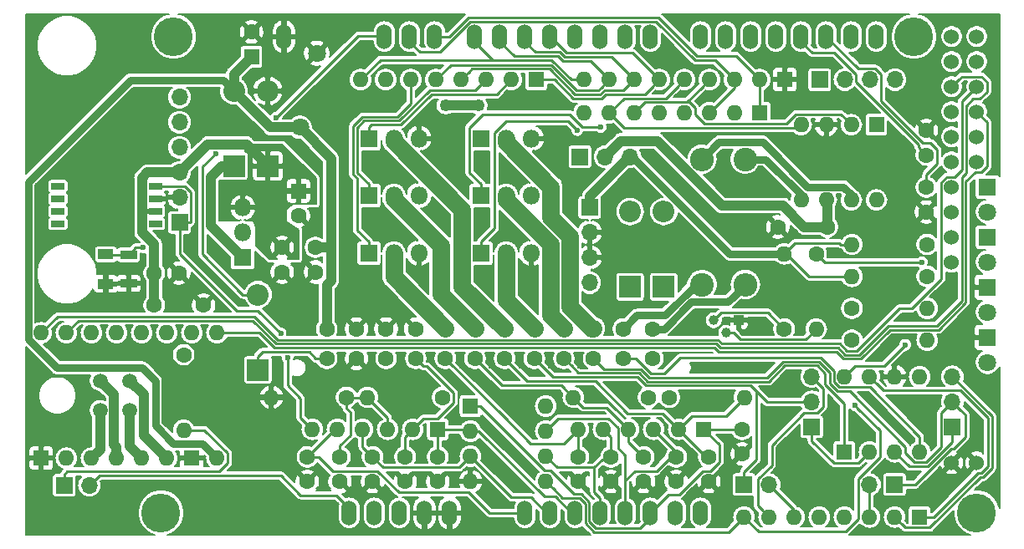
<source format=gbr>
G04 #@! TF.GenerationSoftware,KiCad,Pcbnew,(5.1.2)-1*
G04 #@! TF.CreationDate,2019-07-24T00:08:49-04:00*
G04 #@! TF.ProjectId,NO2C,4e4f3243-2e6b-4696-9361-645f70636258,v0.2.3*
G04 #@! TF.SameCoordinates,Original*
G04 #@! TF.FileFunction,Copper,L1,Top*
G04 #@! TF.FilePolarity,Positive*
%FSLAX46Y46*%
G04 Gerber Fmt 4.6, Leading zero omitted, Abs format (unit mm)*
G04 Created by KiCad (PCBNEW (5.1.2)-1) date 2019-07-24 00:08:49*
%MOMM*%
%LPD*%
G04 APERTURE LIST*
%ADD10O,1.700000X1.700000*%
%ADD11R,1.700000X1.700000*%
%ADD12C,0.600000*%
%ADD13R,2.200000X2.200000*%
%ADD14O,2.200000X2.200000*%
%ADD15C,1.600000*%
%ADD16O,1.600000X1.600000*%
%ADD17R,1.700000X0.900000*%
%ADD18C,2.400000*%
%ADD19O,2.400000X2.400000*%
%ADD20R,1.600000X1.600000*%
%ADD21R,1.800000X1.800000*%
%ADD22O,1.800000X1.800000*%
%ADD23C,1.800000*%
%ADD24C,1.000000*%
%ADD25R,1.000000X1.000000*%
%ADD26C,1.500000*%
%ADD27O,1.524000X2.540000*%
%ADD28C,3.937000*%
%ADD29C,1.524000*%
%ADD30R,1.600000X1.000000*%
%ADD31R,1.346200X0.685800*%
%ADD32C,1.250000*%
%ADD33C,1.000000*%
%ADD34C,0.500000*%
%ADD35C,0.750000*%
%ADD36C,0.250000*%
%ADD37C,1.750000*%
%ADD38C,0.150000*%
G04 APERTURE END LIST*
D10*
X98340000Y-112100000D03*
D11*
X95800000Y-112100000D03*
D12*
X189738000Y-112268000D03*
D13*
X153059000Y-91979000D03*
D14*
X153059000Y-84359000D03*
D13*
X156464000Y-91979000D03*
D14*
X156464000Y-84359000D03*
D15*
X157035500Y-103187500D03*
D16*
X164655500Y-103187500D03*
D15*
X164401500Y-106426000D03*
X164401500Y-108926000D03*
X127000000Y-109220000D03*
X127000000Y-111720000D03*
D12*
X184350000Y-80450000D03*
X156100000Y-108400000D03*
X148000000Y-100000000D03*
X145000000Y-100000000D03*
X142000000Y-100000000D03*
X139000000Y-100000000D03*
X136000000Y-100000000D03*
X157100000Y-99200000D03*
X168400000Y-104700000D03*
X153100000Y-104100000D03*
X169800000Y-107200000D03*
X149202140Y-107998260D03*
X132000000Y-108100000D03*
X124900000Y-108100000D03*
X114900000Y-76300000D03*
X108900000Y-81500000D03*
X111000000Y-91000000D03*
X120600000Y-100800000D03*
X122400000Y-102500000D03*
X127000000Y-100300000D03*
X132300000Y-102400000D03*
X141859000Y-72300000D03*
D17*
X102300000Y-91650000D03*
X102300000Y-88750000D03*
D12*
X176911000Y-81724500D03*
X130000000Y-105300000D03*
X179300000Y-64900000D03*
X95892620Y-98826320D03*
D18*
X164719000Y-79057500D03*
D19*
X164719000Y-91757500D03*
D12*
X149300000Y-102800000D03*
X173609000Y-96774000D03*
X180350000Y-88500000D03*
X187960000Y-88442800D03*
X173990000Y-77787500D03*
X168275000Y-77025500D03*
X180450000Y-73850000D03*
X172234860Y-92356940D03*
X182232300Y-92222320D03*
X179050000Y-92050000D03*
X97500000Y-101600000D03*
X124269500Y-85915500D03*
X123698000Y-77089000D03*
X125476000Y-91376500D03*
X128270000Y-94170500D03*
X119621300Y-93151960D03*
X119634000Y-95885000D03*
X185547000Y-91440000D03*
X162560000Y-79057500D03*
X157543500Y-76962000D03*
X168592500Y-82486500D03*
X160020000Y-88455500D03*
X166306500Y-93662500D03*
X156700000Y-80200000D03*
X153543000Y-81153000D03*
X180594000Y-95100000D03*
X178500000Y-98900000D03*
X178200000Y-86800000D03*
X178200000Y-95000000D03*
X140700000Y-111300000D03*
X140700000Y-108204000D03*
X140700000Y-103441500D03*
X138049000Y-79819500D03*
X137985500Y-85471000D03*
X133667500Y-84264500D03*
X140906500Y-86106000D03*
X140843000Y-80391000D03*
X124079000Y-72263000D03*
X127889000Y-79819500D03*
X127952500Y-85915500D03*
X137922000Y-90805000D03*
X146685000Y-80899000D03*
X163400000Y-100100000D03*
X158750000Y-95694500D03*
X134620000Y-64833500D03*
X158432500Y-65151000D03*
X157543500Y-69400000D03*
X111300000Y-88600000D03*
D20*
X168719500Y-70993000D03*
D16*
X166179500Y-70993000D03*
X163639500Y-70993000D03*
X161099500Y-70993000D03*
X158559500Y-70993000D03*
X156019500Y-70993000D03*
X153479500Y-70993000D03*
X150939500Y-70993000D03*
X148399500Y-70993000D03*
D21*
X126619000Y-88582500D03*
D22*
X129159000Y-88582500D03*
X131699000Y-88582500D03*
D21*
X126619000Y-82740500D03*
D22*
X129159000Y-82740500D03*
X131699000Y-82740500D03*
D21*
X126619000Y-76962000D03*
D22*
X129159000Y-76962000D03*
X131699000Y-76962000D03*
D21*
X137985500Y-76962000D03*
D22*
X140525500Y-76962000D03*
X143065500Y-76962000D03*
D21*
X137985500Y-82740500D03*
D22*
X140525500Y-82740500D03*
X143065500Y-82740500D03*
D21*
X137985500Y-88582500D03*
D22*
X140525500Y-88582500D03*
X143065500Y-88582500D03*
D15*
X122364500Y-96250500D03*
X125364500Y-96250500D03*
X128364500Y-96250500D03*
X131364500Y-96250500D03*
X134364500Y-96250500D03*
X137364500Y-96250500D03*
X140364500Y-96250500D03*
X143364500Y-96250500D03*
X146364500Y-96250500D03*
X149364500Y-96250500D03*
X152364500Y-96250500D03*
X155364500Y-96250500D03*
X122364500Y-99250500D03*
X125364500Y-99250500D03*
X128364500Y-99250500D03*
X131364500Y-99250500D03*
X134364500Y-99250500D03*
X137364500Y-99250500D03*
X140364500Y-99250500D03*
X143364500Y-99250500D03*
X146364500Y-99250500D03*
X149364500Y-99250500D03*
X152364500Y-99250500D03*
X155364500Y-99250500D03*
D13*
X116395500Y-79756000D03*
D14*
X116395500Y-72136000D03*
D12*
X114600000Y-97300000D03*
X98200000Y-87400000D03*
X102933500Y-93535500D03*
X165862000Y-110553500D03*
X175069500Y-113411000D03*
X175641000Y-73977500D03*
X170942000Y-114236500D03*
X185420000Y-116332000D03*
X102700000Y-116300000D03*
X122000000Y-115200000D03*
X109600000Y-102800000D03*
X93700000Y-93900000D03*
X93472000Y-82804000D03*
X101300000Y-78900000D03*
X105689400Y-75641200D03*
X92989400Y-73837800D03*
X92964000Y-65024000D03*
X159702500Y-103124000D03*
X175700000Y-105300000D03*
X189900000Y-69300000D03*
X186944000Y-65278000D03*
X182689500Y-104775000D03*
X177292000Y-103314500D03*
X173482000Y-105918000D03*
X167767000Y-102108000D03*
X176750000Y-68350000D03*
D15*
X120400000Y-111720000D03*
X120400000Y-109220000D03*
D18*
X160337500Y-91757500D03*
D19*
X160337500Y-79057500D03*
D20*
X114744500Y-68667000D03*
D15*
X114744500Y-66167000D03*
D20*
X119507000Y-82272500D03*
D15*
X119507000Y-84772500D03*
D23*
X119648500Y-75826000D03*
X121348500Y-68326000D03*
D20*
X143573500Y-70993000D03*
D16*
X141033500Y-70993000D03*
X138493500Y-70993000D03*
X135953500Y-70993000D03*
X133413500Y-70993000D03*
X130873500Y-70993000D03*
X128333500Y-70993000D03*
X125793500Y-70993000D03*
D20*
X133604000Y-106426000D03*
D16*
X131064000Y-106426000D03*
X128524000Y-106426000D03*
X125984000Y-106426000D03*
X123444000Y-106426000D03*
X120904000Y-106426000D03*
D20*
X160528000Y-106426000D03*
D16*
X157988000Y-106426000D03*
X155448000Y-106426000D03*
X152908000Y-106426000D03*
X150368000Y-106426000D03*
X147828000Y-106426000D03*
D21*
X189230000Y-97113600D03*
D23*
X189230000Y-99653600D03*
D21*
X189230000Y-92033600D03*
D23*
X189230000Y-94573600D03*
D21*
X189230000Y-86953600D03*
D23*
X189230000Y-89493600D03*
D21*
X189230000Y-81873600D03*
D23*
X189230000Y-84413600D03*
D13*
X112966500Y-79756000D03*
D14*
X112966500Y-72136000D03*
D15*
X183050000Y-84400000D03*
X183050000Y-81900000D03*
X183050000Y-76136500D03*
X183050000Y-78636500D03*
X104902000Y-90600000D03*
X107402000Y-90600000D03*
X121221500Y-87987500D03*
X121221500Y-90487500D03*
X133604000Y-109220000D03*
X133604000Y-111720000D03*
X130302000Y-109220000D03*
X130302000Y-111720000D03*
X123700000Y-109220000D03*
X123700000Y-111720000D03*
X147828000Y-109220000D03*
X147828000Y-111720000D03*
X161036000Y-109220000D03*
X161036000Y-111720000D03*
X157734000Y-109220000D03*
X157734000Y-111720000D03*
X154432000Y-109220000D03*
X154432000Y-111720000D03*
D21*
X113855500Y-89027000D03*
D22*
X113855500Y-86487000D03*
X113855500Y-83947000D03*
D15*
X117856000Y-87987500D03*
X117856000Y-90487500D03*
D20*
X174752000Y-108712000D03*
D16*
X182372000Y-101092000D03*
X177292000Y-108712000D03*
X179832000Y-101092000D03*
X179832000Y-108712000D03*
X177292000Y-101092000D03*
X182372000Y-108712000D03*
X174752000Y-101092000D03*
D15*
X151130000Y-109220000D03*
X151130000Y-111720000D03*
D20*
X182372000Y-115316000D03*
D16*
X179832000Y-115316000D03*
X177292000Y-115316000D03*
X174752000Y-115316000D03*
X172212000Y-115316000D03*
X169672000Y-115316000D03*
X167132000Y-115316000D03*
X164592000Y-115316000D03*
X111252000Y-96647000D03*
D20*
X93472000Y-109347000D03*
D16*
X108712000Y-96647000D03*
X96012000Y-109347000D03*
X106172000Y-96647000D03*
X98552000Y-109347000D03*
X103632000Y-96647000D03*
X101092000Y-109347000D03*
X101092000Y-96647000D03*
X103632000Y-109347000D03*
X98552000Y-96647000D03*
X106172000Y-109347000D03*
X96012000Y-96647000D03*
D20*
X108712000Y-109347000D03*
D16*
X93472000Y-96647000D03*
X111252000Y-109347000D03*
D11*
X107458000Y-85471000D03*
D10*
X107458000Y-82931000D03*
X107458000Y-80391000D03*
X107458000Y-77851000D03*
X107458000Y-75311000D03*
X107458000Y-72771000D03*
D24*
X162814000Y-96647000D03*
X161544000Y-95377000D03*
D25*
X164084000Y-95377000D03*
D11*
X164592000Y-112014000D03*
D10*
X167132000Y-112014000D03*
D11*
X179832000Y-112014000D03*
D10*
X177292000Y-112014000D03*
D11*
X185674000Y-106172000D03*
D10*
X185674000Y-103632000D03*
X185674000Y-101092000D03*
D11*
X171450000Y-106172000D03*
D10*
X171450000Y-103632000D03*
X171450000Y-101092000D03*
D11*
X147980886Y-78811466D03*
D10*
X150520886Y-78811466D03*
X153060886Y-78811466D03*
D20*
X166179500Y-74358500D03*
D16*
X163639500Y-74358500D03*
X161099500Y-74358500D03*
X158559500Y-74358500D03*
X156019500Y-74358500D03*
X153479500Y-74358500D03*
X150939500Y-74358500D03*
X148399500Y-74358500D03*
D15*
X134100000Y-103187500D03*
D16*
X126480000Y-103187500D03*
D15*
X154940000Y-103187500D03*
D16*
X147320000Y-103187500D03*
D15*
X124375000Y-103187500D03*
D16*
X116755000Y-103187500D03*
D15*
X183134000Y-87693500D03*
D16*
X175514000Y-87693500D03*
D15*
X183134000Y-90932000D03*
D16*
X175514000Y-90932000D03*
D15*
X175514000Y-94170500D03*
D16*
X183134000Y-94170500D03*
D15*
X175514000Y-97409000D03*
D16*
X183134000Y-97409000D03*
D15*
X168656000Y-96266000D03*
D16*
X168656000Y-88646000D03*
D15*
X171894500Y-88646000D03*
D16*
X171894500Y-96266000D03*
D15*
X107886500Y-98869500D03*
D16*
X107886500Y-106489500D03*
D26*
X102420000Y-104500000D03*
X99420000Y-104500000D03*
X102420000Y-101500000D03*
X99420000Y-101500000D03*
D13*
X115400000Y-100400000D03*
D14*
X115400000Y-92780000D03*
D27*
X170361100Y-66633600D03*
X172901100Y-66633600D03*
X155121100Y-114893600D03*
X152581100Y-114893600D03*
X150041100Y-114893600D03*
X142421100Y-114893600D03*
X144961100Y-114893600D03*
X147501100Y-114893600D03*
X134801100Y-114893600D03*
X132261100Y-114893600D03*
X127181100Y-114893600D03*
X124641100Y-114893600D03*
X144961100Y-66633600D03*
X142421100Y-66633600D03*
X139881100Y-66633600D03*
X137341100Y-66633600D03*
X133277100Y-66633600D03*
X130737100Y-66633600D03*
X118037100Y-66633600D03*
X129721100Y-114893600D03*
D28*
X188141100Y-114893600D03*
X181791100Y-66633600D03*
X106861100Y-66633600D03*
X105591100Y-114893600D03*
D29*
X185601100Y-69173600D03*
X188141100Y-69173600D03*
X185601100Y-66633600D03*
X188141100Y-66633600D03*
X185601100Y-109813600D03*
X188141100Y-109813600D03*
X185601100Y-71713600D03*
X188141100Y-71713600D03*
X188141100Y-74253600D03*
X185601100Y-89493600D03*
D27*
X147501100Y-66633600D03*
X150041100Y-66633600D03*
X152581100Y-66633600D03*
X155121100Y-66633600D03*
X175441100Y-66633600D03*
X177981100Y-66633600D03*
X167821100Y-66633600D03*
X165281100Y-66633600D03*
X162741100Y-66633600D03*
X160201100Y-66633600D03*
X157661100Y-114893600D03*
X160201100Y-114893600D03*
D29*
X185601100Y-79333600D03*
X188141100Y-79333600D03*
X185601100Y-76793600D03*
X188141100Y-76793600D03*
X185601100Y-74253600D03*
X185601100Y-81873600D03*
X185601100Y-86953600D03*
X185601100Y-84413600D03*
D27*
X128197100Y-66633600D03*
D15*
X173021000Y-85915500D03*
X168021000Y-85915500D03*
X104902000Y-93853000D03*
X109902000Y-93853000D03*
D11*
X148971000Y-83947000D03*
D10*
X148971000Y-86487000D03*
X148971000Y-89027000D03*
X148971000Y-91567000D03*
D30*
X100000000Y-91700000D03*
X100000000Y-88700000D03*
D31*
X105000000Y-85600000D03*
X105000000Y-84330000D03*
X105000000Y-83060000D03*
X105000000Y-81790000D03*
X95170200Y-81790000D03*
X95170200Y-83060000D03*
X95170200Y-84330000D03*
X95170200Y-85600000D03*
D11*
X172250000Y-71000000D03*
D10*
X174790000Y-71000000D03*
X177330000Y-71000000D03*
X179870000Y-71000000D03*
D16*
X177990500Y-83185000D03*
X170370500Y-75565000D03*
X175450500Y-83185000D03*
X172910500Y-75565000D03*
X172910500Y-83185000D03*
X175450500Y-75565000D03*
X170370500Y-83185000D03*
D20*
X177990500Y-75565000D03*
X136906000Y-104076500D03*
D16*
X144526000Y-111696500D03*
X136906000Y-106616500D03*
X144526000Y-109156500D03*
X136906000Y-109156500D03*
X144526000Y-106616500D03*
X136906000Y-111696500D03*
X144526000Y-104076500D03*
D32*
X137700000Y-73600004D03*
X134400002Y-73600000D03*
D12*
X175800000Y-104000000D03*
X180911500Y-97853500D03*
X147700000Y-76100000D03*
X150100000Y-75800000D03*
X182600000Y-89500000D03*
X103800000Y-88000000D03*
X117700000Y-96700000D03*
X118388228Y-99175010D03*
X117215920Y-74869040D03*
X111100000Y-78500000D03*
D33*
X137699996Y-73600000D02*
X137700000Y-73600004D01*
X134400002Y-73600000D02*
X137699996Y-73600000D01*
D34*
X105000000Y-84330000D02*
X103826900Y-84330000D01*
X103826900Y-84330000D02*
X103696900Y-84200000D01*
X103696900Y-84200000D02*
X103676899Y-84200000D01*
D33*
X103676899Y-80927099D02*
X103676899Y-84200000D01*
X103676899Y-84200000D02*
X103676899Y-84737099D01*
X107458000Y-80391000D02*
X104212998Y-80391000D01*
X104212998Y-80391000D02*
X103676899Y-80927099D01*
X104902000Y-90600000D02*
X104902000Y-87688002D01*
X104902000Y-87688002D02*
X103676899Y-86462901D01*
X103676899Y-86462901D02*
X103676899Y-84737099D01*
X104902000Y-90600000D02*
X104902000Y-93853000D01*
X116395500Y-79692500D02*
X116395500Y-79756000D01*
X114236500Y-77533500D02*
X116395500Y-79692500D01*
X107458000Y-80391000D02*
X110315500Y-77533500D01*
X110315500Y-77533500D02*
X114236500Y-77533500D01*
D35*
X111252000Y-109347000D02*
X109783001Y-107878001D01*
X103700000Y-100200000D02*
X95063998Y-100200000D01*
X109783001Y-107878001D02*
X106828001Y-107878001D01*
X105000000Y-106050000D02*
X105000000Y-101500000D01*
X106828001Y-107878001D02*
X105000000Y-106050000D01*
X105000000Y-101500000D02*
X103700000Y-100200000D01*
X95063998Y-100200000D02*
X92146999Y-97283001D01*
X92146999Y-97283001D02*
X92146999Y-96337999D01*
X92138500Y-96329500D02*
X92138500Y-81361500D01*
X92146999Y-96337999D02*
X92138500Y-96329500D01*
X92138500Y-81361500D02*
X102463999Y-71036001D01*
X111866501Y-71036001D02*
X112966500Y-72136000D01*
X102463999Y-71036001D02*
X111866501Y-71036001D01*
D33*
X122800999Y-88074500D02*
X122800999Y-78978499D01*
X122800999Y-78978499D02*
X119648500Y-75826000D01*
X148971000Y-83947000D02*
X148971000Y-82829000D01*
X148971000Y-82829000D02*
X152988534Y-78811466D01*
X152988534Y-78811466D02*
X153060886Y-78811466D01*
X112966500Y-72136000D02*
X112966500Y-70445000D01*
X112966500Y-70445000D02*
X114744500Y-68667000D01*
X122800999Y-91397999D02*
X122364500Y-91834498D01*
X122800999Y-91397999D02*
X122800999Y-88074500D01*
X122364500Y-91834498D02*
X122364500Y-96250500D01*
X119648500Y-75826000D02*
X116656500Y-75826000D01*
X116656500Y-75826000D02*
X112966500Y-72136000D01*
X122800999Y-88074500D02*
X122713999Y-87987500D01*
X122713999Y-87987500D02*
X121221500Y-87987500D01*
D36*
X174382630Y-87693500D02*
X175514000Y-87693500D01*
X174255630Y-87566500D02*
X174382630Y-87693500D01*
X168656000Y-88646000D02*
X169735500Y-87566500D01*
X169735500Y-87566500D02*
X174255630Y-87566500D01*
X174382630Y-90932000D02*
X175514000Y-90932000D01*
X171196000Y-90932000D02*
X174382630Y-90932000D01*
X168656000Y-88646000D02*
X168910000Y-88646000D01*
X168910000Y-88646000D02*
X171196000Y-90932000D01*
D35*
X153316468Y-78811466D02*
X153060886Y-78811466D01*
X168656000Y-88646000D02*
X163151002Y-88646000D01*
X163151002Y-88646000D02*
X153316468Y-78811466D01*
D36*
X99340000Y-111100000D02*
X98340000Y-112100000D01*
X117700000Y-111100000D02*
X99340000Y-111100000D01*
X119700000Y-113100000D02*
X117700000Y-111100000D01*
X123355500Y-113100000D02*
X119700000Y-113100000D01*
X124641100Y-114893600D02*
X124641100Y-114385600D01*
X124641100Y-114385600D02*
X123355500Y-113100000D01*
X178706999Y-102506999D02*
X178091999Y-101891999D01*
X189299989Y-105299989D02*
X186506999Y-102506999D01*
X188638861Y-110850601D02*
X189299989Y-110189473D01*
X188249399Y-110850601D02*
X188638861Y-110850601D01*
X178091999Y-101891999D02*
X177292000Y-101092000D01*
X189299989Y-110189473D02*
X189299989Y-105299989D01*
X182372000Y-115316000D02*
X183784000Y-115316000D01*
X186506999Y-102506999D02*
X178706999Y-102506999D01*
X183784000Y-115316000D02*
X188249399Y-110850601D01*
X171469500Y-68250000D02*
X170361100Y-67141600D01*
X173705002Y-68250000D02*
X171469500Y-68250000D01*
X182250001Y-77538501D02*
X175915001Y-71203501D01*
X182250001Y-77836501D02*
X182250001Y-77538501D01*
X175915001Y-70459999D02*
X173705002Y-68250000D01*
X170361100Y-67141600D02*
X170361100Y-66633600D01*
X183050000Y-78636500D02*
X182250001Y-77836501D01*
X175915001Y-71203501D02*
X175915001Y-70459999D01*
X178748001Y-100016999D02*
X180911500Y-97853500D01*
X175827001Y-100016999D02*
X178748001Y-100016999D01*
X174752000Y-101092000D02*
X175827001Y-100016999D01*
X147930643Y-113348590D02*
X146178090Y-113348590D01*
X146178090Y-113348590D02*
X145325999Y-112496499D01*
X148538110Y-113956057D02*
X147930643Y-113348590D01*
X148538110Y-115941569D02*
X148538110Y-113956057D01*
X149444161Y-116847620D02*
X148538110Y-115941569D01*
X145325999Y-112496499D02*
X144526000Y-111696500D01*
X164600000Y-115300000D02*
X163052380Y-116847620D01*
X163052380Y-116847620D02*
X149444161Y-116847620D01*
X176099999Y-104299999D02*
X175800000Y-104000000D01*
X178367001Y-106567001D02*
X176099999Y-104299999D01*
X166052500Y-116776500D02*
X174882502Y-116776500D01*
X164592000Y-115316000D02*
X166052500Y-116776500D01*
X174882502Y-116776500D02*
X176166999Y-115492003D01*
X176166999Y-115492003D02*
X176166999Y-111428003D01*
X176166999Y-111428003D02*
X178367001Y-109228001D01*
X178367001Y-109228001D02*
X178367001Y-106567001D01*
X178455001Y-70459999D02*
X178455001Y-73177801D01*
X184125001Y-78080001D02*
X184125001Y-79524999D01*
X178455001Y-73177801D02*
X182702201Y-77425001D01*
X182702201Y-77425001D02*
X183470001Y-77425001D01*
X184125001Y-79524999D02*
X183050000Y-80600000D01*
X177870001Y-69874999D02*
X178455001Y-70459999D01*
X183050000Y-80600000D02*
X183050000Y-80768630D01*
X183470001Y-77425001D02*
X184125001Y-78080001D01*
X176142499Y-69874999D02*
X177870001Y-69874999D01*
X172901100Y-66633600D02*
X176142499Y-69874999D01*
X183050000Y-80768630D02*
X183050000Y-81900000D01*
D35*
X166751000Y-79057500D02*
X164719000Y-79057500D01*
X170370500Y-83185000D02*
X170370500Y-82677000D01*
X170370500Y-82677000D02*
X166751000Y-79057500D01*
D36*
X153479500Y-74358500D02*
X154554501Y-73283499D01*
X154554501Y-73283499D02*
X158809001Y-73283499D01*
X158809001Y-73283499D02*
X160299501Y-71792999D01*
X160299501Y-71792999D02*
X161099500Y-70993000D01*
X174371000Y-74485500D02*
X175450500Y-75565000D01*
X170366998Y-74485500D02*
X174371000Y-74485500D01*
X169854499Y-74489999D02*
X170362499Y-74489999D01*
X159075501Y-73283499D02*
X159634501Y-73842499D01*
X158809001Y-73283499D02*
X159075501Y-73283499D01*
X170362499Y-74489999D02*
X170366998Y-74485500D01*
X159634501Y-73842499D02*
X159634501Y-74484503D01*
X159634501Y-74484503D02*
X160583499Y-75433501D01*
X160583499Y-75433501D02*
X168910997Y-75433501D01*
X168910997Y-75433501D02*
X169854499Y-74489999D01*
D35*
X175450500Y-82677000D02*
X175450500Y-83185000D01*
X174633499Y-81859999D02*
X175450500Y-82677000D01*
X171013999Y-81859999D02*
X174633499Y-81859999D01*
X166486499Y-77332499D02*
X171013999Y-81859999D01*
X160337500Y-79057500D02*
X162062501Y-77332499D01*
X162062501Y-77332499D02*
X166486499Y-77332499D01*
D36*
X150939500Y-74358500D02*
X152414512Y-72883488D01*
X152414512Y-72883488D02*
X156669012Y-72883488D01*
X156669012Y-72883488D02*
X157759501Y-71792999D01*
X157759501Y-71792999D02*
X158559500Y-70993000D01*
X170033989Y-75901511D02*
X170370500Y-75565000D01*
X150939500Y-74358500D02*
X152482511Y-75901511D01*
X152482511Y-75901511D02*
X170033989Y-75901511D01*
X177292000Y-108712000D02*
X176166999Y-109837001D01*
X176166999Y-109837001D02*
X173691999Y-109837001D01*
X173691999Y-109837001D02*
X171450000Y-107595002D01*
X171450000Y-107595002D02*
X171450000Y-106172000D01*
X185674000Y-107272000D02*
X185674000Y-106172000D01*
X185674000Y-107691700D02*
X185674000Y-107272000D01*
X183178688Y-110187012D02*
X185674000Y-107691700D01*
X181307012Y-110187012D02*
X183178688Y-110187012D01*
X179832000Y-108712000D02*
X181307012Y-110187012D01*
X167132000Y-112014000D02*
X169672000Y-114554000D01*
X169672000Y-114554000D02*
X169672000Y-115316000D01*
X177292000Y-115316000D02*
X177292000Y-112014000D01*
X146803674Y-75203674D02*
X147400001Y-75800001D01*
X147400001Y-75800001D02*
X147700000Y-76100000D01*
X139350499Y-76397999D02*
X140544824Y-75203674D01*
X139350499Y-86067501D02*
X139350499Y-76397999D01*
X137985500Y-87432500D02*
X139350499Y-86067501D01*
X137985500Y-88582500D02*
X137985500Y-87432500D01*
X140544824Y-75203674D02*
X146803674Y-75203674D01*
X137418499Y-72068001D02*
X138493500Y-70993000D01*
X126133487Y-75152512D02*
X125443999Y-75842000D01*
X129696692Y-75152512D02*
X126133487Y-75152512D01*
X126619000Y-81590500D02*
X126619000Y-82740500D01*
X125443999Y-80415499D02*
X126619000Y-81590500D01*
X125443999Y-75842000D02*
X125443999Y-80415499D01*
X132781203Y-72068001D02*
X129696692Y-75152512D01*
X137418499Y-72068001D02*
X132781203Y-72068001D01*
X139131988Y-72468012D02*
X139558488Y-72468012D01*
X139558488Y-72468012D02*
X141033500Y-70993000D01*
X126619000Y-76962000D02*
X126619000Y-75812000D01*
X126619000Y-75812000D02*
X126878477Y-75552523D01*
X126878477Y-75552523D02*
X129862381Y-75552523D01*
X132946892Y-72468012D02*
X139131988Y-72468012D01*
X129862381Y-75552523D02*
X132946892Y-72468012D01*
X133277100Y-66633600D02*
X134800847Y-66633600D01*
X134800847Y-66633600D02*
X136745868Y-64688579D01*
X159829500Y-68580000D02*
X163766500Y-68580000D01*
X136745868Y-64688579D02*
X155938079Y-64688579D01*
X155938079Y-64688579D02*
X159829500Y-68580000D01*
X163766500Y-68580000D02*
X166179500Y-70993000D01*
X166179500Y-74358500D02*
X166179500Y-70993000D01*
X130737100Y-66633600D02*
X130737100Y-67141600D01*
X155703090Y-65088590D02*
X159639000Y-69024500D01*
X130737100Y-67141600D02*
X131795500Y-68200000D01*
X133800147Y-68200000D02*
X136911557Y-65088590D01*
X131795500Y-68200000D02*
X133800147Y-68200000D01*
X159639000Y-69024500D02*
X161671000Y-69024500D01*
X136911557Y-65088590D02*
X155703090Y-65088590D01*
X161671000Y-69024500D02*
X162839501Y-70193001D01*
X162839501Y-70193001D02*
X163639500Y-70993000D01*
X161099500Y-74358500D02*
X163639500Y-71818500D01*
X163639500Y-71818500D02*
X163639500Y-70993000D01*
X143573500Y-70993000D02*
X145393000Y-70993000D01*
X145393000Y-70993000D02*
X147300011Y-72900011D01*
X147300011Y-72900011D02*
X150199989Y-72900011D01*
X150199989Y-72900011D02*
X150631988Y-72468012D01*
X150631988Y-72468012D02*
X154544488Y-72468012D01*
X154544488Y-72468012D02*
X155219501Y-71792999D01*
X155219501Y-71792999D02*
X156019500Y-70993000D01*
X144965000Y-66633600D02*
X146631378Y-68299978D01*
X153326478Y-68299978D02*
X155219501Y-70193001D01*
X144961100Y-66633600D02*
X144965000Y-66633600D01*
X155219501Y-70193001D02*
X156019500Y-70993000D01*
X146631378Y-68299978D02*
X153326478Y-68299978D01*
X139881100Y-66633600D02*
X139881100Y-67141600D01*
X139881100Y-67141600D02*
X141339489Y-68599989D01*
X141339489Y-68599989D02*
X145799989Y-68599989D01*
X145799989Y-68599989D02*
X146300000Y-69100000D01*
X150139501Y-70193001D02*
X150939500Y-70993000D01*
X146300000Y-69100000D02*
X149046500Y-69100000D01*
X149046500Y-69100000D02*
X150139501Y-70193001D01*
X147633701Y-72068001D02*
X149864499Y-72068001D01*
X150139501Y-71792999D02*
X150939500Y-70993000D01*
X149864499Y-72068001D02*
X150139501Y-71792999D01*
X134906500Y-69500000D02*
X145065700Y-69500000D01*
X145065700Y-69500000D02*
X147633701Y-72068001D01*
X133413500Y-70993000D02*
X134906500Y-69500000D01*
X139200000Y-69000000D02*
X127786500Y-69000000D01*
X148399500Y-70993000D02*
X147124400Y-70993000D01*
X147124400Y-70993000D02*
X145131400Y-69000000D01*
X145131400Y-69000000D02*
X139200000Y-69000000D01*
X139200000Y-69000000D02*
X137341100Y-67141100D01*
X137341100Y-67141100D02*
X137341100Y-66633600D01*
X125793500Y-70993000D02*
X127786500Y-69000000D01*
X137046489Y-69900011D02*
X136753499Y-70193001D01*
X144900011Y-69900011D02*
X137046489Y-69900011D01*
X136753499Y-70193001D02*
X135953500Y-70993000D01*
X147500000Y-72500000D02*
X144900011Y-69900011D01*
X150034300Y-72500000D02*
X147500000Y-72500000D01*
X153479500Y-70993000D02*
X152404499Y-72068001D01*
X150466299Y-72068001D02*
X150034300Y-72500000D01*
X152404499Y-72068001D02*
X150466299Y-72068001D01*
X145965678Y-68199978D02*
X146465689Y-68699989D01*
X152679501Y-70193001D02*
X153479500Y-70993000D01*
X151186489Y-68699989D02*
X152679501Y-70193001D01*
X146465689Y-68699989D02*
X151186489Y-68699989D01*
X143479478Y-68199978D02*
X145965678Y-68199978D01*
X142421100Y-67141600D02*
X143479478Y-68199978D01*
X142421100Y-66633600D02*
X142421100Y-67141600D01*
D33*
X173021000Y-83295500D02*
X172910500Y-83185000D01*
X173021000Y-85915500D02*
X173021000Y-83295500D01*
X171889630Y-85915500D02*
X173021000Y-85915500D01*
X152132352Y-77200000D02*
X155813000Y-77200000D01*
X150520886Y-78811466D02*
X152132352Y-77200000D01*
X155813000Y-77200000D02*
X162369500Y-83756500D01*
X162369500Y-83756500D02*
X168529000Y-83756500D01*
X168529000Y-83756500D02*
X170688000Y-85915500D01*
X170688000Y-85915500D02*
X171889630Y-85915500D01*
D36*
X124375000Y-103187500D02*
X124375000Y-104318870D01*
X124375000Y-104318870D02*
X124750000Y-104693870D01*
X124750000Y-104693870D02*
X124750000Y-107038630D01*
X124750000Y-107038630D02*
X123700000Y-108088630D01*
X123700000Y-108088630D02*
X123700000Y-109220000D01*
X126480000Y-103187500D02*
X128524000Y-105231500D01*
X128524000Y-105231500D02*
X128524000Y-106426000D01*
X124375000Y-103187500D02*
X126480000Y-103187500D01*
D33*
X112966500Y-79756000D02*
X111696500Y-79756000D01*
X111696500Y-79756000D02*
X110600000Y-80852500D01*
X110600000Y-80852500D02*
X110600000Y-85771500D01*
X110600000Y-85771500D02*
X113855500Y-89027000D01*
D36*
X149675736Y-75800000D02*
X150100000Y-75800000D01*
X148249998Y-75800000D02*
X149675736Y-75800000D01*
X136810499Y-75841999D02*
X138152494Y-74500004D01*
X146950002Y-74500004D02*
X148249998Y-75800000D01*
X138152494Y-74500004D02*
X146950002Y-74500004D01*
X137985500Y-81590500D02*
X136810499Y-80415499D01*
X137985500Y-82740500D02*
X137985500Y-81590500D01*
X136810499Y-80415499D02*
X136810499Y-75841999D01*
X130873500Y-73390760D02*
X130873500Y-70993000D01*
X130873500Y-73390760D02*
X129511759Y-74752501D01*
X129511759Y-74752501D02*
X125967798Y-74752501D01*
X125443999Y-86257499D02*
X126619000Y-87432500D01*
X125967798Y-74752501D02*
X125043989Y-75676310D01*
X125043989Y-75676310D02*
X125043989Y-80593989D01*
X125043989Y-80593989D02*
X125443999Y-80993999D01*
X125443999Y-80993999D02*
X125443999Y-86257499D01*
X126619000Y-87432500D02*
X126619000Y-88582500D01*
X96012000Y-96647000D02*
X97262989Y-95396011D01*
X186638101Y-93391099D02*
X186638101Y-80861899D01*
X161759312Y-97745512D02*
X162159322Y-98145522D01*
X97262989Y-95396011D02*
X114896311Y-95396011D01*
X114896311Y-95396011D02*
X117245812Y-97745512D01*
X117245812Y-97745512D02*
X161759312Y-97745512D01*
X162159322Y-98145522D02*
X174093820Y-98145522D01*
X186638101Y-70676599D02*
X186363099Y-70951601D01*
X174093820Y-98145522D02*
X174832310Y-98884012D01*
X184095212Y-95933988D02*
X186638101Y-93391099D01*
X174832310Y-98884012D02*
X176267289Y-98884011D01*
X188638861Y-70676599D02*
X186638101Y-70676599D01*
X176267289Y-98884011D02*
X179217312Y-95933988D01*
X179217312Y-95933988D02*
X184095212Y-95933988D01*
X186638101Y-80861899D02*
X187050011Y-80449989D01*
X187050011Y-80449989D02*
X187050011Y-73699989D01*
X187050011Y-73699989D02*
X187800000Y-72950000D01*
X187800000Y-72950000D02*
X188439462Y-72950000D01*
X188439462Y-72950000D02*
X189178101Y-72211361D01*
X189178101Y-72211361D02*
X189178101Y-71215839D01*
X189178101Y-71215839D02*
X188638861Y-70676599D01*
X186363099Y-70951601D02*
X185601100Y-71713600D01*
X93472000Y-96647000D02*
X95123000Y-94996000D01*
X161925001Y-97345501D02*
X162325011Y-97745511D01*
X186650000Y-73204700D02*
X188141100Y-71713600D01*
X176030001Y-98484001D02*
X176589001Y-97925001D01*
X95123000Y-94996000D02*
X115062000Y-94996000D01*
X115062000Y-94996000D02*
X117411501Y-97345501D01*
X184550000Y-91163498D02*
X184550000Y-81389938D01*
X117411501Y-97345501D02*
X161925001Y-97345501D01*
X181542998Y-94170500D02*
X184550000Y-91163498D01*
X162325011Y-97745511D02*
X174259509Y-97745511D01*
X185103339Y-80836599D02*
X185913401Y-80836599D01*
X176589001Y-97921499D02*
X180340000Y-94170500D01*
X174259509Y-97745511D02*
X174997999Y-98484001D01*
X174997999Y-98484001D02*
X176030001Y-98484001D01*
X176589001Y-97925001D02*
X176589001Y-97921499D01*
X180340000Y-94170500D02*
X181542998Y-94170500D01*
X184550000Y-81389938D02*
X185103339Y-80836599D01*
X185913401Y-80836599D02*
X186650000Y-80100000D01*
X186650000Y-80100000D02*
X186650000Y-73204700D01*
X111252000Y-96647000D02*
X115581600Y-96647000D01*
X115581600Y-96647000D02*
X117080123Y-98145523D01*
X117080123Y-98145523D02*
X161593623Y-98145523D01*
X161593623Y-98145523D02*
X161993633Y-98545533D01*
X161993633Y-98545533D02*
X173928131Y-98545533D01*
X187038112Y-81311888D02*
X187979399Y-80370601D01*
X187979399Y-80370601D02*
X188638861Y-80370601D01*
X173928131Y-98545533D02*
X174666621Y-99284022D01*
X174666621Y-99284022D02*
X176432978Y-99284022D01*
X187038112Y-93556788D02*
X187038112Y-81311888D01*
X176432978Y-99284022D02*
X179383001Y-96333999D01*
X188638861Y-80370601D02*
X189200000Y-79809462D01*
X189200000Y-75312500D02*
X188141100Y-74253600D01*
X179383001Y-96333999D02*
X184260901Y-96333999D01*
X189200000Y-79809462D02*
X189200000Y-75312500D01*
X184260901Y-96333999D02*
X187038112Y-93556788D01*
X172748500Y-89500000D02*
X182600000Y-89500000D01*
X171894500Y-88646000D02*
X172748500Y-89500000D01*
X170819499Y-97341001D02*
X171894500Y-96266000D01*
X164215107Y-97341001D02*
X170819499Y-97341001D01*
X162814000Y-96647000D02*
X163521106Y-96647000D01*
X163521106Y-96647000D02*
X164215107Y-97341001D01*
X151130000Y-109220000D02*
X151130000Y-107188000D01*
X151130000Y-107188000D02*
X150368000Y-106426000D01*
X144526000Y-109156500D02*
X145664501Y-110295001D01*
X149438941Y-112771441D02*
X149438941Y-110295001D01*
X150041100Y-113373600D02*
X149438941Y-112771441D01*
X150041100Y-114893600D02*
X150041100Y-113373600D01*
X145664501Y-110295001D02*
X149438941Y-110295001D01*
X150870920Y-109479080D02*
X151130000Y-109220000D01*
X150256240Y-109479080D02*
X150870920Y-109479080D01*
X149438941Y-110295001D02*
X149440319Y-110295001D01*
X149440319Y-110295001D02*
X150256240Y-109479080D01*
X152581100Y-112014000D02*
X152581100Y-114893600D01*
X155448000Y-106426000D02*
X157734000Y-108712000D01*
X157734000Y-108712000D02*
X157734000Y-109220000D01*
X151832999Y-108331997D02*
X152581100Y-109080098D01*
X151832999Y-106299997D02*
X151832999Y-108331997D01*
X150884001Y-105350999D02*
X151832999Y-106299997D01*
X145791501Y-105350999D02*
X150884001Y-105350999D01*
X144526000Y-106616500D02*
X145791501Y-105350999D01*
X152581100Y-109080098D02*
X152581100Y-111778540D01*
X152581100Y-111580098D02*
X152581100Y-111778540D01*
X152581100Y-111778540D02*
X152581100Y-112014000D01*
X152581100Y-111578900D02*
X152581100Y-112014000D01*
X153515001Y-110644999D02*
X152581100Y-111578900D01*
X155729881Y-110644999D02*
X153515001Y-110644999D01*
X157734000Y-109220000D02*
X157154880Y-109220000D01*
X157154880Y-109220000D02*
X155729881Y-110644999D01*
X164401500Y-106426000D02*
X160528000Y-106426000D01*
X154084090Y-116438610D02*
X155121100Y-115401600D01*
X149603734Y-116430787D02*
X149611557Y-116438610D01*
X149598382Y-116436138D02*
X149603734Y-116430787D01*
X149598378Y-116436138D02*
X149598382Y-116436138D01*
X148938121Y-113790368D02*
X148938121Y-115775881D01*
X149611557Y-116438610D02*
X154084090Y-116438610D01*
X137854998Y-104076500D02*
X144399996Y-110621499D01*
X148938121Y-115775881D02*
X149598378Y-116436138D01*
X136906000Y-104076500D02*
X137854998Y-104076500D01*
X155121100Y-115401600D02*
X155121100Y-114893600D01*
X144399996Y-110621499D02*
X145042001Y-110621499D01*
X145042001Y-110621499D02*
X147369081Y-112948579D01*
X147369081Y-112948579D02*
X148096332Y-112948579D01*
X148096332Y-112948579D02*
X148938121Y-113790368D01*
X155121100Y-114880900D02*
X155121100Y-114893600D01*
X156972000Y-113030000D02*
X155121100Y-114880900D01*
X162111001Y-108009001D02*
X162111001Y-109736001D01*
X160528000Y-106426000D02*
X162111001Y-108009001D01*
X162111001Y-109736001D02*
X161202003Y-110644999D01*
X161202003Y-110644999D02*
X160400003Y-110644999D01*
X160400003Y-110644999D02*
X158015002Y-113030000D01*
X158015002Y-113030000D02*
X156972000Y-113030000D01*
X133604000Y-109220000D02*
X133604000Y-106426000D01*
X133604000Y-106426000D02*
X136715500Y-106426000D01*
X136715500Y-106426000D02*
X136906000Y-106616500D01*
X147157400Y-114893600D02*
X147501100Y-114893600D01*
X145522400Y-113258600D02*
X147157400Y-114893600D01*
X144373600Y-113258600D02*
X145522400Y-113258600D01*
X136906000Y-106616500D02*
X137731500Y-106616500D01*
X137731500Y-106616500D02*
X144373600Y-113258600D01*
X127000000Y-109220000D02*
X125984000Y-108204000D01*
X125984000Y-108204000D02*
X125984000Y-106426000D01*
X136906000Y-109156500D02*
X135767499Y-110295001D01*
X135767499Y-110295001D02*
X128075001Y-110295001D01*
X128075001Y-110295001D02*
X127000000Y-109220000D01*
X143033200Y-113309400D02*
X144617400Y-114893600D01*
X144617400Y-114893600D02*
X144961100Y-114893600D01*
X141058900Y-113309400D02*
X143033200Y-113309400D01*
X136906000Y-109156500D02*
X141058900Y-113309400D01*
X120400000Y-109220000D02*
X121531370Y-109220000D01*
X129666003Y-112795001D02*
X136736503Y-112795001D01*
X121531370Y-109220000D02*
X122956369Y-110644999D01*
X122956369Y-110644999D02*
X127516001Y-110644999D01*
X127516001Y-110644999D02*
X129666003Y-112795001D01*
X136736503Y-112795001D02*
X138835102Y-114893600D01*
X138835102Y-114893600D02*
X142421100Y-114893600D01*
X120400000Y-109220000D02*
X123194000Y-106426000D01*
X123194000Y-106426000D02*
X123444000Y-106426000D01*
X147828000Y-106426000D02*
X147828000Y-109220000D01*
X140320800Y-105206800D02*
X134364500Y-99250500D01*
X140320800Y-105206800D02*
X140335000Y-105206800D01*
X146359880Y-107894120D02*
X147828000Y-106426000D01*
X140320800Y-105206800D02*
X143008120Y-107894120D01*
X143008120Y-107894120D02*
X146359880Y-107894120D01*
X148337499Y-104204999D02*
X150686999Y-104204999D01*
X150686999Y-104204999D02*
X152908000Y-106426000D01*
X148337499Y-104204999D02*
X146113500Y-101981000D01*
X146113500Y-101981000D02*
X140095000Y-101981000D01*
X140095000Y-101981000D02*
X137364500Y-99250500D01*
X148337499Y-104204999D02*
X147320000Y-103187500D01*
X152908000Y-106426000D02*
X152908000Y-107696000D01*
X152908000Y-107696000D02*
X154432000Y-109220000D01*
X157988000Y-106426000D02*
X156362000Y-104800000D01*
X156362000Y-104800000D02*
X152800000Y-104800000D01*
X152800000Y-104800000D02*
X149536500Y-101536500D01*
X149536500Y-101536500D02*
X142650500Y-101536500D01*
X142650500Y-101536500D02*
X140364500Y-99250500D01*
X157988000Y-106426000D02*
X159321500Y-105092500D01*
X159321500Y-105092500D02*
X162750500Y-105092500D01*
X162750500Y-105092500D02*
X164655500Y-103187500D01*
X157988000Y-106426000D02*
X160782000Y-109220000D01*
X160782000Y-109220000D02*
X161036000Y-109220000D01*
X135191500Y-103695500D02*
X135191500Y-102739498D01*
X132502501Y-100050499D02*
X132164499Y-100050499D01*
X135191500Y-102739498D02*
X132502501Y-100050499D01*
X132164499Y-100050499D02*
X131364500Y-99250500D01*
X133536001Y-105350999D02*
X135191500Y-103695500D01*
X131064000Y-106426000D02*
X132139001Y-105350999D01*
X132139001Y-105350999D02*
X133536001Y-105350999D01*
X130302000Y-109220000D02*
X130302000Y-107188000D01*
X130302000Y-107188000D02*
X131064000Y-106426000D01*
D37*
X140525500Y-88582500D02*
X140525500Y-93356491D01*
X140525500Y-93356491D02*
X143364500Y-96195491D01*
X140525500Y-82740500D02*
X140525500Y-83193498D01*
X140525500Y-83193498D02*
X144990501Y-87658499D01*
X144990501Y-87658499D02*
X144990501Y-94821492D01*
X144990501Y-94821492D02*
X146364500Y-96195491D01*
D36*
X147164499Y-100050499D02*
X146364500Y-99250500D01*
X167087511Y-101580989D02*
X154828391Y-101580989D01*
X147839512Y-100725512D02*
X147164499Y-100050499D01*
X171990001Y-99966999D02*
X168701501Y-99966999D01*
X168701501Y-99966999D02*
X167087511Y-101580989D01*
X172808978Y-100785976D02*
X171990001Y-99966999D01*
X174752000Y-108712000D02*
X174752000Y-103852000D01*
X154828391Y-101580989D02*
X153972914Y-100725512D01*
X174752000Y-103852000D02*
X172808978Y-101908978D01*
X172808978Y-101908978D02*
X172808978Y-100785976D01*
X153972914Y-100725512D02*
X147839512Y-100725512D01*
X158167021Y-99166977D02*
X156553031Y-100780967D01*
X172366977Y-99166977D02*
X158167021Y-99166977D01*
X182372000Y-107172000D02*
X177367001Y-102167001D01*
X177367001Y-102167001D02*
X174235999Y-102167001D01*
X174235999Y-102167001D02*
X173676999Y-101608001D01*
X173676999Y-100476999D02*
X172366977Y-99166977D01*
X156553031Y-100780967D02*
X155159769Y-100780967D01*
X173676999Y-101608001D02*
X173676999Y-100476999D01*
X155159769Y-100780967D02*
X153629302Y-99250500D01*
X182372000Y-108712000D02*
X182372000Y-107172000D01*
X153629302Y-99250500D02*
X153495870Y-99250500D01*
X153495870Y-99250500D02*
X152364500Y-99250500D01*
D33*
X99420000Y-104500000D02*
X99420000Y-108479000D01*
X99420000Y-108479000D02*
X98552000Y-109347000D01*
X99420000Y-101500000D02*
X100820001Y-102900001D01*
X100820001Y-102900001D02*
X100820001Y-107943631D01*
X100820001Y-107943631D02*
X101092000Y-108215630D01*
X101092000Y-108215630D02*
X101092000Y-109347000D01*
X102420000Y-104500000D02*
X102420000Y-108135000D01*
X102420000Y-108135000D02*
X103632000Y-109347000D01*
X103820001Y-102900001D02*
X103820001Y-106995001D01*
X103820001Y-106995001D02*
X106172000Y-109347000D01*
X102420000Y-101500000D02*
X103820001Y-102900001D01*
D36*
X145244022Y-101130022D02*
X143364500Y-99250500D01*
X153811724Y-101130022D02*
X145244022Y-101130022D01*
X154662702Y-101981000D02*
X153811724Y-101130022D01*
X165260501Y-101981000D02*
X154662702Y-101981000D01*
X171450000Y-103632000D02*
X166911501Y-103632000D01*
X164592000Y-110744000D02*
X165862000Y-109474000D01*
X164592000Y-112014000D02*
X164592000Y-110744000D01*
X165862000Y-102616000D02*
X165878750Y-102599250D01*
X165862000Y-109474000D02*
X165862000Y-102616000D01*
X166911501Y-103632000D02*
X165878750Y-102599250D01*
X165878750Y-102599250D02*
X165260501Y-101981000D01*
X184824001Y-104481999D02*
X185674000Y-103632000D01*
X184548999Y-104757001D02*
X184824001Y-104481999D01*
X183012999Y-109787001D02*
X184548999Y-108251001D01*
X181855999Y-109787001D02*
X183012999Y-109787001D01*
X175278014Y-102567012D02*
X180907001Y-108195999D01*
X172155690Y-99566988D02*
X173276988Y-100688286D01*
X174070310Y-102567012D02*
X175278014Y-102567012D01*
X168535812Y-99566988D02*
X172155690Y-99566988D01*
X173276988Y-101773690D02*
X174070310Y-102567012D01*
X154994080Y-101180978D02*
X166921822Y-101180978D01*
X184548999Y-108251001D02*
X184548999Y-104757001D01*
X150439501Y-100325501D02*
X154138603Y-100325501D01*
X173276988Y-100688286D02*
X173276988Y-101773690D01*
X154138603Y-100325501D02*
X154994080Y-101180978D01*
X180907001Y-108838003D02*
X181855999Y-109787001D01*
X180907001Y-108195999D02*
X180907001Y-108838003D01*
X149364500Y-99250500D02*
X150439501Y-100325501D01*
X166921822Y-101180978D02*
X168535812Y-99566988D01*
X186999978Y-104957979D02*
X186523999Y-104481999D01*
X185823412Y-108376588D02*
X186999978Y-107200022D01*
X185554812Y-108376588D02*
X185823412Y-108376588D01*
X179832000Y-112014000D02*
X181917400Y-112014000D01*
X186999978Y-107200022D02*
X186999978Y-104957979D01*
X181917400Y-112014000D02*
X185554812Y-108376588D01*
X186523999Y-104481999D02*
X185674000Y-103632000D01*
D37*
X136060499Y-91946499D02*
X140309491Y-96195491D01*
X129159000Y-76962000D02*
X129159000Y-77271002D01*
X129159000Y-77271002D02*
X136060499Y-84172501D01*
X136060499Y-84172501D02*
X136060499Y-91946499D01*
X140309491Y-96195491D02*
X140364500Y-96195491D01*
X140525500Y-76962000D02*
X140525500Y-77351498D01*
X140525500Y-77351498D02*
X145034000Y-81859998D01*
X146939000Y-93980000D02*
X149154491Y-96195491D01*
X145034000Y-81859998D02*
X145034000Y-84963000D01*
X145034000Y-84963000D02*
X146939000Y-86868000D01*
X146939000Y-86868000D02*
X146939000Y-93980000D01*
X149154491Y-96195491D02*
X149364500Y-96195491D01*
X129159000Y-82740500D02*
X129159000Y-83049502D01*
X133926490Y-87816992D02*
X133926490Y-92757481D01*
X133926490Y-92757481D02*
X137364500Y-96195491D01*
X129159000Y-83049502D02*
X133926490Y-87816992D01*
D35*
X163519001Y-92957499D02*
X164719000Y-91757500D01*
X155364500Y-96250500D02*
X156495870Y-96250500D01*
X159263869Y-93482501D02*
X162993999Y-93482501D01*
X156495870Y-96250500D02*
X159263869Y-93482501D01*
X162993999Y-93482501D02*
X163519001Y-92957499D01*
X159716063Y-91757500D02*
X160337500Y-91757500D01*
X156604563Y-94869000D02*
X159716063Y-91757500D01*
X152364500Y-96250500D02*
X153746000Y-94869000D01*
X153746000Y-94869000D02*
X156604563Y-94869000D01*
D36*
X166991999Y-94601999D02*
X168656000Y-96266000D01*
X161544000Y-95377000D02*
X162319001Y-94601999D01*
X162319001Y-94601999D02*
X166991999Y-94601999D01*
D37*
X129159000Y-90989991D02*
X134364500Y-96195491D01*
X129159000Y-88582500D02*
X129159000Y-90989991D01*
D36*
X115400000Y-100400000D02*
X115400000Y-99050000D01*
X115400000Y-99050000D02*
X115850000Y-98600000D01*
X115850000Y-98600000D02*
X120582630Y-98600000D01*
X120582630Y-98600000D02*
X121233130Y-99250500D01*
X121233130Y-99250500D02*
X122364500Y-99250500D01*
X107458000Y-85471000D02*
X107458000Y-88623700D01*
X107458000Y-88623700D02*
X113234300Y-94400000D01*
X113234300Y-94400000D02*
X115400000Y-94400000D01*
X115400000Y-94400000D02*
X117700000Y-96700000D01*
X105000000Y-81790000D02*
X107982002Y-81790000D01*
X107982002Y-81790000D02*
X108583001Y-82390999D01*
X108583001Y-82390999D02*
X108583001Y-85445999D01*
X108583001Y-85445999D02*
X108558000Y-85471000D01*
X108558000Y-85471000D02*
X107458000Y-85471000D01*
X102300000Y-88750000D02*
X100050000Y-88750000D01*
X100050000Y-88750000D02*
X100000000Y-88700000D01*
X103800000Y-88000000D02*
X103050000Y-88000000D01*
X103050000Y-88000000D02*
X102300000Y-88750000D01*
X120904000Y-106426000D02*
X119700000Y-105222000D01*
X119700000Y-105222000D02*
X119700000Y-103300000D01*
X119700000Y-103300000D02*
X118388228Y-101988228D01*
X118388228Y-101988228D02*
X118388228Y-99175010D01*
X171450000Y-101092000D02*
X172299999Y-101941999D01*
X172299999Y-101941999D02*
X172299999Y-101965699D01*
X172299999Y-101965699D02*
X172600000Y-102265700D01*
X172600000Y-102265700D02*
X172600000Y-104147002D01*
X167400000Y-110080998D02*
X166006999Y-111473999D01*
X172600000Y-104147002D02*
X171990001Y-104757001D01*
X171990001Y-104757001D02*
X170669997Y-104757001D01*
X166006999Y-114190999D02*
X166332001Y-114516001D01*
X170669997Y-104757001D02*
X167400000Y-108026998D01*
X167400000Y-108026998D02*
X167400000Y-110080998D01*
X166006999Y-111473999D02*
X166006999Y-114190999D01*
X166332001Y-114516001D02*
X167132000Y-115316000D01*
X189700000Y-110355162D02*
X188804550Y-111250612D01*
X180907001Y-116391001D02*
X180631999Y-116115999D01*
X188532390Y-111250612D02*
X183392001Y-116391001D01*
X189700000Y-105118000D02*
X189700000Y-110355162D01*
X185674000Y-101092000D02*
X189700000Y-105118000D01*
X188804550Y-111250612D02*
X188532390Y-111250612D01*
X183392001Y-116391001D02*
X180907001Y-116391001D01*
X180631999Y-116115999D02*
X179832000Y-115316000D01*
X111100000Y-78500000D02*
X109800001Y-79799999D01*
X109800001Y-79799999D02*
X109800001Y-88700001D01*
X109800001Y-88700001D02*
X113880000Y-92780000D01*
X113880000Y-92780000D02*
X115400000Y-92780000D01*
X117515919Y-74569041D02*
X117215920Y-74869040D01*
X125536960Y-66548000D02*
X117515919Y-74569041D01*
X127926080Y-66548000D02*
X125536960Y-66548000D01*
X128197100Y-66633600D02*
X128011680Y-66633600D01*
X128011680Y-66633600D02*
X127926080Y-66548000D01*
X112327001Y-109863001D02*
X111490002Y-110700000D01*
X112327001Y-108830999D02*
X112327001Y-109863001D01*
X107886500Y-106489500D02*
X109985502Y-106489500D01*
X109985502Y-106489500D02*
X112327001Y-108830999D01*
X95800000Y-111000000D02*
X95800000Y-112100000D01*
X96100000Y-110700000D02*
X95800000Y-111000000D01*
X111490002Y-110700000D02*
X96100000Y-110700000D01*
D38*
G36*
X94507624Y-100704286D02*
G01*
X94531103Y-100732895D01*
X94559712Y-100756374D01*
X94559714Y-100756376D01*
X94596180Y-100786303D01*
X94645305Y-100826619D01*
X94775597Y-100896261D01*
X94916972Y-100939147D01*
X95027163Y-100950000D01*
X95027170Y-100950000D01*
X95063998Y-100953627D01*
X95100826Y-100950000D01*
X98434473Y-100950000D01*
X98423038Y-100967113D01*
X98338233Y-101171850D01*
X98295000Y-101389197D01*
X98295000Y-101610803D01*
X98338233Y-101828150D01*
X98423038Y-102032887D01*
X98546156Y-102217145D01*
X98702855Y-102373844D01*
X98887113Y-102496962D01*
X99091850Y-102581767D01*
X99307159Y-102624595D01*
X99945001Y-103262437D01*
X99945001Y-103499772D01*
X99748150Y-103418233D01*
X99530803Y-103375000D01*
X99309197Y-103375000D01*
X99091850Y-103418233D01*
X98887113Y-103503038D01*
X98702855Y-103626156D01*
X98546156Y-103782855D01*
X98423038Y-103967113D01*
X98338233Y-104171850D01*
X98295000Y-104389197D01*
X98295000Y-104610803D01*
X98338233Y-104828150D01*
X98423038Y-105032887D01*
X98545000Y-105215415D01*
X98545001Y-108116563D01*
X98489049Y-108172515D01*
X98321660Y-108189002D01*
X98100171Y-108256189D01*
X97896047Y-108365296D01*
X97717130Y-108512130D01*
X97570296Y-108691047D01*
X97461189Y-108895171D01*
X97394002Y-109116660D01*
X97371315Y-109347000D01*
X97394002Y-109577340D01*
X97461189Y-109798829D01*
X97570296Y-110002953D01*
X97717130Y-110181870D01*
X97739221Y-110200000D01*
X96824779Y-110200000D01*
X96846870Y-110181870D01*
X96993704Y-110002953D01*
X97102811Y-109798829D01*
X97169998Y-109577340D01*
X97192685Y-109347000D01*
X97169998Y-109116660D01*
X97102811Y-108895171D01*
X96993704Y-108691047D01*
X96846870Y-108512130D01*
X96667953Y-108365296D01*
X96463829Y-108256189D01*
X96242340Y-108189002D01*
X96069720Y-108172000D01*
X95954280Y-108172000D01*
X95781660Y-108189002D01*
X95560171Y-108256189D01*
X95356047Y-108365296D01*
X95177130Y-108512130D01*
X95030296Y-108691047D01*
X94921189Y-108895171D01*
X94854002Y-109116660D01*
X94831315Y-109347000D01*
X94854002Y-109577340D01*
X94921189Y-109798829D01*
X95030296Y-110002953D01*
X95177130Y-110181870D01*
X95356047Y-110328704D01*
X95560171Y-110437811D01*
X95632994Y-110459901D01*
X95463824Y-110629071D01*
X95444736Y-110644736D01*
X95382254Y-110720871D01*
X95335825Y-110807734D01*
X95320704Y-110857581D01*
X95315971Y-110873186D01*
X94950000Y-110873186D01*
X94876487Y-110880426D01*
X94805800Y-110901869D01*
X94740653Y-110936691D01*
X94683552Y-110983552D01*
X94636691Y-111040653D01*
X94601869Y-111105800D01*
X94580426Y-111176487D01*
X94573186Y-111250000D01*
X94573186Y-112950000D01*
X94580426Y-113023513D01*
X94601869Y-113094200D01*
X94636691Y-113159347D01*
X94683552Y-113216448D01*
X94740653Y-113263309D01*
X94805800Y-113298131D01*
X94876487Y-113319574D01*
X94950000Y-113326814D01*
X96650000Y-113326814D01*
X96723513Y-113319574D01*
X96794200Y-113298131D01*
X96859347Y-113263309D01*
X96916448Y-113216448D01*
X96963309Y-113159347D01*
X96998131Y-113094200D01*
X97019574Y-113023513D01*
X97026814Y-112950000D01*
X97026814Y-111250000D01*
X97021890Y-111200000D01*
X97505675Y-111200000D01*
X97469603Y-111229603D01*
X97316522Y-111416134D01*
X97202772Y-111628945D01*
X97132725Y-111859858D01*
X97109073Y-112100000D01*
X97132725Y-112340142D01*
X97202772Y-112571055D01*
X97316522Y-112783866D01*
X97469603Y-112970397D01*
X97656134Y-113123478D01*
X97868945Y-113237228D01*
X98099858Y-113307275D01*
X98279822Y-113325000D01*
X98400178Y-113325000D01*
X98580142Y-113307275D01*
X98811055Y-113237228D01*
X99023866Y-113123478D01*
X99210397Y-112970397D01*
X99363478Y-112783866D01*
X99477228Y-112571055D01*
X99547275Y-112340142D01*
X99570927Y-112100000D01*
X99547275Y-111859858D01*
X99486755Y-111660351D01*
X99547107Y-111600000D01*
X117492895Y-111600000D01*
X119329075Y-113436181D01*
X119344736Y-113455264D01*
X119420871Y-113517746D01*
X119507733Y-113564175D01*
X119601983Y-113592765D01*
X119675440Y-113600000D01*
X119675441Y-113600000D01*
X119699999Y-113602419D01*
X119724557Y-113600000D01*
X123148395Y-113600000D01*
X123564902Y-114016508D01*
X123520552Y-114162710D01*
X123504100Y-114329749D01*
X123504100Y-115457452D01*
X123520552Y-115624491D01*
X123585567Y-115838816D01*
X123691146Y-116036340D01*
X123833231Y-116209470D01*
X124006361Y-116351555D01*
X124203885Y-116457133D01*
X124418210Y-116522148D01*
X124641100Y-116544101D01*
X124863991Y-116522148D01*
X125078316Y-116457133D01*
X125275840Y-116351555D01*
X125448970Y-116209470D01*
X125591055Y-116036340D01*
X125696633Y-115838816D01*
X125761648Y-115624491D01*
X125778100Y-115457452D01*
X125778100Y-114329749D01*
X126044100Y-114329749D01*
X126044100Y-115457452D01*
X126060552Y-115624491D01*
X126125567Y-115838816D01*
X126231146Y-116036340D01*
X126373231Y-116209470D01*
X126546361Y-116351555D01*
X126743885Y-116457133D01*
X126958210Y-116522148D01*
X127181100Y-116544101D01*
X127403991Y-116522148D01*
X127618316Y-116457133D01*
X127815840Y-116351555D01*
X127988970Y-116209470D01*
X128131055Y-116036340D01*
X128236633Y-115838816D01*
X128301648Y-115624491D01*
X128318100Y-115457452D01*
X128318100Y-114329748D01*
X128301648Y-114162709D01*
X128236633Y-113948384D01*
X128131055Y-113750860D01*
X127988970Y-113577730D01*
X127815840Y-113435645D01*
X127618315Y-113330067D01*
X127403990Y-113265052D01*
X127181100Y-113243099D01*
X126958209Y-113265052D01*
X126743884Y-113330067D01*
X126546360Y-113435645D01*
X126373230Y-113577730D01*
X126231145Y-113750860D01*
X126125567Y-113948385D01*
X126060552Y-114162710D01*
X126044100Y-114329749D01*
X125778100Y-114329749D01*
X125778100Y-114329748D01*
X125761648Y-114162709D01*
X125696633Y-113948384D01*
X125591055Y-113750860D01*
X125448970Y-113577730D01*
X125275840Y-113435645D01*
X125078315Y-113330067D01*
X124863990Y-113265052D01*
X124641100Y-113243099D01*
X124418209Y-113265052D01*
X124272007Y-113309402D01*
X123935695Y-112973090D01*
X124071386Y-112946159D01*
X124303462Y-112850145D01*
X124304416Y-112849635D01*
X124388843Y-112656330D01*
X126311157Y-112656330D01*
X126395584Y-112849635D01*
X126627579Y-112945845D01*
X126873885Y-112994947D01*
X127125038Y-112995053D01*
X127371386Y-112946159D01*
X127603462Y-112850145D01*
X127604416Y-112849635D01*
X127688843Y-112656330D01*
X127000000Y-111967487D01*
X126311157Y-112656330D01*
X124388843Y-112656330D01*
X123700000Y-111967487D01*
X123685858Y-111981630D01*
X123438371Y-111734143D01*
X123452513Y-111720000D01*
X123438371Y-111705858D01*
X123685858Y-111458371D01*
X123700000Y-111472513D01*
X123714143Y-111458371D01*
X123961630Y-111705858D01*
X123947487Y-111720000D01*
X124636330Y-112408843D01*
X124829635Y-112324416D01*
X124925845Y-112092421D01*
X124974947Y-111846115D01*
X124975053Y-111594962D01*
X124926159Y-111348614D01*
X124841920Y-111144999D01*
X125858166Y-111144999D01*
X125774155Y-111347579D01*
X125725053Y-111593885D01*
X125724947Y-111845038D01*
X125773841Y-112091386D01*
X125869855Y-112323462D01*
X125870365Y-112324416D01*
X126063670Y-112408843D01*
X126752513Y-111720000D01*
X126738371Y-111705858D01*
X126985858Y-111458371D01*
X127000000Y-111472513D01*
X127014143Y-111458371D01*
X127261630Y-111705858D01*
X127247487Y-111720000D01*
X127936330Y-112408843D01*
X128129635Y-112324416D01*
X128225845Y-112092421D01*
X128230910Y-112067014D01*
X129295078Y-113131182D01*
X129310739Y-113150265D01*
X129386874Y-113212747D01*
X129473736Y-113259176D01*
X129495658Y-113265826D01*
X129283884Y-113330067D01*
X129086360Y-113435645D01*
X128913230Y-113577730D01*
X128771145Y-113750860D01*
X128665567Y-113948385D01*
X128600552Y-114162710D01*
X128584100Y-114329749D01*
X128584100Y-115457452D01*
X128600552Y-115624491D01*
X128665567Y-115838816D01*
X128771146Y-116036340D01*
X128913231Y-116209470D01*
X129086361Y-116351555D01*
X129283885Y-116457133D01*
X129498210Y-116522148D01*
X129721100Y-116544101D01*
X129943991Y-116522148D01*
X130158316Y-116457133D01*
X130355840Y-116351555D01*
X130528970Y-116209470D01*
X130671055Y-116036340D01*
X130776633Y-115838816D01*
X130841648Y-115624491D01*
X130858100Y-115457452D01*
X130858100Y-115068600D01*
X131024100Y-115068600D01*
X131024100Y-115576600D01*
X131082009Y-115814564D01*
X131185230Y-116036658D01*
X131329796Y-116234347D01*
X131510152Y-116400034D01*
X131719366Y-116527352D01*
X131896691Y-116583707D01*
X132086100Y-116506072D01*
X132086100Y-115068600D01*
X132436100Y-115068600D01*
X132436100Y-116506072D01*
X132625509Y-116583707D01*
X132802834Y-116527352D01*
X133012048Y-116400034D01*
X133192404Y-116234347D01*
X133336970Y-116036658D01*
X133440191Y-115814564D01*
X133498100Y-115576600D01*
X133498100Y-115068600D01*
X133564100Y-115068600D01*
X133564100Y-115576600D01*
X133622009Y-115814564D01*
X133725230Y-116036658D01*
X133869796Y-116234347D01*
X134050152Y-116400034D01*
X134259366Y-116527352D01*
X134436691Y-116583707D01*
X134626100Y-116506072D01*
X134626100Y-115068600D01*
X134976100Y-115068600D01*
X134976100Y-116506072D01*
X135165509Y-116583707D01*
X135342834Y-116527352D01*
X135552048Y-116400034D01*
X135732404Y-116234347D01*
X135876970Y-116036658D01*
X135980191Y-115814564D01*
X136038100Y-115576600D01*
X136038100Y-115068600D01*
X134976100Y-115068600D01*
X134626100Y-115068600D01*
X133564100Y-115068600D01*
X133498100Y-115068600D01*
X132436100Y-115068600D01*
X132086100Y-115068600D01*
X131024100Y-115068600D01*
X130858100Y-115068600D01*
X130858100Y-114329748D01*
X130841648Y-114162709D01*
X130776633Y-113948384D01*
X130671055Y-113750860D01*
X130528970Y-113577730D01*
X130355840Y-113435645D01*
X130158315Y-113330067D01*
X130042718Y-113295001D01*
X131661601Y-113295001D01*
X131510152Y-113387166D01*
X131329796Y-113552853D01*
X131185230Y-113750542D01*
X131082009Y-113972636D01*
X131024100Y-114210600D01*
X131024100Y-114718600D01*
X132086100Y-114718600D01*
X132086100Y-114698600D01*
X132436100Y-114698600D01*
X132436100Y-114718600D01*
X133498100Y-114718600D01*
X133498100Y-114210600D01*
X133440191Y-113972636D01*
X133336970Y-113750542D01*
X133192404Y-113552853D01*
X133012048Y-113387166D01*
X132860599Y-113295001D01*
X134201601Y-113295001D01*
X134050152Y-113387166D01*
X133869796Y-113552853D01*
X133725230Y-113750542D01*
X133622009Y-113972636D01*
X133564100Y-114210600D01*
X133564100Y-114718600D01*
X134626100Y-114718600D01*
X134626100Y-114698600D01*
X134976100Y-114698600D01*
X134976100Y-114718600D01*
X136038100Y-114718600D01*
X136038100Y-114210600D01*
X135980191Y-113972636D01*
X135876970Y-113750542D01*
X135732404Y-113552853D01*
X135552048Y-113387166D01*
X135400599Y-113295001D01*
X136529398Y-113295001D01*
X138464177Y-115229781D01*
X138479838Y-115248864D01*
X138555973Y-115311346D01*
X138642835Y-115357775D01*
X138737085Y-115386365D01*
X138810542Y-115393600D01*
X138810543Y-115393600D01*
X138835101Y-115396019D01*
X138859659Y-115393600D01*
X141284100Y-115393600D01*
X141284100Y-115457452D01*
X141300552Y-115624491D01*
X141365567Y-115838816D01*
X141471146Y-116036340D01*
X141613231Y-116209470D01*
X141786361Y-116351555D01*
X141983885Y-116457133D01*
X142198210Y-116522148D01*
X142421100Y-116544101D01*
X142643991Y-116522148D01*
X142858316Y-116457133D01*
X143055840Y-116351555D01*
X143228970Y-116209470D01*
X143371055Y-116036340D01*
X143476633Y-115838816D01*
X143541648Y-115624491D01*
X143558100Y-115457452D01*
X143558100Y-114541406D01*
X143824100Y-114807406D01*
X143824100Y-115457452D01*
X143840552Y-115624491D01*
X143905567Y-115838816D01*
X144011146Y-116036340D01*
X144153231Y-116209470D01*
X144326361Y-116351555D01*
X144523885Y-116457133D01*
X144738210Y-116522148D01*
X144961100Y-116544101D01*
X145183991Y-116522148D01*
X145398316Y-116457133D01*
X145595840Y-116351555D01*
X145768970Y-116209470D01*
X145911055Y-116036340D01*
X146016633Y-115838816D01*
X146081648Y-115624491D01*
X146098100Y-115457452D01*
X146098100Y-114541406D01*
X146364100Y-114807406D01*
X146364100Y-115457452D01*
X146380552Y-115624491D01*
X146445567Y-115838816D01*
X146551146Y-116036340D01*
X146693231Y-116209470D01*
X146866361Y-116351555D01*
X147063885Y-116457133D01*
X147278210Y-116522148D01*
X147501100Y-116544101D01*
X147723991Y-116522148D01*
X147938316Y-116457133D01*
X148135840Y-116351555D01*
X148192682Y-116304905D01*
X148201934Y-116312498D01*
X149041434Y-117152000D01*
X106249739Y-117152000D01*
X106274674Y-117147040D01*
X106701163Y-116970383D01*
X107084994Y-116713915D01*
X107411415Y-116387494D01*
X107667883Y-116003663D01*
X107844540Y-115577174D01*
X107934600Y-115124415D01*
X107934600Y-114662785D01*
X107844540Y-114210026D01*
X107667883Y-113783537D01*
X107411415Y-113399706D01*
X107084994Y-113073285D01*
X106701163Y-112816817D01*
X106274674Y-112640160D01*
X105821915Y-112550100D01*
X105360285Y-112550100D01*
X104907526Y-112640160D01*
X104481037Y-112816817D01*
X104097206Y-113073285D01*
X103770785Y-113399706D01*
X103514317Y-113783537D01*
X103337660Y-114210026D01*
X103247600Y-114662785D01*
X103247600Y-115124415D01*
X103337660Y-115577174D01*
X103514317Y-116003663D01*
X103770785Y-116387494D01*
X104097206Y-116713915D01*
X104481037Y-116970383D01*
X104907526Y-117147040D01*
X104932461Y-117152000D01*
X91890000Y-117152000D01*
X91890000Y-110147000D01*
X92194702Y-110147000D01*
X92203873Y-110240116D01*
X92231034Y-110329654D01*
X92275141Y-110412173D01*
X92334499Y-110484501D01*
X92406827Y-110543859D01*
X92489346Y-110587966D01*
X92578884Y-110615127D01*
X92672000Y-110624298D01*
X93178250Y-110622000D01*
X93297000Y-110503250D01*
X93297000Y-109522000D01*
X93647000Y-109522000D01*
X93647000Y-110503250D01*
X93765750Y-110622000D01*
X94272000Y-110624298D01*
X94365116Y-110615127D01*
X94454654Y-110587966D01*
X94537173Y-110543859D01*
X94609501Y-110484501D01*
X94668859Y-110412173D01*
X94712966Y-110329654D01*
X94740127Y-110240116D01*
X94749298Y-110147000D01*
X94747000Y-109640750D01*
X94628250Y-109522000D01*
X93647000Y-109522000D01*
X93297000Y-109522000D01*
X92315750Y-109522000D01*
X92197000Y-109640750D01*
X92194702Y-110147000D01*
X91890000Y-110147000D01*
X91890000Y-108547000D01*
X92194702Y-108547000D01*
X92197000Y-109053250D01*
X92315750Y-109172000D01*
X93297000Y-109172000D01*
X93297000Y-108190750D01*
X93647000Y-108190750D01*
X93647000Y-109172000D01*
X94628250Y-109172000D01*
X94747000Y-109053250D01*
X94749298Y-108547000D01*
X94740127Y-108453884D01*
X94712966Y-108364346D01*
X94668859Y-108281827D01*
X94609501Y-108209499D01*
X94537173Y-108150141D01*
X94454654Y-108106034D01*
X94365116Y-108078873D01*
X94272000Y-108069702D01*
X93765750Y-108072000D01*
X93647000Y-108190750D01*
X93297000Y-108190750D01*
X93178250Y-108072000D01*
X92672000Y-108069702D01*
X92578884Y-108078873D01*
X92489346Y-108106034D01*
X92406827Y-108150141D01*
X92334499Y-108209499D01*
X92275141Y-108281827D01*
X92231034Y-108364346D01*
X92203873Y-108453884D01*
X92194702Y-108547000D01*
X91890000Y-108547000D01*
X91890000Y-102810404D01*
X93175000Y-102810404D01*
X93175000Y-103189596D01*
X93248977Y-103561502D01*
X93394087Y-103911829D01*
X93604755Y-104227116D01*
X93872884Y-104495245D01*
X94188171Y-104705913D01*
X94538498Y-104851023D01*
X94910404Y-104925000D01*
X95289596Y-104925000D01*
X95661502Y-104851023D01*
X96011829Y-104705913D01*
X96327116Y-104495245D01*
X96595245Y-104227116D01*
X96805913Y-103911829D01*
X96951023Y-103561502D01*
X97025000Y-103189596D01*
X97025000Y-102810404D01*
X96951023Y-102438498D01*
X96805913Y-102088171D01*
X96595245Y-101772884D01*
X96327116Y-101504755D01*
X96011829Y-101294087D01*
X95661502Y-101148977D01*
X95289596Y-101075000D01*
X94910404Y-101075000D01*
X94538498Y-101148977D01*
X94188171Y-101294087D01*
X93872884Y-101504755D01*
X93604755Y-101772884D01*
X93394087Y-102088171D01*
X93248977Y-102438498D01*
X93175000Y-102810404D01*
X91890000Y-102810404D01*
X91890000Y-98086661D01*
X94507624Y-100704286D01*
X94507624Y-100704286D01*
G37*
X94507624Y-100704286D02*
X94531103Y-100732895D01*
X94559712Y-100756374D01*
X94559714Y-100756376D01*
X94596180Y-100786303D01*
X94645305Y-100826619D01*
X94775597Y-100896261D01*
X94916972Y-100939147D01*
X95027163Y-100950000D01*
X95027170Y-100950000D01*
X95063998Y-100953627D01*
X95100826Y-100950000D01*
X98434473Y-100950000D01*
X98423038Y-100967113D01*
X98338233Y-101171850D01*
X98295000Y-101389197D01*
X98295000Y-101610803D01*
X98338233Y-101828150D01*
X98423038Y-102032887D01*
X98546156Y-102217145D01*
X98702855Y-102373844D01*
X98887113Y-102496962D01*
X99091850Y-102581767D01*
X99307159Y-102624595D01*
X99945001Y-103262437D01*
X99945001Y-103499772D01*
X99748150Y-103418233D01*
X99530803Y-103375000D01*
X99309197Y-103375000D01*
X99091850Y-103418233D01*
X98887113Y-103503038D01*
X98702855Y-103626156D01*
X98546156Y-103782855D01*
X98423038Y-103967113D01*
X98338233Y-104171850D01*
X98295000Y-104389197D01*
X98295000Y-104610803D01*
X98338233Y-104828150D01*
X98423038Y-105032887D01*
X98545000Y-105215415D01*
X98545001Y-108116563D01*
X98489049Y-108172515D01*
X98321660Y-108189002D01*
X98100171Y-108256189D01*
X97896047Y-108365296D01*
X97717130Y-108512130D01*
X97570296Y-108691047D01*
X97461189Y-108895171D01*
X97394002Y-109116660D01*
X97371315Y-109347000D01*
X97394002Y-109577340D01*
X97461189Y-109798829D01*
X97570296Y-110002953D01*
X97717130Y-110181870D01*
X97739221Y-110200000D01*
X96824779Y-110200000D01*
X96846870Y-110181870D01*
X96993704Y-110002953D01*
X97102811Y-109798829D01*
X97169998Y-109577340D01*
X97192685Y-109347000D01*
X97169998Y-109116660D01*
X97102811Y-108895171D01*
X96993704Y-108691047D01*
X96846870Y-108512130D01*
X96667953Y-108365296D01*
X96463829Y-108256189D01*
X96242340Y-108189002D01*
X96069720Y-108172000D01*
X95954280Y-108172000D01*
X95781660Y-108189002D01*
X95560171Y-108256189D01*
X95356047Y-108365296D01*
X95177130Y-108512130D01*
X95030296Y-108691047D01*
X94921189Y-108895171D01*
X94854002Y-109116660D01*
X94831315Y-109347000D01*
X94854002Y-109577340D01*
X94921189Y-109798829D01*
X95030296Y-110002953D01*
X95177130Y-110181870D01*
X95356047Y-110328704D01*
X95560171Y-110437811D01*
X95632994Y-110459901D01*
X95463824Y-110629071D01*
X95444736Y-110644736D01*
X95382254Y-110720871D01*
X95335825Y-110807734D01*
X95320704Y-110857581D01*
X95315971Y-110873186D01*
X94950000Y-110873186D01*
X94876487Y-110880426D01*
X94805800Y-110901869D01*
X94740653Y-110936691D01*
X94683552Y-110983552D01*
X94636691Y-111040653D01*
X94601869Y-111105800D01*
X94580426Y-111176487D01*
X94573186Y-111250000D01*
X94573186Y-112950000D01*
X94580426Y-113023513D01*
X94601869Y-113094200D01*
X94636691Y-113159347D01*
X94683552Y-113216448D01*
X94740653Y-113263309D01*
X94805800Y-113298131D01*
X94876487Y-113319574D01*
X94950000Y-113326814D01*
X96650000Y-113326814D01*
X96723513Y-113319574D01*
X96794200Y-113298131D01*
X96859347Y-113263309D01*
X96916448Y-113216448D01*
X96963309Y-113159347D01*
X96998131Y-113094200D01*
X97019574Y-113023513D01*
X97026814Y-112950000D01*
X97026814Y-111250000D01*
X97021890Y-111200000D01*
X97505675Y-111200000D01*
X97469603Y-111229603D01*
X97316522Y-111416134D01*
X97202772Y-111628945D01*
X97132725Y-111859858D01*
X97109073Y-112100000D01*
X97132725Y-112340142D01*
X97202772Y-112571055D01*
X97316522Y-112783866D01*
X97469603Y-112970397D01*
X97656134Y-113123478D01*
X97868945Y-113237228D01*
X98099858Y-113307275D01*
X98279822Y-113325000D01*
X98400178Y-113325000D01*
X98580142Y-113307275D01*
X98811055Y-113237228D01*
X99023866Y-113123478D01*
X99210397Y-112970397D01*
X99363478Y-112783866D01*
X99477228Y-112571055D01*
X99547275Y-112340142D01*
X99570927Y-112100000D01*
X99547275Y-111859858D01*
X99486755Y-111660351D01*
X99547107Y-111600000D01*
X117492895Y-111600000D01*
X119329075Y-113436181D01*
X119344736Y-113455264D01*
X119420871Y-113517746D01*
X119507733Y-113564175D01*
X119601983Y-113592765D01*
X119675440Y-113600000D01*
X119675441Y-113600000D01*
X119699999Y-113602419D01*
X119724557Y-113600000D01*
X123148395Y-113600000D01*
X123564902Y-114016508D01*
X123520552Y-114162710D01*
X123504100Y-114329749D01*
X123504100Y-115457452D01*
X123520552Y-115624491D01*
X123585567Y-115838816D01*
X123691146Y-116036340D01*
X123833231Y-116209470D01*
X124006361Y-116351555D01*
X124203885Y-116457133D01*
X124418210Y-116522148D01*
X124641100Y-116544101D01*
X124863991Y-116522148D01*
X125078316Y-116457133D01*
X125275840Y-116351555D01*
X125448970Y-116209470D01*
X125591055Y-116036340D01*
X125696633Y-115838816D01*
X125761648Y-115624491D01*
X125778100Y-115457452D01*
X125778100Y-114329749D01*
X126044100Y-114329749D01*
X126044100Y-115457452D01*
X126060552Y-115624491D01*
X126125567Y-115838816D01*
X126231146Y-116036340D01*
X126373231Y-116209470D01*
X126546361Y-116351555D01*
X126743885Y-116457133D01*
X126958210Y-116522148D01*
X127181100Y-116544101D01*
X127403991Y-116522148D01*
X127618316Y-116457133D01*
X127815840Y-116351555D01*
X127988970Y-116209470D01*
X128131055Y-116036340D01*
X128236633Y-115838816D01*
X128301648Y-115624491D01*
X128318100Y-115457452D01*
X128318100Y-114329748D01*
X128301648Y-114162709D01*
X128236633Y-113948384D01*
X128131055Y-113750860D01*
X127988970Y-113577730D01*
X127815840Y-113435645D01*
X127618315Y-113330067D01*
X127403990Y-113265052D01*
X127181100Y-113243099D01*
X126958209Y-113265052D01*
X126743884Y-113330067D01*
X126546360Y-113435645D01*
X126373230Y-113577730D01*
X126231145Y-113750860D01*
X126125567Y-113948385D01*
X126060552Y-114162710D01*
X126044100Y-114329749D01*
X125778100Y-114329749D01*
X125778100Y-114329748D01*
X125761648Y-114162709D01*
X125696633Y-113948384D01*
X125591055Y-113750860D01*
X125448970Y-113577730D01*
X125275840Y-113435645D01*
X125078315Y-113330067D01*
X124863990Y-113265052D01*
X124641100Y-113243099D01*
X124418209Y-113265052D01*
X124272007Y-113309402D01*
X123935695Y-112973090D01*
X124071386Y-112946159D01*
X124303462Y-112850145D01*
X124304416Y-112849635D01*
X124388843Y-112656330D01*
X126311157Y-112656330D01*
X126395584Y-112849635D01*
X126627579Y-112945845D01*
X126873885Y-112994947D01*
X127125038Y-112995053D01*
X127371386Y-112946159D01*
X127603462Y-112850145D01*
X127604416Y-112849635D01*
X127688843Y-112656330D01*
X127000000Y-111967487D01*
X126311157Y-112656330D01*
X124388843Y-112656330D01*
X123700000Y-111967487D01*
X123685858Y-111981630D01*
X123438371Y-111734143D01*
X123452513Y-111720000D01*
X123438371Y-111705858D01*
X123685858Y-111458371D01*
X123700000Y-111472513D01*
X123714143Y-111458371D01*
X123961630Y-111705858D01*
X123947487Y-111720000D01*
X124636330Y-112408843D01*
X124829635Y-112324416D01*
X124925845Y-112092421D01*
X124974947Y-111846115D01*
X124975053Y-111594962D01*
X124926159Y-111348614D01*
X124841920Y-111144999D01*
X125858166Y-111144999D01*
X125774155Y-111347579D01*
X125725053Y-111593885D01*
X125724947Y-111845038D01*
X125773841Y-112091386D01*
X125869855Y-112323462D01*
X125870365Y-112324416D01*
X126063670Y-112408843D01*
X126752513Y-111720000D01*
X126738371Y-111705858D01*
X126985858Y-111458371D01*
X127000000Y-111472513D01*
X127014143Y-111458371D01*
X127261630Y-111705858D01*
X127247487Y-111720000D01*
X127936330Y-112408843D01*
X128129635Y-112324416D01*
X128225845Y-112092421D01*
X128230910Y-112067014D01*
X129295078Y-113131182D01*
X129310739Y-113150265D01*
X129386874Y-113212747D01*
X129473736Y-113259176D01*
X129495658Y-113265826D01*
X129283884Y-113330067D01*
X129086360Y-113435645D01*
X128913230Y-113577730D01*
X128771145Y-113750860D01*
X128665567Y-113948385D01*
X128600552Y-114162710D01*
X128584100Y-114329749D01*
X128584100Y-115457452D01*
X128600552Y-115624491D01*
X128665567Y-115838816D01*
X128771146Y-116036340D01*
X128913231Y-116209470D01*
X129086361Y-116351555D01*
X129283885Y-116457133D01*
X129498210Y-116522148D01*
X129721100Y-116544101D01*
X129943991Y-116522148D01*
X130158316Y-116457133D01*
X130355840Y-116351555D01*
X130528970Y-116209470D01*
X130671055Y-116036340D01*
X130776633Y-115838816D01*
X130841648Y-115624491D01*
X130858100Y-115457452D01*
X130858100Y-115068600D01*
X131024100Y-115068600D01*
X131024100Y-115576600D01*
X131082009Y-115814564D01*
X131185230Y-116036658D01*
X131329796Y-116234347D01*
X131510152Y-116400034D01*
X131719366Y-116527352D01*
X131896691Y-116583707D01*
X132086100Y-116506072D01*
X132086100Y-115068600D01*
X132436100Y-115068600D01*
X132436100Y-116506072D01*
X132625509Y-116583707D01*
X132802834Y-116527352D01*
X133012048Y-116400034D01*
X133192404Y-116234347D01*
X133336970Y-116036658D01*
X133440191Y-115814564D01*
X133498100Y-115576600D01*
X133498100Y-115068600D01*
X133564100Y-115068600D01*
X133564100Y-115576600D01*
X133622009Y-115814564D01*
X133725230Y-116036658D01*
X133869796Y-116234347D01*
X134050152Y-116400034D01*
X134259366Y-116527352D01*
X134436691Y-116583707D01*
X134626100Y-116506072D01*
X134626100Y-115068600D01*
X134976100Y-115068600D01*
X134976100Y-116506072D01*
X135165509Y-116583707D01*
X135342834Y-116527352D01*
X135552048Y-116400034D01*
X135732404Y-116234347D01*
X135876970Y-116036658D01*
X135980191Y-115814564D01*
X136038100Y-115576600D01*
X136038100Y-115068600D01*
X134976100Y-115068600D01*
X134626100Y-115068600D01*
X133564100Y-115068600D01*
X133498100Y-115068600D01*
X132436100Y-115068600D01*
X132086100Y-115068600D01*
X131024100Y-115068600D01*
X130858100Y-115068600D01*
X130858100Y-114329748D01*
X130841648Y-114162709D01*
X130776633Y-113948384D01*
X130671055Y-113750860D01*
X130528970Y-113577730D01*
X130355840Y-113435645D01*
X130158315Y-113330067D01*
X130042718Y-113295001D01*
X131661601Y-113295001D01*
X131510152Y-113387166D01*
X131329796Y-113552853D01*
X131185230Y-113750542D01*
X131082009Y-113972636D01*
X131024100Y-114210600D01*
X131024100Y-114718600D01*
X132086100Y-114718600D01*
X132086100Y-114698600D01*
X132436100Y-114698600D01*
X132436100Y-114718600D01*
X133498100Y-114718600D01*
X133498100Y-114210600D01*
X133440191Y-113972636D01*
X133336970Y-113750542D01*
X133192404Y-113552853D01*
X133012048Y-113387166D01*
X132860599Y-113295001D01*
X134201601Y-113295001D01*
X134050152Y-113387166D01*
X133869796Y-113552853D01*
X133725230Y-113750542D01*
X133622009Y-113972636D01*
X133564100Y-114210600D01*
X133564100Y-114718600D01*
X134626100Y-114718600D01*
X134626100Y-114698600D01*
X134976100Y-114698600D01*
X134976100Y-114718600D01*
X136038100Y-114718600D01*
X136038100Y-114210600D01*
X135980191Y-113972636D01*
X135876970Y-113750542D01*
X135732404Y-113552853D01*
X135552048Y-113387166D01*
X135400599Y-113295001D01*
X136529398Y-113295001D01*
X138464177Y-115229781D01*
X138479838Y-115248864D01*
X138555973Y-115311346D01*
X138642835Y-115357775D01*
X138737085Y-115386365D01*
X138810542Y-115393600D01*
X138810543Y-115393600D01*
X138835101Y-115396019D01*
X138859659Y-115393600D01*
X141284100Y-115393600D01*
X141284100Y-115457452D01*
X141300552Y-115624491D01*
X141365567Y-115838816D01*
X141471146Y-116036340D01*
X141613231Y-116209470D01*
X141786361Y-116351555D01*
X141983885Y-116457133D01*
X142198210Y-116522148D01*
X142421100Y-116544101D01*
X142643991Y-116522148D01*
X142858316Y-116457133D01*
X143055840Y-116351555D01*
X143228970Y-116209470D01*
X143371055Y-116036340D01*
X143476633Y-115838816D01*
X143541648Y-115624491D01*
X143558100Y-115457452D01*
X143558100Y-114541406D01*
X143824100Y-114807406D01*
X143824100Y-115457452D01*
X143840552Y-115624491D01*
X143905567Y-115838816D01*
X144011146Y-116036340D01*
X144153231Y-116209470D01*
X144326361Y-116351555D01*
X144523885Y-116457133D01*
X144738210Y-116522148D01*
X144961100Y-116544101D01*
X145183991Y-116522148D01*
X145398316Y-116457133D01*
X145595840Y-116351555D01*
X145768970Y-116209470D01*
X145911055Y-116036340D01*
X146016633Y-115838816D01*
X146081648Y-115624491D01*
X146098100Y-115457452D01*
X146098100Y-114541406D01*
X146364100Y-114807406D01*
X146364100Y-115457452D01*
X146380552Y-115624491D01*
X146445567Y-115838816D01*
X146551146Y-116036340D01*
X146693231Y-116209470D01*
X146866361Y-116351555D01*
X147063885Y-116457133D01*
X147278210Y-116522148D01*
X147501100Y-116544101D01*
X147723991Y-116522148D01*
X147938316Y-116457133D01*
X148135840Y-116351555D01*
X148192682Y-116304905D01*
X148201934Y-116312498D01*
X149041434Y-117152000D01*
X106249739Y-117152000D01*
X106274674Y-117147040D01*
X106701163Y-116970383D01*
X107084994Y-116713915D01*
X107411415Y-116387494D01*
X107667883Y-116003663D01*
X107844540Y-115577174D01*
X107934600Y-115124415D01*
X107934600Y-114662785D01*
X107844540Y-114210026D01*
X107667883Y-113783537D01*
X107411415Y-113399706D01*
X107084994Y-113073285D01*
X106701163Y-112816817D01*
X106274674Y-112640160D01*
X105821915Y-112550100D01*
X105360285Y-112550100D01*
X104907526Y-112640160D01*
X104481037Y-112816817D01*
X104097206Y-113073285D01*
X103770785Y-113399706D01*
X103514317Y-113783537D01*
X103337660Y-114210026D01*
X103247600Y-114662785D01*
X103247600Y-115124415D01*
X103337660Y-115577174D01*
X103514317Y-116003663D01*
X103770785Y-116387494D01*
X104097206Y-116713915D01*
X104481037Y-116970383D01*
X104907526Y-117147040D01*
X104932461Y-117152000D01*
X91890000Y-117152000D01*
X91890000Y-110147000D01*
X92194702Y-110147000D01*
X92203873Y-110240116D01*
X92231034Y-110329654D01*
X92275141Y-110412173D01*
X92334499Y-110484501D01*
X92406827Y-110543859D01*
X92489346Y-110587966D01*
X92578884Y-110615127D01*
X92672000Y-110624298D01*
X93178250Y-110622000D01*
X93297000Y-110503250D01*
X93297000Y-109522000D01*
X93647000Y-109522000D01*
X93647000Y-110503250D01*
X93765750Y-110622000D01*
X94272000Y-110624298D01*
X94365116Y-110615127D01*
X94454654Y-110587966D01*
X94537173Y-110543859D01*
X94609501Y-110484501D01*
X94668859Y-110412173D01*
X94712966Y-110329654D01*
X94740127Y-110240116D01*
X94749298Y-110147000D01*
X94747000Y-109640750D01*
X94628250Y-109522000D01*
X93647000Y-109522000D01*
X93297000Y-109522000D01*
X92315750Y-109522000D01*
X92197000Y-109640750D01*
X92194702Y-110147000D01*
X91890000Y-110147000D01*
X91890000Y-108547000D01*
X92194702Y-108547000D01*
X92197000Y-109053250D01*
X92315750Y-109172000D01*
X93297000Y-109172000D01*
X93297000Y-108190750D01*
X93647000Y-108190750D01*
X93647000Y-109172000D01*
X94628250Y-109172000D01*
X94747000Y-109053250D01*
X94749298Y-108547000D01*
X94740127Y-108453884D01*
X94712966Y-108364346D01*
X94668859Y-108281827D01*
X94609501Y-108209499D01*
X94537173Y-108150141D01*
X94454654Y-108106034D01*
X94365116Y-108078873D01*
X94272000Y-108069702D01*
X93765750Y-108072000D01*
X93647000Y-108190750D01*
X93297000Y-108190750D01*
X93178250Y-108072000D01*
X92672000Y-108069702D01*
X92578884Y-108078873D01*
X92489346Y-108106034D01*
X92406827Y-108150141D01*
X92334499Y-108209499D01*
X92275141Y-108281827D01*
X92231034Y-108364346D01*
X92203873Y-108453884D01*
X92194702Y-108547000D01*
X91890000Y-108547000D01*
X91890000Y-102810404D01*
X93175000Y-102810404D01*
X93175000Y-103189596D01*
X93248977Y-103561502D01*
X93394087Y-103911829D01*
X93604755Y-104227116D01*
X93872884Y-104495245D01*
X94188171Y-104705913D01*
X94538498Y-104851023D01*
X94910404Y-104925000D01*
X95289596Y-104925000D01*
X95661502Y-104851023D01*
X96011829Y-104705913D01*
X96327116Y-104495245D01*
X96595245Y-104227116D01*
X96805913Y-103911829D01*
X96951023Y-103561502D01*
X97025000Y-103189596D01*
X97025000Y-102810404D01*
X96951023Y-102438498D01*
X96805913Y-102088171D01*
X96595245Y-101772884D01*
X96327116Y-101504755D01*
X96011829Y-101294087D01*
X95661502Y-101148977D01*
X95289596Y-101075000D01*
X94910404Y-101075000D01*
X94538498Y-101148977D01*
X94188171Y-101294087D01*
X93872884Y-101504755D01*
X93604755Y-101772884D01*
X93394087Y-102088171D01*
X93248977Y-102438498D01*
X93175000Y-102810404D01*
X91890000Y-102810404D01*
X91890000Y-98086661D01*
X94507624Y-100704286D01*
G36*
X188799990Y-105507097D02*
G01*
X188799989Y-108898344D01*
X188722853Y-108715158D01*
X188497379Y-108622771D01*
X188258215Y-108576145D01*
X188014549Y-108577075D01*
X187775746Y-108625523D01*
X187559347Y-108715158D01*
X187479580Y-108904592D01*
X188141100Y-109566113D01*
X188155242Y-109551970D01*
X188402730Y-109799458D01*
X188388587Y-109813600D01*
X188402730Y-109827742D01*
X188155243Y-110075230D01*
X188141100Y-110061087D01*
X187479580Y-110722608D01*
X187536088Y-110856805D01*
X183576895Y-114816000D01*
X183548814Y-114816000D01*
X183548814Y-114516000D01*
X183541574Y-114442487D01*
X183520131Y-114371800D01*
X183485309Y-114306653D01*
X183438448Y-114249552D01*
X183381347Y-114202691D01*
X183316200Y-114167869D01*
X183245513Y-114146426D01*
X183172000Y-114139186D01*
X181572000Y-114139186D01*
X181498487Y-114146426D01*
X181427800Y-114167869D01*
X181362653Y-114202691D01*
X181305552Y-114249552D01*
X181258691Y-114306653D01*
X181223869Y-114371800D01*
X181202426Y-114442487D01*
X181195186Y-114516000D01*
X181195186Y-115891001D01*
X181114106Y-115891001D01*
X181002927Y-115779822D01*
X181002918Y-115779811D01*
X180938667Y-115715560D01*
X180989998Y-115546340D01*
X181012685Y-115316000D01*
X180989998Y-115085660D01*
X180922811Y-114864171D01*
X180813704Y-114660047D01*
X180666870Y-114481130D01*
X180487953Y-114334296D01*
X180283829Y-114225189D01*
X180062340Y-114158002D01*
X179889720Y-114141000D01*
X179774280Y-114141000D01*
X179601660Y-114158002D01*
X179380171Y-114225189D01*
X179176047Y-114334296D01*
X178997130Y-114481130D01*
X178850296Y-114660047D01*
X178741189Y-114864171D01*
X178674002Y-115085660D01*
X178651315Y-115316000D01*
X178674002Y-115546340D01*
X178741189Y-115767829D01*
X178850296Y-115971953D01*
X178997130Y-116150870D01*
X179176047Y-116297704D01*
X179380171Y-116406811D01*
X179601660Y-116473998D01*
X179774280Y-116491000D01*
X179889720Y-116491000D01*
X180062340Y-116473998D01*
X180231560Y-116422667D01*
X180295811Y-116486918D01*
X180295822Y-116486927D01*
X180536076Y-116727182D01*
X180551737Y-116746265D01*
X180627872Y-116808747D01*
X180714734Y-116855176D01*
X180778494Y-116874517D01*
X180808984Y-116883766D01*
X180907001Y-116893420D01*
X180931561Y-116891001D01*
X183367441Y-116891001D01*
X183392001Y-116893420D01*
X183416561Y-116891001D01*
X183490018Y-116883766D01*
X183584268Y-116855176D01*
X183671130Y-116808747D01*
X183747265Y-116746265D01*
X183762930Y-116727177D01*
X185797600Y-114692508D01*
X185797600Y-115124415D01*
X185887660Y-115577174D01*
X186064317Y-116003663D01*
X186320785Y-116387494D01*
X186647206Y-116713915D01*
X187031037Y-116970383D01*
X187457526Y-117147040D01*
X187482461Y-117152000D01*
X175213108Y-117152000D01*
X175237766Y-117131764D01*
X175253431Y-117112676D01*
X176348096Y-116018012D01*
X176457130Y-116150870D01*
X176636047Y-116297704D01*
X176840171Y-116406811D01*
X177061660Y-116473998D01*
X177234280Y-116491000D01*
X177349720Y-116491000D01*
X177522340Y-116473998D01*
X177743829Y-116406811D01*
X177947953Y-116297704D01*
X178126870Y-116150870D01*
X178273704Y-115971953D01*
X178382811Y-115767829D01*
X178449998Y-115546340D01*
X178472685Y-115316000D01*
X178449998Y-115085660D01*
X178382811Y-114864171D01*
X178273704Y-114660047D01*
X178126870Y-114481130D01*
X177947953Y-114334296D01*
X177792000Y-114250937D01*
X177792000Y-113135757D01*
X177975866Y-113037478D01*
X178162397Y-112884397D01*
X178315478Y-112697866D01*
X178429228Y-112485055D01*
X178499275Y-112254142D01*
X178522927Y-112014000D01*
X178499275Y-111773858D01*
X178429228Y-111542945D01*
X178315478Y-111330134D01*
X178162397Y-111143603D01*
X177975866Y-110990522D01*
X177763055Y-110876772D01*
X177532142Y-110806725D01*
X177498679Y-110803429D01*
X178703188Y-109598921D01*
X178722265Y-109583265D01*
X178784747Y-109507130D01*
X178831176Y-109420268D01*
X178848222Y-109364073D01*
X178850296Y-109367953D01*
X178997130Y-109546870D01*
X179176047Y-109693704D01*
X179380171Y-109802811D01*
X179601660Y-109869998D01*
X179774280Y-109887000D01*
X179889720Y-109887000D01*
X180062340Y-109869998D01*
X180231561Y-109818666D01*
X180936087Y-110523193D01*
X180951748Y-110542276D01*
X181027883Y-110604758D01*
X181114745Y-110651187D01*
X181180404Y-110671104D01*
X181208994Y-110679777D01*
X181307012Y-110689431D01*
X181331572Y-110687012D01*
X182537282Y-110687012D01*
X181710295Y-111514000D01*
X181058814Y-111514000D01*
X181058814Y-111164000D01*
X181051574Y-111090487D01*
X181030131Y-111019800D01*
X180995309Y-110954653D01*
X180948448Y-110897552D01*
X180891347Y-110850691D01*
X180826200Y-110815869D01*
X180755513Y-110794426D01*
X180682000Y-110787186D01*
X178982000Y-110787186D01*
X178908487Y-110794426D01*
X178837800Y-110815869D01*
X178772653Y-110850691D01*
X178715552Y-110897552D01*
X178668691Y-110954653D01*
X178633869Y-111019800D01*
X178612426Y-111090487D01*
X178605186Y-111164000D01*
X178605186Y-112864000D01*
X178612426Y-112937513D01*
X178633869Y-113008200D01*
X178668691Y-113073347D01*
X178715552Y-113130448D01*
X178772653Y-113177309D01*
X178837800Y-113212131D01*
X178908487Y-113233574D01*
X178982000Y-113240814D01*
X180682000Y-113240814D01*
X180755513Y-113233574D01*
X180826200Y-113212131D01*
X180891347Y-113177309D01*
X180948448Y-113130448D01*
X180995309Y-113073347D01*
X181030131Y-113008200D01*
X181051574Y-112937513D01*
X181058814Y-112864000D01*
X181058814Y-112514000D01*
X181892840Y-112514000D01*
X181917400Y-112516419D01*
X181941960Y-112514000D01*
X182015417Y-112506765D01*
X182109667Y-112478175D01*
X182196529Y-112431746D01*
X182272664Y-112369264D01*
X182288329Y-112350176D01*
X183915897Y-110722608D01*
X184939580Y-110722608D01*
X185019347Y-110912042D01*
X185244821Y-111004429D01*
X185483985Y-111051055D01*
X185727651Y-111050125D01*
X185966454Y-111001677D01*
X186182853Y-110912042D01*
X186262620Y-110722608D01*
X185601100Y-110061087D01*
X184939580Y-110722608D01*
X183915897Y-110722608D01*
X184426651Y-110211855D01*
X184502658Y-110395353D01*
X184692092Y-110475120D01*
X185353613Y-109813600D01*
X185848587Y-109813600D01*
X186510108Y-110475120D01*
X186699542Y-110395353D01*
X186791929Y-110169879D01*
X186838555Y-109930715D01*
X186837662Y-109696485D01*
X186903645Y-109696485D01*
X186904575Y-109940151D01*
X186953023Y-110178954D01*
X187042658Y-110395353D01*
X187232092Y-110475120D01*
X187893613Y-109813600D01*
X187232092Y-109152080D01*
X187042658Y-109231847D01*
X186950271Y-109457321D01*
X186903645Y-109696485D01*
X186837662Y-109696485D01*
X186837625Y-109687049D01*
X186789177Y-109448246D01*
X186699542Y-109231847D01*
X186510108Y-109152080D01*
X185848587Y-109813600D01*
X185353613Y-109813600D01*
X185339471Y-109799458D01*
X185586958Y-109551971D01*
X185601100Y-109566113D01*
X186262620Y-108904592D01*
X186186082Y-108722827D01*
X186194341Y-108712764D01*
X187336165Y-107570942D01*
X187355242Y-107555286D01*
X187417724Y-107479151D01*
X187464153Y-107392289D01*
X187492743Y-107298039D01*
X187496404Y-107260870D01*
X187502397Y-107200022D01*
X187499978Y-107175462D01*
X187499978Y-104982539D01*
X187502397Y-104957979D01*
X187492743Y-104859962D01*
X187464153Y-104765711D01*
X187417724Y-104678850D01*
X187370898Y-104621792D01*
X187355242Y-104602715D01*
X187336165Y-104587059D01*
X186820755Y-104071649D01*
X186881275Y-103872142D01*
X186904927Y-103632000D01*
X186902746Y-103609851D01*
X188799990Y-105507097D01*
X188799990Y-105507097D01*
G37*
X188799990Y-105507097D02*
X188799989Y-108898344D01*
X188722853Y-108715158D01*
X188497379Y-108622771D01*
X188258215Y-108576145D01*
X188014549Y-108577075D01*
X187775746Y-108625523D01*
X187559347Y-108715158D01*
X187479580Y-108904592D01*
X188141100Y-109566113D01*
X188155242Y-109551970D01*
X188402730Y-109799458D01*
X188388587Y-109813600D01*
X188402730Y-109827742D01*
X188155243Y-110075230D01*
X188141100Y-110061087D01*
X187479580Y-110722608D01*
X187536088Y-110856805D01*
X183576895Y-114816000D01*
X183548814Y-114816000D01*
X183548814Y-114516000D01*
X183541574Y-114442487D01*
X183520131Y-114371800D01*
X183485309Y-114306653D01*
X183438448Y-114249552D01*
X183381347Y-114202691D01*
X183316200Y-114167869D01*
X183245513Y-114146426D01*
X183172000Y-114139186D01*
X181572000Y-114139186D01*
X181498487Y-114146426D01*
X181427800Y-114167869D01*
X181362653Y-114202691D01*
X181305552Y-114249552D01*
X181258691Y-114306653D01*
X181223869Y-114371800D01*
X181202426Y-114442487D01*
X181195186Y-114516000D01*
X181195186Y-115891001D01*
X181114106Y-115891001D01*
X181002927Y-115779822D01*
X181002918Y-115779811D01*
X180938667Y-115715560D01*
X180989998Y-115546340D01*
X181012685Y-115316000D01*
X180989998Y-115085660D01*
X180922811Y-114864171D01*
X180813704Y-114660047D01*
X180666870Y-114481130D01*
X180487953Y-114334296D01*
X180283829Y-114225189D01*
X180062340Y-114158002D01*
X179889720Y-114141000D01*
X179774280Y-114141000D01*
X179601660Y-114158002D01*
X179380171Y-114225189D01*
X179176047Y-114334296D01*
X178997130Y-114481130D01*
X178850296Y-114660047D01*
X178741189Y-114864171D01*
X178674002Y-115085660D01*
X178651315Y-115316000D01*
X178674002Y-115546340D01*
X178741189Y-115767829D01*
X178850296Y-115971953D01*
X178997130Y-116150870D01*
X179176047Y-116297704D01*
X179380171Y-116406811D01*
X179601660Y-116473998D01*
X179774280Y-116491000D01*
X179889720Y-116491000D01*
X180062340Y-116473998D01*
X180231560Y-116422667D01*
X180295811Y-116486918D01*
X180295822Y-116486927D01*
X180536076Y-116727182D01*
X180551737Y-116746265D01*
X180627872Y-116808747D01*
X180714734Y-116855176D01*
X180778494Y-116874517D01*
X180808984Y-116883766D01*
X180907001Y-116893420D01*
X180931561Y-116891001D01*
X183367441Y-116891001D01*
X183392001Y-116893420D01*
X183416561Y-116891001D01*
X183490018Y-116883766D01*
X183584268Y-116855176D01*
X183671130Y-116808747D01*
X183747265Y-116746265D01*
X183762930Y-116727177D01*
X185797600Y-114692508D01*
X185797600Y-115124415D01*
X185887660Y-115577174D01*
X186064317Y-116003663D01*
X186320785Y-116387494D01*
X186647206Y-116713915D01*
X187031037Y-116970383D01*
X187457526Y-117147040D01*
X187482461Y-117152000D01*
X175213108Y-117152000D01*
X175237766Y-117131764D01*
X175253431Y-117112676D01*
X176348096Y-116018012D01*
X176457130Y-116150870D01*
X176636047Y-116297704D01*
X176840171Y-116406811D01*
X177061660Y-116473998D01*
X177234280Y-116491000D01*
X177349720Y-116491000D01*
X177522340Y-116473998D01*
X177743829Y-116406811D01*
X177947953Y-116297704D01*
X178126870Y-116150870D01*
X178273704Y-115971953D01*
X178382811Y-115767829D01*
X178449998Y-115546340D01*
X178472685Y-115316000D01*
X178449998Y-115085660D01*
X178382811Y-114864171D01*
X178273704Y-114660047D01*
X178126870Y-114481130D01*
X177947953Y-114334296D01*
X177792000Y-114250937D01*
X177792000Y-113135757D01*
X177975866Y-113037478D01*
X178162397Y-112884397D01*
X178315478Y-112697866D01*
X178429228Y-112485055D01*
X178499275Y-112254142D01*
X178522927Y-112014000D01*
X178499275Y-111773858D01*
X178429228Y-111542945D01*
X178315478Y-111330134D01*
X178162397Y-111143603D01*
X177975866Y-110990522D01*
X177763055Y-110876772D01*
X177532142Y-110806725D01*
X177498679Y-110803429D01*
X178703188Y-109598921D01*
X178722265Y-109583265D01*
X178784747Y-109507130D01*
X178831176Y-109420268D01*
X178848222Y-109364073D01*
X178850296Y-109367953D01*
X178997130Y-109546870D01*
X179176047Y-109693704D01*
X179380171Y-109802811D01*
X179601660Y-109869998D01*
X179774280Y-109887000D01*
X179889720Y-109887000D01*
X180062340Y-109869998D01*
X180231561Y-109818666D01*
X180936087Y-110523193D01*
X180951748Y-110542276D01*
X181027883Y-110604758D01*
X181114745Y-110651187D01*
X181180404Y-110671104D01*
X181208994Y-110679777D01*
X181307012Y-110689431D01*
X181331572Y-110687012D01*
X182537282Y-110687012D01*
X181710295Y-111514000D01*
X181058814Y-111514000D01*
X181058814Y-111164000D01*
X181051574Y-111090487D01*
X181030131Y-111019800D01*
X180995309Y-110954653D01*
X180948448Y-110897552D01*
X180891347Y-110850691D01*
X180826200Y-110815869D01*
X180755513Y-110794426D01*
X180682000Y-110787186D01*
X178982000Y-110787186D01*
X178908487Y-110794426D01*
X178837800Y-110815869D01*
X178772653Y-110850691D01*
X178715552Y-110897552D01*
X178668691Y-110954653D01*
X178633869Y-111019800D01*
X178612426Y-111090487D01*
X178605186Y-111164000D01*
X178605186Y-112864000D01*
X178612426Y-112937513D01*
X178633869Y-113008200D01*
X178668691Y-113073347D01*
X178715552Y-113130448D01*
X178772653Y-113177309D01*
X178837800Y-113212131D01*
X178908487Y-113233574D01*
X178982000Y-113240814D01*
X180682000Y-113240814D01*
X180755513Y-113233574D01*
X180826200Y-113212131D01*
X180891347Y-113177309D01*
X180948448Y-113130448D01*
X180995309Y-113073347D01*
X181030131Y-113008200D01*
X181051574Y-112937513D01*
X181058814Y-112864000D01*
X181058814Y-112514000D01*
X181892840Y-112514000D01*
X181917400Y-112516419D01*
X181941960Y-112514000D01*
X182015417Y-112506765D01*
X182109667Y-112478175D01*
X182196529Y-112431746D01*
X182272664Y-112369264D01*
X182288329Y-112350176D01*
X183915897Y-110722608D01*
X184939580Y-110722608D01*
X185019347Y-110912042D01*
X185244821Y-111004429D01*
X185483985Y-111051055D01*
X185727651Y-111050125D01*
X185966454Y-111001677D01*
X186182853Y-110912042D01*
X186262620Y-110722608D01*
X185601100Y-110061087D01*
X184939580Y-110722608D01*
X183915897Y-110722608D01*
X184426651Y-110211855D01*
X184502658Y-110395353D01*
X184692092Y-110475120D01*
X185353613Y-109813600D01*
X185848587Y-109813600D01*
X186510108Y-110475120D01*
X186699542Y-110395353D01*
X186791929Y-110169879D01*
X186838555Y-109930715D01*
X186837662Y-109696485D01*
X186903645Y-109696485D01*
X186904575Y-109940151D01*
X186953023Y-110178954D01*
X187042658Y-110395353D01*
X187232092Y-110475120D01*
X187893613Y-109813600D01*
X187232092Y-109152080D01*
X187042658Y-109231847D01*
X186950271Y-109457321D01*
X186903645Y-109696485D01*
X186837662Y-109696485D01*
X186837625Y-109687049D01*
X186789177Y-109448246D01*
X186699542Y-109231847D01*
X186510108Y-109152080D01*
X185848587Y-109813600D01*
X185353613Y-109813600D01*
X185339471Y-109799458D01*
X185586958Y-109551971D01*
X185601100Y-109566113D01*
X186262620Y-108904592D01*
X186186082Y-108722827D01*
X186194341Y-108712764D01*
X187336165Y-107570942D01*
X187355242Y-107555286D01*
X187417724Y-107479151D01*
X187464153Y-107392289D01*
X187492743Y-107298039D01*
X187496404Y-107260870D01*
X187502397Y-107200022D01*
X187499978Y-107175462D01*
X187499978Y-104982539D01*
X187502397Y-104957979D01*
X187492743Y-104859962D01*
X187464153Y-104765711D01*
X187417724Y-104678850D01*
X187370898Y-104621792D01*
X187355242Y-104602715D01*
X187336165Y-104587059D01*
X186820755Y-104071649D01*
X186881275Y-103872142D01*
X186904927Y-103632000D01*
X186902746Y-103609851D01*
X188799990Y-105507097D01*
G36*
X163360229Y-106982571D02*
G01*
X163488818Y-107175019D01*
X163652481Y-107338682D01*
X163844929Y-107467271D01*
X164058765Y-107555845D01*
X164285773Y-107601000D01*
X164517227Y-107601000D01*
X164744235Y-107555845D01*
X164958071Y-107467271D01*
X165150519Y-107338682D01*
X165314182Y-107175019D01*
X165362000Y-107103453D01*
X165362000Y-108247713D01*
X165337830Y-108237157D01*
X164648987Y-108926000D01*
X164663130Y-108940143D01*
X164415643Y-109187630D01*
X164401500Y-109173487D01*
X163712657Y-109862330D01*
X163797084Y-110055635D01*
X164029079Y-110151845D01*
X164275385Y-110200947D01*
X164427883Y-110201011D01*
X164255819Y-110373076D01*
X164236737Y-110388736D01*
X164174255Y-110464871D01*
X164130365Y-110546983D01*
X164127826Y-110551733D01*
X164099235Y-110645983D01*
X164089581Y-110744000D01*
X164092001Y-110768570D01*
X164092001Y-110787186D01*
X163742000Y-110787186D01*
X163668487Y-110794426D01*
X163597800Y-110815869D01*
X163532653Y-110850691D01*
X163475552Y-110897552D01*
X163428691Y-110954653D01*
X163393869Y-111019800D01*
X163372426Y-111090487D01*
X163365186Y-111164000D01*
X163365186Y-112864000D01*
X163372426Y-112937513D01*
X163393869Y-113008200D01*
X163428691Y-113073347D01*
X163475552Y-113130448D01*
X163532653Y-113177309D01*
X163597800Y-113212131D01*
X163668487Y-113233574D01*
X163742000Y-113240814D01*
X165442000Y-113240814D01*
X165507000Y-113234412D01*
X165507000Y-114166429D01*
X165504580Y-114190999D01*
X165514234Y-114289016D01*
X165542825Y-114383266D01*
X165589254Y-114470128D01*
X165651736Y-114546263D01*
X165670818Y-114561923D01*
X165995814Y-114886920D01*
X165995819Y-114886924D01*
X166025334Y-114916439D01*
X165974002Y-115085660D01*
X165951315Y-115316000D01*
X165974002Y-115546340D01*
X166041189Y-115767829D01*
X166150296Y-115971953D01*
X166297130Y-116150870D01*
X166450210Y-116276500D01*
X166259606Y-116276500D01*
X165698666Y-115715561D01*
X165749998Y-115546340D01*
X165772685Y-115316000D01*
X165749998Y-115085660D01*
X165682811Y-114864171D01*
X165573704Y-114660047D01*
X165426870Y-114481130D01*
X165247953Y-114334296D01*
X165043829Y-114225189D01*
X164822340Y-114158002D01*
X164649720Y-114141000D01*
X164534280Y-114141000D01*
X164361660Y-114158002D01*
X164140171Y-114225189D01*
X163936047Y-114334296D01*
X163757130Y-114481130D01*
X163610296Y-114660047D01*
X163501189Y-114864171D01*
X163434002Y-115085660D01*
X163411315Y-115316000D01*
X163434002Y-115546340D01*
X163483472Y-115709423D01*
X162845275Y-116347620D01*
X160840635Y-116347620D01*
X161008970Y-116209470D01*
X161151055Y-116036340D01*
X161256633Y-115838816D01*
X161321648Y-115624491D01*
X161338100Y-115457452D01*
X161338100Y-114329748D01*
X161321648Y-114162709D01*
X161256633Y-113948384D01*
X161151055Y-113750860D01*
X161008970Y-113577730D01*
X160835840Y-113435645D01*
X160638315Y-113330067D01*
X160423990Y-113265052D01*
X160201100Y-113243099D01*
X159978209Y-113265052D01*
X159763884Y-113330067D01*
X159566360Y-113435645D01*
X159393230Y-113577730D01*
X159251145Y-113750860D01*
X159145567Y-113948385D01*
X159080552Y-114162710D01*
X159064100Y-114329749D01*
X159064100Y-115457452D01*
X159080552Y-115624491D01*
X159145567Y-115838816D01*
X159251146Y-116036340D01*
X159393231Y-116209470D01*
X159561566Y-116347620D01*
X158300635Y-116347620D01*
X158468970Y-116209470D01*
X158611055Y-116036340D01*
X158716633Y-115838816D01*
X158781648Y-115624491D01*
X158798100Y-115457452D01*
X158798100Y-114329748D01*
X158781648Y-114162709D01*
X158716633Y-113948384D01*
X158611055Y-113750860D01*
X158468970Y-113577730D01*
X158302358Y-113440994D01*
X158370266Y-113385264D01*
X158385931Y-113366176D01*
X159095777Y-112656330D01*
X160347157Y-112656330D01*
X160431584Y-112849635D01*
X160663579Y-112945845D01*
X160909885Y-112994947D01*
X161161038Y-112995053D01*
X161407386Y-112946159D01*
X161639462Y-112850145D01*
X161640416Y-112849635D01*
X161724843Y-112656330D01*
X161036000Y-111967487D01*
X160347157Y-112656330D01*
X159095777Y-112656330D01*
X159785146Y-111966962D01*
X159809841Y-112091386D01*
X159905855Y-112323462D01*
X159906365Y-112324416D01*
X160099670Y-112408843D01*
X160788513Y-111720000D01*
X161283487Y-111720000D01*
X161972330Y-112408843D01*
X162165635Y-112324416D01*
X162261845Y-112092421D01*
X162310947Y-111846115D01*
X162311053Y-111594962D01*
X162262159Y-111348614D01*
X162166145Y-111116538D01*
X162165635Y-111115584D01*
X161972330Y-111031157D01*
X161283487Y-111720000D01*
X160788513Y-111720000D01*
X160774371Y-111705858D01*
X161021858Y-111458371D01*
X161036000Y-111472513D01*
X161405160Y-111103353D01*
X161481132Y-111062745D01*
X161557267Y-111000263D01*
X161572932Y-110981175D01*
X162447188Y-110106921D01*
X162466265Y-110091265D01*
X162528747Y-110015130D01*
X162575176Y-109928268D01*
X162603766Y-109834018D01*
X162611001Y-109760561D01*
X162611001Y-109760552D01*
X162613419Y-109736002D01*
X162611001Y-109711452D01*
X162611001Y-109051038D01*
X163126447Y-109051038D01*
X163175341Y-109297386D01*
X163271355Y-109529462D01*
X163271865Y-109530416D01*
X163465170Y-109614843D01*
X164154013Y-108926000D01*
X163465170Y-108237157D01*
X163271865Y-108321584D01*
X163175655Y-108553579D01*
X163126553Y-108799885D01*
X163126447Y-109051038D01*
X162611001Y-109051038D01*
X162611001Y-108033550D01*
X162613419Y-108009000D01*
X162611516Y-107989670D01*
X163712657Y-107989670D01*
X164401500Y-108678513D01*
X165090343Y-107989670D01*
X165005916Y-107796365D01*
X164773921Y-107700155D01*
X164527615Y-107651053D01*
X164276462Y-107650947D01*
X164030114Y-107699841D01*
X163798038Y-107795855D01*
X163797084Y-107796365D01*
X163712657Y-107989670D01*
X162611516Y-107989670D01*
X162611001Y-107984450D01*
X162611001Y-107984441D01*
X162603766Y-107910984D01*
X162575176Y-107816734D01*
X162528747Y-107729872D01*
X162466265Y-107653737D01*
X162447188Y-107638081D01*
X161735106Y-106926000D01*
X163336796Y-106926000D01*
X163360229Y-106982571D01*
X163360229Y-106982571D01*
G37*
X163360229Y-106982571D02*
X163488818Y-107175019D01*
X163652481Y-107338682D01*
X163844929Y-107467271D01*
X164058765Y-107555845D01*
X164285773Y-107601000D01*
X164517227Y-107601000D01*
X164744235Y-107555845D01*
X164958071Y-107467271D01*
X165150519Y-107338682D01*
X165314182Y-107175019D01*
X165362000Y-107103453D01*
X165362000Y-108247713D01*
X165337830Y-108237157D01*
X164648987Y-108926000D01*
X164663130Y-108940143D01*
X164415643Y-109187630D01*
X164401500Y-109173487D01*
X163712657Y-109862330D01*
X163797084Y-110055635D01*
X164029079Y-110151845D01*
X164275385Y-110200947D01*
X164427883Y-110201011D01*
X164255819Y-110373076D01*
X164236737Y-110388736D01*
X164174255Y-110464871D01*
X164130365Y-110546983D01*
X164127826Y-110551733D01*
X164099235Y-110645983D01*
X164089581Y-110744000D01*
X164092001Y-110768570D01*
X164092001Y-110787186D01*
X163742000Y-110787186D01*
X163668487Y-110794426D01*
X163597800Y-110815869D01*
X163532653Y-110850691D01*
X163475552Y-110897552D01*
X163428691Y-110954653D01*
X163393869Y-111019800D01*
X163372426Y-111090487D01*
X163365186Y-111164000D01*
X163365186Y-112864000D01*
X163372426Y-112937513D01*
X163393869Y-113008200D01*
X163428691Y-113073347D01*
X163475552Y-113130448D01*
X163532653Y-113177309D01*
X163597800Y-113212131D01*
X163668487Y-113233574D01*
X163742000Y-113240814D01*
X165442000Y-113240814D01*
X165507000Y-113234412D01*
X165507000Y-114166429D01*
X165504580Y-114190999D01*
X165514234Y-114289016D01*
X165542825Y-114383266D01*
X165589254Y-114470128D01*
X165651736Y-114546263D01*
X165670818Y-114561923D01*
X165995814Y-114886920D01*
X165995819Y-114886924D01*
X166025334Y-114916439D01*
X165974002Y-115085660D01*
X165951315Y-115316000D01*
X165974002Y-115546340D01*
X166041189Y-115767829D01*
X166150296Y-115971953D01*
X166297130Y-116150870D01*
X166450210Y-116276500D01*
X166259606Y-116276500D01*
X165698666Y-115715561D01*
X165749998Y-115546340D01*
X165772685Y-115316000D01*
X165749998Y-115085660D01*
X165682811Y-114864171D01*
X165573704Y-114660047D01*
X165426870Y-114481130D01*
X165247953Y-114334296D01*
X165043829Y-114225189D01*
X164822340Y-114158002D01*
X164649720Y-114141000D01*
X164534280Y-114141000D01*
X164361660Y-114158002D01*
X164140171Y-114225189D01*
X163936047Y-114334296D01*
X163757130Y-114481130D01*
X163610296Y-114660047D01*
X163501189Y-114864171D01*
X163434002Y-115085660D01*
X163411315Y-115316000D01*
X163434002Y-115546340D01*
X163483472Y-115709423D01*
X162845275Y-116347620D01*
X160840635Y-116347620D01*
X161008970Y-116209470D01*
X161151055Y-116036340D01*
X161256633Y-115838816D01*
X161321648Y-115624491D01*
X161338100Y-115457452D01*
X161338100Y-114329748D01*
X161321648Y-114162709D01*
X161256633Y-113948384D01*
X161151055Y-113750860D01*
X161008970Y-113577730D01*
X160835840Y-113435645D01*
X160638315Y-113330067D01*
X160423990Y-113265052D01*
X160201100Y-113243099D01*
X159978209Y-113265052D01*
X159763884Y-113330067D01*
X159566360Y-113435645D01*
X159393230Y-113577730D01*
X159251145Y-113750860D01*
X159145567Y-113948385D01*
X159080552Y-114162710D01*
X159064100Y-114329749D01*
X159064100Y-115457452D01*
X159080552Y-115624491D01*
X159145567Y-115838816D01*
X159251146Y-116036340D01*
X159393231Y-116209470D01*
X159561566Y-116347620D01*
X158300635Y-116347620D01*
X158468970Y-116209470D01*
X158611055Y-116036340D01*
X158716633Y-115838816D01*
X158781648Y-115624491D01*
X158798100Y-115457452D01*
X158798100Y-114329748D01*
X158781648Y-114162709D01*
X158716633Y-113948384D01*
X158611055Y-113750860D01*
X158468970Y-113577730D01*
X158302358Y-113440994D01*
X158370266Y-113385264D01*
X158385931Y-113366176D01*
X159095777Y-112656330D01*
X160347157Y-112656330D01*
X160431584Y-112849635D01*
X160663579Y-112945845D01*
X160909885Y-112994947D01*
X161161038Y-112995053D01*
X161407386Y-112946159D01*
X161639462Y-112850145D01*
X161640416Y-112849635D01*
X161724843Y-112656330D01*
X161036000Y-111967487D01*
X160347157Y-112656330D01*
X159095777Y-112656330D01*
X159785146Y-111966962D01*
X159809841Y-112091386D01*
X159905855Y-112323462D01*
X159906365Y-112324416D01*
X160099670Y-112408843D01*
X160788513Y-111720000D01*
X161283487Y-111720000D01*
X161972330Y-112408843D01*
X162165635Y-112324416D01*
X162261845Y-112092421D01*
X162310947Y-111846115D01*
X162311053Y-111594962D01*
X162262159Y-111348614D01*
X162166145Y-111116538D01*
X162165635Y-111115584D01*
X161972330Y-111031157D01*
X161283487Y-111720000D01*
X160788513Y-111720000D01*
X160774371Y-111705858D01*
X161021858Y-111458371D01*
X161036000Y-111472513D01*
X161405160Y-111103353D01*
X161481132Y-111062745D01*
X161557267Y-111000263D01*
X161572932Y-110981175D01*
X162447188Y-110106921D01*
X162466265Y-110091265D01*
X162528747Y-110015130D01*
X162575176Y-109928268D01*
X162603766Y-109834018D01*
X162611001Y-109760561D01*
X162611001Y-109760552D01*
X162613419Y-109736002D01*
X162611001Y-109711452D01*
X162611001Y-109051038D01*
X163126447Y-109051038D01*
X163175341Y-109297386D01*
X163271355Y-109529462D01*
X163271865Y-109530416D01*
X163465170Y-109614843D01*
X164154013Y-108926000D01*
X163465170Y-108237157D01*
X163271865Y-108321584D01*
X163175655Y-108553579D01*
X163126553Y-108799885D01*
X163126447Y-109051038D01*
X162611001Y-109051038D01*
X162611001Y-108033550D01*
X162613419Y-108009000D01*
X162611516Y-107989670D01*
X163712657Y-107989670D01*
X164401500Y-108678513D01*
X165090343Y-107989670D01*
X165005916Y-107796365D01*
X164773921Y-107700155D01*
X164527615Y-107651053D01*
X164276462Y-107650947D01*
X164030114Y-107699841D01*
X163798038Y-107795855D01*
X163797084Y-107796365D01*
X163712657Y-107989670D01*
X162611516Y-107989670D01*
X162611001Y-107984450D01*
X162611001Y-107984441D01*
X162603766Y-107910984D01*
X162575176Y-107816734D01*
X162528747Y-107729872D01*
X162466265Y-107653737D01*
X162447188Y-107638081D01*
X161735106Y-106926000D01*
X163336796Y-106926000D01*
X163360229Y-106982571D01*
G36*
X170223186Y-107022000D02*
G01*
X170230426Y-107095513D01*
X170251869Y-107166200D01*
X170286691Y-107231347D01*
X170333552Y-107288448D01*
X170390653Y-107335309D01*
X170455800Y-107370131D01*
X170526487Y-107391574D01*
X170600000Y-107398814D01*
X170950000Y-107398814D01*
X170950000Y-107570442D01*
X170947581Y-107595002D01*
X170957235Y-107693019D01*
X170959914Y-107701851D01*
X170985825Y-107787268D01*
X171032254Y-107874131D01*
X171094736Y-107950266D01*
X171113824Y-107965931D01*
X173321079Y-110173188D01*
X173336735Y-110192265D01*
X173412870Y-110254747D01*
X173499732Y-110301176D01*
X173593982Y-110329766D01*
X173667439Y-110337001D01*
X173667448Y-110337001D01*
X173691998Y-110339419D01*
X173716548Y-110337001D01*
X176142439Y-110337001D01*
X176166999Y-110339420D01*
X176191559Y-110337001D01*
X176265016Y-110329766D01*
X176359266Y-110301176D01*
X176446128Y-110254747D01*
X176522263Y-110192265D01*
X176537928Y-110173177D01*
X176892439Y-109818666D01*
X177028083Y-109859813D01*
X175830818Y-111057079D01*
X175811736Y-111072739D01*
X175749254Y-111148874D01*
X175717557Y-111208174D01*
X175702825Y-111235736D01*
X175674234Y-111329986D01*
X175664580Y-111428003D01*
X175667000Y-111452573D01*
X175666999Y-114578767D01*
X175586870Y-114481130D01*
X175407953Y-114334296D01*
X175203829Y-114225189D01*
X174982340Y-114158002D01*
X174809720Y-114141000D01*
X174694280Y-114141000D01*
X174521660Y-114158002D01*
X174300171Y-114225189D01*
X174096047Y-114334296D01*
X173917130Y-114481130D01*
X173770296Y-114660047D01*
X173661189Y-114864171D01*
X173594002Y-115085660D01*
X173571315Y-115316000D01*
X173594002Y-115546340D01*
X173661189Y-115767829D01*
X173770296Y-115971953D01*
X173917130Y-116150870D01*
X174070210Y-116276500D01*
X172893790Y-116276500D01*
X173046870Y-116150870D01*
X173193704Y-115971953D01*
X173302811Y-115767829D01*
X173369998Y-115546340D01*
X173392685Y-115316000D01*
X173369998Y-115085660D01*
X173302811Y-114864171D01*
X173193704Y-114660047D01*
X173046870Y-114481130D01*
X172867953Y-114334296D01*
X172663829Y-114225189D01*
X172442340Y-114158002D01*
X172269720Y-114141000D01*
X172154280Y-114141000D01*
X171981660Y-114158002D01*
X171760171Y-114225189D01*
X171556047Y-114334296D01*
X171377130Y-114481130D01*
X171230296Y-114660047D01*
X171121189Y-114864171D01*
X171054002Y-115085660D01*
X171031315Y-115316000D01*
X171054002Y-115546340D01*
X171121189Y-115767829D01*
X171230296Y-115971953D01*
X171377130Y-116150870D01*
X171530210Y-116276500D01*
X170353790Y-116276500D01*
X170506870Y-116150870D01*
X170653704Y-115971953D01*
X170762811Y-115767829D01*
X170829998Y-115546340D01*
X170852685Y-115316000D01*
X170829998Y-115085660D01*
X170762811Y-114864171D01*
X170653704Y-114660047D01*
X170506870Y-114481130D01*
X170327953Y-114334296D01*
X170123829Y-114225189D01*
X170021776Y-114194232D01*
X170008187Y-114183080D01*
X168278755Y-112453649D01*
X168339275Y-112254142D01*
X168362927Y-112014000D01*
X168339275Y-111773858D01*
X168269228Y-111542945D01*
X168155478Y-111330134D01*
X168002397Y-111143603D01*
X167815866Y-110990522D01*
X167603055Y-110876772D01*
X167379229Y-110808875D01*
X167736181Y-110451923D01*
X167755264Y-110436262D01*
X167817746Y-110360127D01*
X167864175Y-110273265D01*
X167892765Y-110179015D01*
X167900000Y-110105558D01*
X167902419Y-110080998D01*
X167900000Y-110056438D01*
X167900000Y-108234103D01*
X170223186Y-105910918D01*
X170223186Y-107022000D01*
X170223186Y-107022000D01*
G37*
X170223186Y-107022000D02*
X170230426Y-107095513D01*
X170251869Y-107166200D01*
X170286691Y-107231347D01*
X170333552Y-107288448D01*
X170390653Y-107335309D01*
X170455800Y-107370131D01*
X170526487Y-107391574D01*
X170600000Y-107398814D01*
X170950000Y-107398814D01*
X170950000Y-107570442D01*
X170947581Y-107595002D01*
X170957235Y-107693019D01*
X170959914Y-107701851D01*
X170985825Y-107787268D01*
X171032254Y-107874131D01*
X171094736Y-107950266D01*
X171113824Y-107965931D01*
X173321079Y-110173188D01*
X173336735Y-110192265D01*
X173412870Y-110254747D01*
X173499732Y-110301176D01*
X173593982Y-110329766D01*
X173667439Y-110337001D01*
X173667448Y-110337001D01*
X173691998Y-110339419D01*
X173716548Y-110337001D01*
X176142439Y-110337001D01*
X176166999Y-110339420D01*
X176191559Y-110337001D01*
X176265016Y-110329766D01*
X176359266Y-110301176D01*
X176446128Y-110254747D01*
X176522263Y-110192265D01*
X176537928Y-110173177D01*
X176892439Y-109818666D01*
X177028083Y-109859813D01*
X175830818Y-111057079D01*
X175811736Y-111072739D01*
X175749254Y-111148874D01*
X175717557Y-111208174D01*
X175702825Y-111235736D01*
X175674234Y-111329986D01*
X175664580Y-111428003D01*
X175667000Y-111452573D01*
X175666999Y-114578767D01*
X175586870Y-114481130D01*
X175407953Y-114334296D01*
X175203829Y-114225189D01*
X174982340Y-114158002D01*
X174809720Y-114141000D01*
X174694280Y-114141000D01*
X174521660Y-114158002D01*
X174300171Y-114225189D01*
X174096047Y-114334296D01*
X173917130Y-114481130D01*
X173770296Y-114660047D01*
X173661189Y-114864171D01*
X173594002Y-115085660D01*
X173571315Y-115316000D01*
X173594002Y-115546340D01*
X173661189Y-115767829D01*
X173770296Y-115971953D01*
X173917130Y-116150870D01*
X174070210Y-116276500D01*
X172893790Y-116276500D01*
X173046870Y-116150870D01*
X173193704Y-115971953D01*
X173302811Y-115767829D01*
X173369998Y-115546340D01*
X173392685Y-115316000D01*
X173369998Y-115085660D01*
X173302811Y-114864171D01*
X173193704Y-114660047D01*
X173046870Y-114481130D01*
X172867953Y-114334296D01*
X172663829Y-114225189D01*
X172442340Y-114158002D01*
X172269720Y-114141000D01*
X172154280Y-114141000D01*
X171981660Y-114158002D01*
X171760171Y-114225189D01*
X171556047Y-114334296D01*
X171377130Y-114481130D01*
X171230296Y-114660047D01*
X171121189Y-114864171D01*
X171054002Y-115085660D01*
X171031315Y-115316000D01*
X171054002Y-115546340D01*
X171121189Y-115767829D01*
X171230296Y-115971953D01*
X171377130Y-116150870D01*
X171530210Y-116276500D01*
X170353790Y-116276500D01*
X170506870Y-116150870D01*
X170653704Y-115971953D01*
X170762811Y-115767829D01*
X170829998Y-115546340D01*
X170852685Y-115316000D01*
X170829998Y-115085660D01*
X170762811Y-114864171D01*
X170653704Y-114660047D01*
X170506870Y-114481130D01*
X170327953Y-114334296D01*
X170123829Y-114225189D01*
X170021776Y-114194232D01*
X170008187Y-114183080D01*
X168278755Y-112453649D01*
X168339275Y-112254142D01*
X168362927Y-112014000D01*
X168339275Y-111773858D01*
X168269228Y-111542945D01*
X168155478Y-111330134D01*
X168002397Y-111143603D01*
X167815866Y-110990522D01*
X167603055Y-110876772D01*
X167379229Y-110808875D01*
X167736181Y-110451923D01*
X167755264Y-110436262D01*
X167817746Y-110360127D01*
X167864175Y-110273265D01*
X167892765Y-110179015D01*
X167900000Y-110105558D01*
X167902419Y-110080998D01*
X167900000Y-110056438D01*
X167900000Y-108234103D01*
X170223186Y-105910918D01*
X170223186Y-107022000D01*
G36*
X156881334Y-106026440D02*
G01*
X156830002Y-106195660D01*
X156807315Y-106426000D01*
X156830002Y-106656340D01*
X156897189Y-106877829D01*
X157006296Y-107081953D01*
X157153130Y-107260870D01*
X157332047Y-107407704D01*
X157536171Y-107516811D01*
X157757660Y-107583998D01*
X157930280Y-107601000D01*
X158045720Y-107601000D01*
X158218340Y-107583998D01*
X158387561Y-107532666D01*
X159877287Y-109022394D01*
X159861000Y-109104273D01*
X159861000Y-109335727D01*
X159906155Y-109562735D01*
X159994729Y-109776571D01*
X160123318Y-109969019D01*
X160286981Y-110132682D01*
X160314411Y-110151010D01*
X160301986Y-110152234D01*
X160207736Y-110180824D01*
X160120874Y-110227253D01*
X160044739Y-110289735D01*
X160029083Y-110308812D01*
X158964982Y-111372914D01*
X158960159Y-111348614D01*
X158864145Y-111116538D01*
X158863635Y-111115584D01*
X158670330Y-111031157D01*
X157981487Y-111720000D01*
X157995630Y-111734143D01*
X157748143Y-111981630D01*
X157734000Y-111967487D01*
X157719858Y-111981630D01*
X157472371Y-111734143D01*
X157486513Y-111720000D01*
X156797670Y-111031157D01*
X156604365Y-111115584D01*
X156508155Y-111347579D01*
X156459053Y-111593885D01*
X156458947Y-111845038D01*
X156507841Y-112091386D01*
X156603855Y-112323462D01*
X156604365Y-112324416D01*
X156797668Y-112408842D01*
X156704588Y-112501922D01*
X156772407Y-112569741D01*
X156692871Y-112612254D01*
X156616736Y-112674736D01*
X156601080Y-112693813D01*
X155812637Y-113482257D01*
X155755840Y-113435645D01*
X155558315Y-113330067D01*
X155343990Y-113265052D01*
X155121100Y-113243099D01*
X154898209Y-113265052D01*
X154683884Y-113330067D01*
X154486360Y-113435645D01*
X154313230Y-113577730D01*
X154171145Y-113750860D01*
X154065567Y-113948385D01*
X154000552Y-114162710D01*
X153984100Y-114329749D01*
X153984100Y-115457452D01*
X154000552Y-115624491D01*
X154044902Y-115770692D01*
X153876985Y-115938610D01*
X153583292Y-115938610D01*
X153636633Y-115838816D01*
X153701648Y-115624491D01*
X153718100Y-115457452D01*
X153718100Y-114329748D01*
X153701648Y-114162709D01*
X153636633Y-113948384D01*
X153531055Y-113750860D01*
X153388970Y-113577730D01*
X153215840Y-113435645D01*
X153081100Y-113363626D01*
X153081100Y-112656330D01*
X153743157Y-112656330D01*
X153827584Y-112849635D01*
X154059579Y-112945845D01*
X154305885Y-112994947D01*
X154557038Y-112995053D01*
X154803386Y-112946159D01*
X155035462Y-112850145D01*
X155036416Y-112849635D01*
X155120843Y-112656330D01*
X154432000Y-111967487D01*
X153743157Y-112656330D01*
X153081100Y-112656330D01*
X153081100Y-111786005D01*
X153157004Y-111710102D01*
X153156947Y-111845038D01*
X153205841Y-112091386D01*
X153301855Y-112323462D01*
X153302365Y-112324416D01*
X153495670Y-112408843D01*
X154184513Y-111720000D01*
X154170371Y-111705858D01*
X154417858Y-111458371D01*
X154432000Y-111472513D01*
X154446143Y-111458371D01*
X154693630Y-111705858D01*
X154679487Y-111720000D01*
X155368330Y-112408843D01*
X155561635Y-112324416D01*
X155657845Y-112092421D01*
X155706947Y-111846115D01*
X155707053Y-111594962D01*
X155658159Y-111348614D01*
X155573920Y-111144999D01*
X155705321Y-111144999D01*
X155729881Y-111147418D01*
X155754441Y-111144999D01*
X155827898Y-111137764D01*
X155922148Y-111109174D01*
X156009010Y-111062745D01*
X156085145Y-111000263D01*
X156100810Y-110981175D01*
X156298315Y-110783670D01*
X157045157Y-110783670D01*
X157734000Y-111472513D01*
X158422843Y-110783670D01*
X158338416Y-110590365D01*
X158106421Y-110494155D01*
X157860115Y-110445053D01*
X157608962Y-110444947D01*
X157362614Y-110493841D01*
X157130538Y-110589855D01*
X157129584Y-110590365D01*
X157045157Y-110783670D01*
X156298315Y-110783670D01*
X156967142Y-110114843D01*
X156984981Y-110132682D01*
X157177429Y-110261271D01*
X157391265Y-110349845D01*
X157618273Y-110395000D01*
X157849727Y-110395000D01*
X158076735Y-110349845D01*
X158290571Y-110261271D01*
X158483019Y-110132682D01*
X158646682Y-109969019D01*
X158775271Y-109776571D01*
X158863845Y-109562735D01*
X158909000Y-109335727D01*
X158909000Y-109104273D01*
X158863845Y-108877265D01*
X158775271Y-108663429D01*
X158646682Y-108470981D01*
X158483019Y-108307318D01*
X158290571Y-108178729D01*
X158076735Y-108090155D01*
X157849727Y-108045000D01*
X157774106Y-108045000D01*
X156554666Y-106825561D01*
X156605998Y-106656340D01*
X156628685Y-106426000D01*
X156605998Y-106195660D01*
X156538811Y-105974171D01*
X156429704Y-105770047D01*
X156282870Y-105591130D01*
X156103953Y-105444296D01*
X155899829Y-105335189D01*
X155783825Y-105300000D01*
X156154895Y-105300000D01*
X156881334Y-106026440D01*
X156881334Y-106026440D01*
G37*
X156881334Y-106026440D02*
X156830002Y-106195660D01*
X156807315Y-106426000D01*
X156830002Y-106656340D01*
X156897189Y-106877829D01*
X157006296Y-107081953D01*
X157153130Y-107260870D01*
X157332047Y-107407704D01*
X157536171Y-107516811D01*
X157757660Y-107583998D01*
X157930280Y-107601000D01*
X158045720Y-107601000D01*
X158218340Y-107583998D01*
X158387561Y-107532666D01*
X159877287Y-109022394D01*
X159861000Y-109104273D01*
X159861000Y-109335727D01*
X159906155Y-109562735D01*
X159994729Y-109776571D01*
X160123318Y-109969019D01*
X160286981Y-110132682D01*
X160314411Y-110151010D01*
X160301986Y-110152234D01*
X160207736Y-110180824D01*
X160120874Y-110227253D01*
X160044739Y-110289735D01*
X160029083Y-110308812D01*
X158964982Y-111372914D01*
X158960159Y-111348614D01*
X158864145Y-111116538D01*
X158863635Y-111115584D01*
X158670330Y-111031157D01*
X157981487Y-111720000D01*
X157995630Y-111734143D01*
X157748143Y-111981630D01*
X157734000Y-111967487D01*
X157719858Y-111981630D01*
X157472371Y-111734143D01*
X157486513Y-111720000D01*
X156797670Y-111031157D01*
X156604365Y-111115584D01*
X156508155Y-111347579D01*
X156459053Y-111593885D01*
X156458947Y-111845038D01*
X156507841Y-112091386D01*
X156603855Y-112323462D01*
X156604365Y-112324416D01*
X156797668Y-112408842D01*
X156704588Y-112501922D01*
X156772407Y-112569741D01*
X156692871Y-112612254D01*
X156616736Y-112674736D01*
X156601080Y-112693813D01*
X155812637Y-113482257D01*
X155755840Y-113435645D01*
X155558315Y-113330067D01*
X155343990Y-113265052D01*
X155121100Y-113243099D01*
X154898209Y-113265052D01*
X154683884Y-113330067D01*
X154486360Y-113435645D01*
X154313230Y-113577730D01*
X154171145Y-113750860D01*
X154065567Y-113948385D01*
X154000552Y-114162710D01*
X153984100Y-114329749D01*
X153984100Y-115457452D01*
X154000552Y-115624491D01*
X154044902Y-115770692D01*
X153876985Y-115938610D01*
X153583292Y-115938610D01*
X153636633Y-115838816D01*
X153701648Y-115624491D01*
X153718100Y-115457452D01*
X153718100Y-114329748D01*
X153701648Y-114162709D01*
X153636633Y-113948384D01*
X153531055Y-113750860D01*
X153388970Y-113577730D01*
X153215840Y-113435645D01*
X153081100Y-113363626D01*
X153081100Y-112656330D01*
X153743157Y-112656330D01*
X153827584Y-112849635D01*
X154059579Y-112945845D01*
X154305885Y-112994947D01*
X154557038Y-112995053D01*
X154803386Y-112946159D01*
X155035462Y-112850145D01*
X155036416Y-112849635D01*
X155120843Y-112656330D01*
X154432000Y-111967487D01*
X153743157Y-112656330D01*
X153081100Y-112656330D01*
X153081100Y-111786005D01*
X153157004Y-111710102D01*
X153156947Y-111845038D01*
X153205841Y-112091386D01*
X153301855Y-112323462D01*
X153302365Y-112324416D01*
X153495670Y-112408843D01*
X154184513Y-111720000D01*
X154170371Y-111705858D01*
X154417858Y-111458371D01*
X154432000Y-111472513D01*
X154446143Y-111458371D01*
X154693630Y-111705858D01*
X154679487Y-111720000D01*
X155368330Y-112408843D01*
X155561635Y-112324416D01*
X155657845Y-112092421D01*
X155706947Y-111846115D01*
X155707053Y-111594962D01*
X155658159Y-111348614D01*
X155573920Y-111144999D01*
X155705321Y-111144999D01*
X155729881Y-111147418D01*
X155754441Y-111144999D01*
X155827898Y-111137764D01*
X155922148Y-111109174D01*
X156009010Y-111062745D01*
X156085145Y-111000263D01*
X156100810Y-110981175D01*
X156298315Y-110783670D01*
X157045157Y-110783670D01*
X157734000Y-111472513D01*
X158422843Y-110783670D01*
X158338416Y-110590365D01*
X158106421Y-110494155D01*
X157860115Y-110445053D01*
X157608962Y-110444947D01*
X157362614Y-110493841D01*
X157130538Y-110589855D01*
X157129584Y-110590365D01*
X157045157Y-110783670D01*
X156298315Y-110783670D01*
X156967142Y-110114843D01*
X156984981Y-110132682D01*
X157177429Y-110261271D01*
X157391265Y-110349845D01*
X157618273Y-110395000D01*
X157849727Y-110395000D01*
X158076735Y-110349845D01*
X158290571Y-110261271D01*
X158483019Y-110132682D01*
X158646682Y-109969019D01*
X158775271Y-109776571D01*
X158863845Y-109562735D01*
X158909000Y-109335727D01*
X158909000Y-109104273D01*
X158863845Y-108877265D01*
X158775271Y-108663429D01*
X158646682Y-108470981D01*
X158483019Y-108307318D01*
X158290571Y-108178729D01*
X158076735Y-108090155D01*
X157849727Y-108045000D01*
X157774106Y-108045000D01*
X156554666Y-106825561D01*
X156605998Y-106656340D01*
X156628685Y-106426000D01*
X156605998Y-106195660D01*
X156538811Y-105974171D01*
X156429704Y-105770047D01*
X156282870Y-105591130D01*
X156103953Y-105444296D01*
X155899829Y-105335189D01*
X155783825Y-105300000D01*
X156154895Y-105300000D01*
X156881334Y-106026440D01*
G36*
X152081101Y-111037608D02*
G01*
X152066330Y-111031157D01*
X151377487Y-111720000D01*
X152066330Y-112408843D01*
X152081100Y-112402392D01*
X152081100Y-113363625D01*
X151946360Y-113435645D01*
X151773230Y-113577730D01*
X151631145Y-113750860D01*
X151525567Y-113948385D01*
X151460552Y-114162710D01*
X151444100Y-114329749D01*
X151444100Y-115457452D01*
X151460552Y-115624491D01*
X151525567Y-115838816D01*
X151578908Y-115938610D01*
X151043292Y-115938610D01*
X151096633Y-115838816D01*
X151161648Y-115624491D01*
X151178100Y-115457452D01*
X151178100Y-114329748D01*
X151161648Y-114162709D01*
X151096633Y-113948384D01*
X150991055Y-113750860D01*
X150848970Y-113577730D01*
X150675840Y-113435645D01*
X150542615Y-113364436D01*
X150541100Y-113349049D01*
X150541100Y-113349040D01*
X150533865Y-113275583D01*
X150505275Y-113181333D01*
X150458846Y-113094471D01*
X150396364Y-113018336D01*
X150377286Y-113002680D01*
X150030936Y-112656330D01*
X150441157Y-112656330D01*
X150525584Y-112849635D01*
X150757579Y-112945845D01*
X151003885Y-112994947D01*
X151255038Y-112995053D01*
X151501386Y-112946159D01*
X151733462Y-112850145D01*
X151734416Y-112849635D01*
X151818843Y-112656330D01*
X151130000Y-111967487D01*
X150441157Y-112656330D01*
X150030936Y-112656330D01*
X149938941Y-112564335D01*
X149938941Y-112176226D01*
X149999855Y-112323462D01*
X150000365Y-112324416D01*
X150193670Y-112408843D01*
X150882513Y-111720000D01*
X150193670Y-111031157D01*
X150000365Y-111115584D01*
X149938941Y-111263698D01*
X149938941Y-110783670D01*
X150441157Y-110783670D01*
X151130000Y-111472513D01*
X151818843Y-110783670D01*
X151734416Y-110590365D01*
X151502421Y-110494155D01*
X151256115Y-110445053D01*
X151004962Y-110444947D01*
X150758614Y-110493841D01*
X150526538Y-110589855D01*
X150525584Y-110590365D01*
X150441157Y-110783670D01*
X149938941Y-110783670D01*
X149938941Y-110503484D01*
X150345363Y-110097064D01*
X150380981Y-110132682D01*
X150573429Y-110261271D01*
X150787265Y-110349845D01*
X151014273Y-110395000D01*
X151245727Y-110395000D01*
X151472735Y-110349845D01*
X151686571Y-110261271D01*
X151879019Y-110132682D01*
X152042682Y-109969019D01*
X152081100Y-109911522D01*
X152081101Y-111037608D01*
X152081101Y-111037608D01*
G37*
X152081101Y-111037608D02*
X152066330Y-111031157D01*
X151377487Y-111720000D01*
X152066330Y-112408843D01*
X152081100Y-112402392D01*
X152081100Y-113363625D01*
X151946360Y-113435645D01*
X151773230Y-113577730D01*
X151631145Y-113750860D01*
X151525567Y-113948385D01*
X151460552Y-114162710D01*
X151444100Y-114329749D01*
X151444100Y-115457452D01*
X151460552Y-115624491D01*
X151525567Y-115838816D01*
X151578908Y-115938610D01*
X151043292Y-115938610D01*
X151096633Y-115838816D01*
X151161648Y-115624491D01*
X151178100Y-115457452D01*
X151178100Y-114329748D01*
X151161648Y-114162709D01*
X151096633Y-113948384D01*
X150991055Y-113750860D01*
X150848970Y-113577730D01*
X150675840Y-113435645D01*
X150542615Y-113364436D01*
X150541100Y-113349049D01*
X150541100Y-113349040D01*
X150533865Y-113275583D01*
X150505275Y-113181333D01*
X150458846Y-113094471D01*
X150396364Y-113018336D01*
X150377286Y-113002680D01*
X150030936Y-112656330D01*
X150441157Y-112656330D01*
X150525584Y-112849635D01*
X150757579Y-112945845D01*
X151003885Y-112994947D01*
X151255038Y-112995053D01*
X151501386Y-112946159D01*
X151733462Y-112850145D01*
X151734416Y-112849635D01*
X151818843Y-112656330D01*
X151130000Y-111967487D01*
X150441157Y-112656330D01*
X150030936Y-112656330D01*
X149938941Y-112564335D01*
X149938941Y-112176226D01*
X149999855Y-112323462D01*
X150000365Y-112324416D01*
X150193670Y-112408843D01*
X150882513Y-111720000D01*
X150193670Y-111031157D01*
X150000365Y-111115584D01*
X149938941Y-111263698D01*
X149938941Y-110783670D01*
X150441157Y-110783670D01*
X151130000Y-111472513D01*
X151818843Y-110783670D01*
X151734416Y-110590365D01*
X151502421Y-110494155D01*
X151256115Y-110445053D01*
X151004962Y-110444947D01*
X150758614Y-110493841D01*
X150526538Y-110589855D01*
X150525584Y-110590365D01*
X150441157Y-110783670D01*
X149938941Y-110783670D01*
X149938941Y-110503484D01*
X150345363Y-110097064D01*
X150380981Y-110132682D01*
X150573429Y-110261271D01*
X150787265Y-110349845D01*
X151014273Y-110395000D01*
X151245727Y-110395000D01*
X151472735Y-110349845D01*
X151686571Y-110261271D01*
X151879019Y-110132682D01*
X152042682Y-109969019D01*
X152081100Y-109911522D01*
X152081101Y-111037608D01*
G36*
X140687979Y-113645586D02*
G01*
X140703636Y-113664664D01*
X140779771Y-113727146D01*
X140866633Y-113773575D01*
X140960883Y-113802165D01*
X141058900Y-113811819D01*
X141083460Y-113809400D01*
X141439855Y-113809400D01*
X141365567Y-113948385D01*
X141300552Y-114162710D01*
X141284100Y-114329749D01*
X141284100Y-114393600D01*
X139042208Y-114393600D01*
X137480521Y-112831914D01*
X137507309Y-112820810D01*
X137715097Y-112681897D01*
X137891792Y-112505116D01*
X138030603Y-112297260D01*
X138126008Y-112066912D01*
X138048930Y-111871500D01*
X137081000Y-111871500D01*
X137081000Y-111891500D01*
X136731000Y-111891500D01*
X136731000Y-111871500D01*
X135763070Y-111871500D01*
X135685992Y-112066912D01*
X135780461Y-112295001D01*
X134745834Y-112295001D01*
X134829845Y-112092421D01*
X134878947Y-111846115D01*
X134879053Y-111594962D01*
X134830159Y-111348614D01*
X134820840Y-111326088D01*
X135685992Y-111326088D01*
X135763070Y-111521500D01*
X136731000Y-111521500D01*
X136731000Y-110552309D01*
X137081000Y-110552309D01*
X137081000Y-111521500D01*
X138048930Y-111521500D01*
X138126008Y-111326088D01*
X138030603Y-111095740D01*
X137891792Y-110887884D01*
X137715097Y-110711103D01*
X137507309Y-110572190D01*
X137276413Y-110476484D01*
X137081000Y-110552309D01*
X136731000Y-110552309D01*
X136535587Y-110476484D01*
X136304691Y-110572190D01*
X136096903Y-110711103D01*
X135920208Y-110887884D01*
X135781397Y-111095740D01*
X135685992Y-111326088D01*
X134820840Y-111326088D01*
X134734145Y-111116538D01*
X134733635Y-111115584D01*
X134540330Y-111031157D01*
X133851487Y-111720000D01*
X133865630Y-111734143D01*
X133618143Y-111981630D01*
X133604000Y-111967487D01*
X133589858Y-111981630D01*
X133342371Y-111734143D01*
X133356513Y-111720000D01*
X132667670Y-111031157D01*
X132474365Y-111115584D01*
X132378155Y-111347579D01*
X132329053Y-111593885D01*
X132328947Y-111845038D01*
X132377841Y-112091386D01*
X132462080Y-112295001D01*
X131443834Y-112295001D01*
X131527845Y-112092421D01*
X131576947Y-111846115D01*
X131577053Y-111594962D01*
X131528159Y-111348614D01*
X131432145Y-111116538D01*
X131431635Y-111115584D01*
X131238330Y-111031157D01*
X130549487Y-111720000D01*
X130563630Y-111734143D01*
X130316143Y-111981630D01*
X130302000Y-111967487D01*
X130287858Y-111981630D01*
X130040371Y-111734143D01*
X130054513Y-111720000D01*
X129365670Y-111031157D01*
X129172365Y-111115584D01*
X129076155Y-111347579D01*
X129051144Y-111473037D01*
X128373108Y-110795001D01*
X129624488Y-110795001D01*
X130302000Y-111472513D01*
X130979512Y-110795001D01*
X132926488Y-110795001D01*
X133604000Y-111472513D01*
X134281512Y-110795001D01*
X135742939Y-110795001D01*
X135767499Y-110797420D01*
X135792059Y-110795001D01*
X135865516Y-110787766D01*
X135959766Y-110759176D01*
X136046628Y-110712747D01*
X136122763Y-110650265D01*
X136138428Y-110631177D01*
X136506439Y-110263166D01*
X136675660Y-110314498D01*
X136848280Y-110331500D01*
X136963720Y-110331500D01*
X137136340Y-110314498D01*
X137305561Y-110263166D01*
X140687979Y-113645586D01*
X140687979Y-113645586D01*
G37*
X140687979Y-113645586D02*
X140703636Y-113664664D01*
X140779771Y-113727146D01*
X140866633Y-113773575D01*
X140960883Y-113802165D01*
X141058900Y-113811819D01*
X141083460Y-113809400D01*
X141439855Y-113809400D01*
X141365567Y-113948385D01*
X141300552Y-114162710D01*
X141284100Y-114329749D01*
X141284100Y-114393600D01*
X139042208Y-114393600D01*
X137480521Y-112831914D01*
X137507309Y-112820810D01*
X137715097Y-112681897D01*
X137891792Y-112505116D01*
X138030603Y-112297260D01*
X138126008Y-112066912D01*
X138048930Y-111871500D01*
X137081000Y-111871500D01*
X137081000Y-111891500D01*
X136731000Y-111891500D01*
X136731000Y-111871500D01*
X135763070Y-111871500D01*
X135685992Y-112066912D01*
X135780461Y-112295001D01*
X134745834Y-112295001D01*
X134829845Y-112092421D01*
X134878947Y-111846115D01*
X134879053Y-111594962D01*
X134830159Y-111348614D01*
X134820840Y-111326088D01*
X135685992Y-111326088D01*
X135763070Y-111521500D01*
X136731000Y-111521500D01*
X136731000Y-110552309D01*
X137081000Y-110552309D01*
X137081000Y-111521500D01*
X138048930Y-111521500D01*
X138126008Y-111326088D01*
X138030603Y-111095740D01*
X137891792Y-110887884D01*
X137715097Y-110711103D01*
X137507309Y-110572190D01*
X137276413Y-110476484D01*
X137081000Y-110552309D01*
X136731000Y-110552309D01*
X136535587Y-110476484D01*
X136304691Y-110572190D01*
X136096903Y-110711103D01*
X135920208Y-110887884D01*
X135781397Y-111095740D01*
X135685992Y-111326088D01*
X134820840Y-111326088D01*
X134734145Y-111116538D01*
X134733635Y-111115584D01*
X134540330Y-111031157D01*
X133851487Y-111720000D01*
X133865630Y-111734143D01*
X133618143Y-111981630D01*
X133604000Y-111967487D01*
X133589858Y-111981630D01*
X133342371Y-111734143D01*
X133356513Y-111720000D01*
X132667670Y-111031157D01*
X132474365Y-111115584D01*
X132378155Y-111347579D01*
X132329053Y-111593885D01*
X132328947Y-111845038D01*
X132377841Y-112091386D01*
X132462080Y-112295001D01*
X131443834Y-112295001D01*
X131527845Y-112092421D01*
X131576947Y-111846115D01*
X131577053Y-111594962D01*
X131528159Y-111348614D01*
X131432145Y-111116538D01*
X131431635Y-111115584D01*
X131238330Y-111031157D01*
X130549487Y-111720000D01*
X130563630Y-111734143D01*
X130316143Y-111981630D01*
X130302000Y-111967487D01*
X130287858Y-111981630D01*
X130040371Y-111734143D01*
X130054513Y-111720000D01*
X129365670Y-111031157D01*
X129172365Y-111115584D01*
X129076155Y-111347579D01*
X129051144Y-111473037D01*
X128373108Y-110795001D01*
X129624488Y-110795001D01*
X130302000Y-111472513D01*
X130979512Y-110795001D01*
X132926488Y-110795001D01*
X133604000Y-111472513D01*
X134281512Y-110795001D01*
X135742939Y-110795001D01*
X135767499Y-110797420D01*
X135792059Y-110795001D01*
X135865516Y-110787766D01*
X135959766Y-110759176D01*
X136046628Y-110712747D01*
X136122763Y-110650265D01*
X136138428Y-110631177D01*
X136506439Y-110263166D01*
X136675660Y-110314498D01*
X136848280Y-110331500D01*
X136963720Y-110331500D01*
X137136340Y-110314498D01*
X137305561Y-110263166D01*
X140687979Y-113645586D01*
G36*
X187953186Y-82773600D02*
G01*
X187960426Y-82847113D01*
X187981869Y-82917800D01*
X188016691Y-82982947D01*
X188063552Y-83040048D01*
X188120653Y-83086909D01*
X188185800Y-83121731D01*
X188256487Y-83143174D01*
X188330000Y-83150414D01*
X189045031Y-83150414D01*
X188858096Y-83187598D01*
X188626061Y-83283710D01*
X188417235Y-83423243D01*
X188239643Y-83600835D01*
X188100110Y-83809661D01*
X188003998Y-84041696D01*
X187955000Y-84288023D01*
X187955000Y-84539177D01*
X188003998Y-84785504D01*
X188100110Y-85017539D01*
X188239643Y-85226365D01*
X188417235Y-85403957D01*
X188626061Y-85543490D01*
X188858096Y-85639602D01*
X189045031Y-85676786D01*
X188330000Y-85676786D01*
X188256487Y-85684026D01*
X188185800Y-85705469D01*
X188120653Y-85740291D01*
X188063552Y-85787152D01*
X188016691Y-85844253D01*
X187981869Y-85909400D01*
X187960426Y-85980087D01*
X187953186Y-86053600D01*
X187953186Y-87853600D01*
X187960426Y-87927113D01*
X187981869Y-87997800D01*
X188016691Y-88062947D01*
X188063552Y-88120048D01*
X188120653Y-88166909D01*
X188185800Y-88201731D01*
X188256487Y-88223174D01*
X188330000Y-88230414D01*
X189045031Y-88230414D01*
X188858096Y-88267598D01*
X188626061Y-88363710D01*
X188417235Y-88503243D01*
X188239643Y-88680835D01*
X188100110Y-88889661D01*
X188003998Y-89121696D01*
X187955000Y-89368023D01*
X187955000Y-89619177D01*
X188003998Y-89865504D01*
X188100110Y-90097539D01*
X188239643Y-90306365D01*
X188417235Y-90483957D01*
X188626061Y-90623490D01*
X188708742Y-90657738D01*
X188330000Y-90656302D01*
X188236884Y-90665473D01*
X188147346Y-90692634D01*
X188064827Y-90736741D01*
X187992499Y-90796099D01*
X187933141Y-90868427D01*
X187889034Y-90950946D01*
X187861873Y-91040484D01*
X187852702Y-91133600D01*
X187855000Y-91739850D01*
X187973750Y-91858600D01*
X189055000Y-91858600D01*
X189055000Y-91838600D01*
X189405000Y-91838600D01*
X189405000Y-91858600D01*
X189425000Y-91858600D01*
X189425000Y-92208600D01*
X189405000Y-92208600D01*
X189405000Y-92228600D01*
X189055000Y-92228600D01*
X189055000Y-92208600D01*
X187973750Y-92208600D01*
X187855000Y-92327350D01*
X187852702Y-92933600D01*
X187861873Y-93026716D01*
X187889034Y-93116254D01*
X187933141Y-93198773D01*
X187992499Y-93271101D01*
X188064827Y-93330459D01*
X188147346Y-93374566D01*
X188236884Y-93401727D01*
X188330000Y-93410898D01*
X188708742Y-93409462D01*
X188626061Y-93443710D01*
X188417235Y-93583243D01*
X188239643Y-93760835D01*
X188100110Y-93969661D01*
X188003998Y-94201696D01*
X187955000Y-94448023D01*
X187955000Y-94699177D01*
X188003998Y-94945504D01*
X188100110Y-95177539D01*
X188239643Y-95386365D01*
X188417235Y-95563957D01*
X188626061Y-95703490D01*
X188708742Y-95737738D01*
X188330000Y-95736302D01*
X188236884Y-95745473D01*
X188147346Y-95772634D01*
X188064827Y-95816741D01*
X187992499Y-95876099D01*
X187933141Y-95948427D01*
X187889034Y-96030946D01*
X187861873Y-96120484D01*
X187852702Y-96213600D01*
X187855000Y-96819850D01*
X187973750Y-96938600D01*
X189055000Y-96938600D01*
X189055000Y-96918600D01*
X189405000Y-96918600D01*
X189405000Y-96938600D01*
X189425000Y-96938600D01*
X189425000Y-97288600D01*
X189405000Y-97288600D01*
X189405000Y-97308600D01*
X189055000Y-97308600D01*
X189055000Y-97288600D01*
X187973750Y-97288600D01*
X187855000Y-97407350D01*
X187852702Y-98013600D01*
X187861873Y-98106716D01*
X187889034Y-98196254D01*
X187933141Y-98278773D01*
X187992499Y-98351101D01*
X188064827Y-98410459D01*
X188147346Y-98454566D01*
X188236884Y-98481727D01*
X188330000Y-98490898D01*
X188708742Y-98489462D01*
X188626061Y-98523710D01*
X188417235Y-98663243D01*
X188239643Y-98840835D01*
X188100110Y-99049661D01*
X188003998Y-99281696D01*
X187955000Y-99528023D01*
X187955000Y-99779177D01*
X188003998Y-100025504D01*
X188100110Y-100257539D01*
X188239643Y-100466365D01*
X188417235Y-100643957D01*
X188626061Y-100783490D01*
X188858096Y-100879602D01*
X189104423Y-100928600D01*
X189355577Y-100928600D01*
X189601904Y-100879602D01*
X189833939Y-100783490D01*
X190042765Y-100643957D01*
X190220357Y-100466365D01*
X190359890Y-100257539D01*
X190431000Y-100085863D01*
X190431000Y-114393322D01*
X190394540Y-114210026D01*
X190217883Y-113783537D01*
X189961415Y-113399706D01*
X189634994Y-113073285D01*
X189251163Y-112816817D01*
X188824674Y-112640160D01*
X188371915Y-112550100D01*
X187940009Y-112550100D01*
X188739497Y-111750612D01*
X188779990Y-111750612D01*
X188804550Y-111753031D01*
X188829110Y-111750612D01*
X188902567Y-111743377D01*
X188996817Y-111714787D01*
X189083679Y-111668358D01*
X189159814Y-111605876D01*
X189175479Y-111586788D01*
X190036187Y-110726082D01*
X190055264Y-110710426D01*
X190117746Y-110634291D01*
X190164175Y-110547429D01*
X190192765Y-110453179D01*
X190200000Y-110379722D01*
X190202419Y-110355162D01*
X190200000Y-110330602D01*
X190200000Y-105142560D01*
X190202419Y-105118000D01*
X190192765Y-105019983D01*
X190185410Y-104995736D01*
X190164175Y-104925733D01*
X190117746Y-104838871D01*
X190055264Y-104762736D01*
X190036187Y-104747080D01*
X186820755Y-101531649D01*
X186881275Y-101332142D01*
X186904927Y-101092000D01*
X186881275Y-100851858D01*
X186811228Y-100620945D01*
X186697478Y-100408134D01*
X186544397Y-100221603D01*
X186357866Y-100068522D01*
X186145055Y-99954772D01*
X185914142Y-99884725D01*
X185734178Y-99867000D01*
X185613822Y-99867000D01*
X185433858Y-99884725D01*
X185202945Y-99954772D01*
X184990134Y-100068522D01*
X184803603Y-100221603D01*
X184650522Y-100408134D01*
X184536772Y-100620945D01*
X184466725Y-100851858D01*
X184443073Y-101092000D01*
X184466725Y-101332142D01*
X184536772Y-101563055D01*
X184650522Y-101775866D01*
X184803603Y-101962397D01*
X184857951Y-102006999D01*
X183109233Y-102006999D01*
X183206870Y-101926870D01*
X183353704Y-101747953D01*
X183462811Y-101543829D01*
X183529998Y-101322340D01*
X183552685Y-101092000D01*
X183529998Y-100861660D01*
X183462811Y-100640171D01*
X183353704Y-100436047D01*
X183206870Y-100257130D01*
X183027953Y-100110296D01*
X182823829Y-100001189D01*
X182602340Y-99934002D01*
X182429720Y-99917000D01*
X182314280Y-99917000D01*
X182141660Y-99934002D01*
X181920171Y-100001189D01*
X181716047Y-100110296D01*
X181537130Y-100257130D01*
X181390296Y-100436047D01*
X181281189Y-100640171D01*
X181214002Y-100861660D01*
X181191315Y-101092000D01*
X181214002Y-101322340D01*
X181281189Y-101543829D01*
X181390296Y-101747953D01*
X181537130Y-101926870D01*
X181634767Y-102006999D01*
X180711443Y-102006999D01*
X180817397Y-101901097D01*
X180956310Y-101693309D01*
X181052016Y-101462413D01*
X180976191Y-101267000D01*
X180007000Y-101267000D01*
X180007000Y-101287000D01*
X179657000Y-101287000D01*
X179657000Y-101267000D01*
X178687809Y-101267000D01*
X178611984Y-101462413D01*
X178707690Y-101693309D01*
X178846603Y-101901097D01*
X178952557Y-102006999D01*
X178914105Y-102006999D01*
X178462927Y-101555822D01*
X178462918Y-101555811D01*
X178398667Y-101491560D01*
X178449998Y-101322340D01*
X178472685Y-101092000D01*
X178449998Y-100861660D01*
X178382811Y-100640171D01*
X178316974Y-100516999D01*
X178696785Y-100516999D01*
X178611984Y-100721587D01*
X178687809Y-100917000D01*
X179657000Y-100917000D01*
X179657000Y-99949070D01*
X180007000Y-99949070D01*
X180007000Y-100917000D01*
X180976191Y-100917000D01*
X181052016Y-100721587D01*
X180956310Y-100490691D01*
X180817397Y-100282903D01*
X180640616Y-100106208D01*
X180432760Y-99967397D01*
X180202412Y-99871992D01*
X180007000Y-99949070D01*
X179657000Y-99949070D01*
X179560929Y-99911176D01*
X180943607Y-98528500D01*
X180977982Y-98528500D01*
X181108390Y-98502560D01*
X181231232Y-98451677D01*
X181341787Y-98377807D01*
X181435807Y-98283787D01*
X181509677Y-98173232D01*
X181560560Y-98050390D01*
X181586500Y-97919982D01*
X181586500Y-97787018D01*
X181560560Y-97656610D01*
X181509677Y-97533768D01*
X181435807Y-97423213D01*
X181341787Y-97329193D01*
X181231232Y-97255323D01*
X181108390Y-97204440D01*
X180977982Y-97178500D01*
X180845018Y-97178500D01*
X180714610Y-97204440D01*
X180591768Y-97255323D01*
X180481213Y-97329193D01*
X180387193Y-97423213D01*
X180313323Y-97533768D01*
X180262440Y-97656610D01*
X180236500Y-97787018D01*
X180236500Y-97821393D01*
X178540896Y-99516999D01*
X176907106Y-99516999D01*
X179590108Y-96833999D01*
X182109026Y-96833999D01*
X182043189Y-96957171D01*
X181976002Y-97178660D01*
X181953315Y-97409000D01*
X181976002Y-97639340D01*
X182043189Y-97860829D01*
X182152296Y-98064953D01*
X182299130Y-98243870D01*
X182478047Y-98390704D01*
X182682171Y-98499811D01*
X182903660Y-98566998D01*
X183076280Y-98584000D01*
X183191720Y-98584000D01*
X183364340Y-98566998D01*
X183585829Y-98499811D01*
X183789953Y-98390704D01*
X183968870Y-98243870D01*
X184115704Y-98064953D01*
X184224811Y-97860829D01*
X184291998Y-97639340D01*
X184314685Y-97409000D01*
X184291998Y-97178660D01*
X184224811Y-96957171D01*
X184158974Y-96833999D01*
X184236341Y-96833999D01*
X184260901Y-96836418D01*
X184285461Y-96833999D01*
X184358918Y-96826764D01*
X184453168Y-96798174D01*
X184540030Y-96751745D01*
X184616165Y-96689263D01*
X184631830Y-96670175D01*
X187374299Y-93927708D01*
X187393376Y-93912052D01*
X187455858Y-93835917D01*
X187502287Y-93749055D01*
X187530877Y-93654805D01*
X187538112Y-93581348D01*
X187538112Y-93581339D01*
X187540530Y-93556789D01*
X187538112Y-93532239D01*
X187538112Y-81518993D01*
X187953186Y-81103920D01*
X187953186Y-82773600D01*
X187953186Y-82773600D01*
G37*
X187953186Y-82773600D02*
X187960426Y-82847113D01*
X187981869Y-82917800D01*
X188016691Y-82982947D01*
X188063552Y-83040048D01*
X188120653Y-83086909D01*
X188185800Y-83121731D01*
X188256487Y-83143174D01*
X188330000Y-83150414D01*
X189045031Y-83150414D01*
X188858096Y-83187598D01*
X188626061Y-83283710D01*
X188417235Y-83423243D01*
X188239643Y-83600835D01*
X188100110Y-83809661D01*
X188003998Y-84041696D01*
X187955000Y-84288023D01*
X187955000Y-84539177D01*
X188003998Y-84785504D01*
X188100110Y-85017539D01*
X188239643Y-85226365D01*
X188417235Y-85403957D01*
X188626061Y-85543490D01*
X188858096Y-85639602D01*
X189045031Y-85676786D01*
X188330000Y-85676786D01*
X188256487Y-85684026D01*
X188185800Y-85705469D01*
X188120653Y-85740291D01*
X188063552Y-85787152D01*
X188016691Y-85844253D01*
X187981869Y-85909400D01*
X187960426Y-85980087D01*
X187953186Y-86053600D01*
X187953186Y-87853600D01*
X187960426Y-87927113D01*
X187981869Y-87997800D01*
X188016691Y-88062947D01*
X188063552Y-88120048D01*
X188120653Y-88166909D01*
X188185800Y-88201731D01*
X188256487Y-88223174D01*
X188330000Y-88230414D01*
X189045031Y-88230414D01*
X188858096Y-88267598D01*
X188626061Y-88363710D01*
X188417235Y-88503243D01*
X188239643Y-88680835D01*
X188100110Y-88889661D01*
X188003998Y-89121696D01*
X187955000Y-89368023D01*
X187955000Y-89619177D01*
X188003998Y-89865504D01*
X188100110Y-90097539D01*
X188239643Y-90306365D01*
X188417235Y-90483957D01*
X188626061Y-90623490D01*
X188708742Y-90657738D01*
X188330000Y-90656302D01*
X188236884Y-90665473D01*
X188147346Y-90692634D01*
X188064827Y-90736741D01*
X187992499Y-90796099D01*
X187933141Y-90868427D01*
X187889034Y-90950946D01*
X187861873Y-91040484D01*
X187852702Y-91133600D01*
X187855000Y-91739850D01*
X187973750Y-91858600D01*
X189055000Y-91858600D01*
X189055000Y-91838600D01*
X189405000Y-91838600D01*
X189405000Y-91858600D01*
X189425000Y-91858600D01*
X189425000Y-92208600D01*
X189405000Y-92208600D01*
X189405000Y-92228600D01*
X189055000Y-92228600D01*
X189055000Y-92208600D01*
X187973750Y-92208600D01*
X187855000Y-92327350D01*
X187852702Y-92933600D01*
X187861873Y-93026716D01*
X187889034Y-93116254D01*
X187933141Y-93198773D01*
X187992499Y-93271101D01*
X188064827Y-93330459D01*
X188147346Y-93374566D01*
X188236884Y-93401727D01*
X188330000Y-93410898D01*
X188708742Y-93409462D01*
X188626061Y-93443710D01*
X188417235Y-93583243D01*
X188239643Y-93760835D01*
X188100110Y-93969661D01*
X188003998Y-94201696D01*
X187955000Y-94448023D01*
X187955000Y-94699177D01*
X188003998Y-94945504D01*
X188100110Y-95177539D01*
X188239643Y-95386365D01*
X188417235Y-95563957D01*
X188626061Y-95703490D01*
X188708742Y-95737738D01*
X188330000Y-95736302D01*
X188236884Y-95745473D01*
X188147346Y-95772634D01*
X188064827Y-95816741D01*
X187992499Y-95876099D01*
X187933141Y-95948427D01*
X187889034Y-96030946D01*
X187861873Y-96120484D01*
X187852702Y-96213600D01*
X187855000Y-96819850D01*
X187973750Y-96938600D01*
X189055000Y-96938600D01*
X189055000Y-96918600D01*
X189405000Y-96918600D01*
X189405000Y-96938600D01*
X189425000Y-96938600D01*
X189425000Y-97288600D01*
X189405000Y-97288600D01*
X189405000Y-97308600D01*
X189055000Y-97308600D01*
X189055000Y-97288600D01*
X187973750Y-97288600D01*
X187855000Y-97407350D01*
X187852702Y-98013600D01*
X187861873Y-98106716D01*
X187889034Y-98196254D01*
X187933141Y-98278773D01*
X187992499Y-98351101D01*
X188064827Y-98410459D01*
X188147346Y-98454566D01*
X188236884Y-98481727D01*
X188330000Y-98490898D01*
X188708742Y-98489462D01*
X188626061Y-98523710D01*
X188417235Y-98663243D01*
X188239643Y-98840835D01*
X188100110Y-99049661D01*
X188003998Y-99281696D01*
X187955000Y-99528023D01*
X187955000Y-99779177D01*
X188003998Y-100025504D01*
X188100110Y-100257539D01*
X188239643Y-100466365D01*
X188417235Y-100643957D01*
X188626061Y-100783490D01*
X188858096Y-100879602D01*
X189104423Y-100928600D01*
X189355577Y-100928600D01*
X189601904Y-100879602D01*
X189833939Y-100783490D01*
X190042765Y-100643957D01*
X190220357Y-100466365D01*
X190359890Y-100257539D01*
X190431000Y-100085863D01*
X190431000Y-114393322D01*
X190394540Y-114210026D01*
X190217883Y-113783537D01*
X189961415Y-113399706D01*
X189634994Y-113073285D01*
X189251163Y-112816817D01*
X188824674Y-112640160D01*
X188371915Y-112550100D01*
X187940009Y-112550100D01*
X188739497Y-111750612D01*
X188779990Y-111750612D01*
X188804550Y-111753031D01*
X188829110Y-111750612D01*
X188902567Y-111743377D01*
X188996817Y-111714787D01*
X189083679Y-111668358D01*
X189159814Y-111605876D01*
X189175479Y-111586788D01*
X190036187Y-110726082D01*
X190055264Y-110710426D01*
X190117746Y-110634291D01*
X190164175Y-110547429D01*
X190192765Y-110453179D01*
X190200000Y-110379722D01*
X190202419Y-110355162D01*
X190200000Y-110330602D01*
X190200000Y-105142560D01*
X190202419Y-105118000D01*
X190192765Y-105019983D01*
X190185410Y-104995736D01*
X190164175Y-104925733D01*
X190117746Y-104838871D01*
X190055264Y-104762736D01*
X190036187Y-104747080D01*
X186820755Y-101531649D01*
X186881275Y-101332142D01*
X186904927Y-101092000D01*
X186881275Y-100851858D01*
X186811228Y-100620945D01*
X186697478Y-100408134D01*
X186544397Y-100221603D01*
X186357866Y-100068522D01*
X186145055Y-99954772D01*
X185914142Y-99884725D01*
X185734178Y-99867000D01*
X185613822Y-99867000D01*
X185433858Y-99884725D01*
X185202945Y-99954772D01*
X184990134Y-100068522D01*
X184803603Y-100221603D01*
X184650522Y-100408134D01*
X184536772Y-100620945D01*
X184466725Y-100851858D01*
X184443073Y-101092000D01*
X184466725Y-101332142D01*
X184536772Y-101563055D01*
X184650522Y-101775866D01*
X184803603Y-101962397D01*
X184857951Y-102006999D01*
X183109233Y-102006999D01*
X183206870Y-101926870D01*
X183353704Y-101747953D01*
X183462811Y-101543829D01*
X183529998Y-101322340D01*
X183552685Y-101092000D01*
X183529998Y-100861660D01*
X183462811Y-100640171D01*
X183353704Y-100436047D01*
X183206870Y-100257130D01*
X183027953Y-100110296D01*
X182823829Y-100001189D01*
X182602340Y-99934002D01*
X182429720Y-99917000D01*
X182314280Y-99917000D01*
X182141660Y-99934002D01*
X181920171Y-100001189D01*
X181716047Y-100110296D01*
X181537130Y-100257130D01*
X181390296Y-100436047D01*
X181281189Y-100640171D01*
X181214002Y-100861660D01*
X181191315Y-101092000D01*
X181214002Y-101322340D01*
X181281189Y-101543829D01*
X181390296Y-101747953D01*
X181537130Y-101926870D01*
X181634767Y-102006999D01*
X180711443Y-102006999D01*
X180817397Y-101901097D01*
X180956310Y-101693309D01*
X181052016Y-101462413D01*
X180976191Y-101267000D01*
X180007000Y-101267000D01*
X180007000Y-101287000D01*
X179657000Y-101287000D01*
X179657000Y-101267000D01*
X178687809Y-101267000D01*
X178611984Y-101462413D01*
X178707690Y-101693309D01*
X178846603Y-101901097D01*
X178952557Y-102006999D01*
X178914105Y-102006999D01*
X178462927Y-101555822D01*
X178462918Y-101555811D01*
X178398667Y-101491560D01*
X178449998Y-101322340D01*
X178472685Y-101092000D01*
X178449998Y-100861660D01*
X178382811Y-100640171D01*
X178316974Y-100516999D01*
X178696785Y-100516999D01*
X178611984Y-100721587D01*
X178687809Y-100917000D01*
X179657000Y-100917000D01*
X179657000Y-99949070D01*
X180007000Y-99949070D01*
X180007000Y-100917000D01*
X180976191Y-100917000D01*
X181052016Y-100721587D01*
X180956310Y-100490691D01*
X180817397Y-100282903D01*
X180640616Y-100106208D01*
X180432760Y-99967397D01*
X180202412Y-99871992D01*
X180007000Y-99949070D01*
X179657000Y-99949070D01*
X179560929Y-99911176D01*
X180943607Y-98528500D01*
X180977982Y-98528500D01*
X181108390Y-98502560D01*
X181231232Y-98451677D01*
X181341787Y-98377807D01*
X181435807Y-98283787D01*
X181509677Y-98173232D01*
X181560560Y-98050390D01*
X181586500Y-97919982D01*
X181586500Y-97787018D01*
X181560560Y-97656610D01*
X181509677Y-97533768D01*
X181435807Y-97423213D01*
X181341787Y-97329193D01*
X181231232Y-97255323D01*
X181108390Y-97204440D01*
X180977982Y-97178500D01*
X180845018Y-97178500D01*
X180714610Y-97204440D01*
X180591768Y-97255323D01*
X180481213Y-97329193D01*
X180387193Y-97423213D01*
X180313323Y-97533768D01*
X180262440Y-97656610D01*
X180236500Y-97787018D01*
X180236500Y-97821393D01*
X178540896Y-99516999D01*
X176907106Y-99516999D01*
X179590108Y-96833999D01*
X182109026Y-96833999D01*
X182043189Y-96957171D01*
X181976002Y-97178660D01*
X181953315Y-97409000D01*
X181976002Y-97639340D01*
X182043189Y-97860829D01*
X182152296Y-98064953D01*
X182299130Y-98243870D01*
X182478047Y-98390704D01*
X182682171Y-98499811D01*
X182903660Y-98566998D01*
X183076280Y-98584000D01*
X183191720Y-98584000D01*
X183364340Y-98566998D01*
X183585829Y-98499811D01*
X183789953Y-98390704D01*
X183968870Y-98243870D01*
X184115704Y-98064953D01*
X184224811Y-97860829D01*
X184291998Y-97639340D01*
X184314685Y-97409000D01*
X184291998Y-97178660D01*
X184224811Y-96957171D01*
X184158974Y-96833999D01*
X184236341Y-96833999D01*
X184260901Y-96836418D01*
X184285461Y-96833999D01*
X184358918Y-96826764D01*
X184453168Y-96798174D01*
X184540030Y-96751745D01*
X184616165Y-96689263D01*
X184631830Y-96670175D01*
X187374299Y-93927708D01*
X187393376Y-93912052D01*
X187455858Y-93835917D01*
X187502287Y-93749055D01*
X187530877Y-93654805D01*
X187538112Y-93581348D01*
X187538112Y-93581339D01*
X187540530Y-93556789D01*
X187538112Y-93532239D01*
X187538112Y-81518993D01*
X187953186Y-81103920D01*
X187953186Y-82773600D01*
G36*
X147828000Y-111472513D02*
G01*
X148505512Y-110795001D01*
X148938942Y-110795001D01*
X148938942Y-111107420D01*
X148764330Y-111031157D01*
X148075487Y-111720000D01*
X148764330Y-112408843D01*
X148938941Y-112332581D01*
X148938941Y-112746881D01*
X148936522Y-112771441D01*
X148946176Y-112869458D01*
X148949627Y-112880835D01*
X148974766Y-112963707D01*
X149021195Y-113050570D01*
X149083677Y-113126705D01*
X149102765Y-113142370D01*
X149400691Y-113440297D01*
X149339118Y-113490830D01*
X149293385Y-113435104D01*
X149274308Y-113419448D01*
X148515124Y-112660266D01*
X148516843Y-112656330D01*
X147828000Y-111967487D01*
X147813858Y-111981630D01*
X147566371Y-111734143D01*
X147580513Y-111720000D01*
X146891670Y-111031157D01*
X146698365Y-111115584D01*
X146602155Y-111347579D01*
X146581051Y-111453443D01*
X145922608Y-110795001D01*
X147150488Y-110795001D01*
X147828000Y-111472513D01*
X147828000Y-111472513D01*
G37*
X147828000Y-111472513D02*
X148505512Y-110795001D01*
X148938942Y-110795001D01*
X148938942Y-111107420D01*
X148764330Y-111031157D01*
X148075487Y-111720000D01*
X148764330Y-112408843D01*
X148938941Y-112332581D01*
X148938941Y-112746881D01*
X148936522Y-112771441D01*
X148946176Y-112869458D01*
X148949627Y-112880835D01*
X148974766Y-112963707D01*
X149021195Y-113050570D01*
X149083677Y-113126705D01*
X149102765Y-113142370D01*
X149400691Y-113440297D01*
X149339118Y-113490830D01*
X149293385Y-113435104D01*
X149274308Y-113419448D01*
X148515124Y-112660266D01*
X148516843Y-112656330D01*
X147828000Y-111967487D01*
X147813858Y-111981630D01*
X147566371Y-111734143D01*
X147580513Y-111720000D01*
X146891670Y-111031157D01*
X146698365Y-111115584D01*
X146602155Y-111347579D01*
X146581051Y-111453443D01*
X145922608Y-110795001D01*
X147150488Y-110795001D01*
X147828000Y-111472513D01*
G36*
X135815189Y-107068329D02*
G01*
X135924296Y-107272453D01*
X136071130Y-107451370D01*
X136250047Y-107598204D01*
X136454171Y-107707311D01*
X136675660Y-107774498D01*
X136848280Y-107791500D01*
X136963720Y-107791500D01*
X137136340Y-107774498D01*
X137357829Y-107707311D01*
X137561953Y-107598204D01*
X137740870Y-107451370D01*
X137794237Y-107386342D01*
X143284870Y-112876977D01*
X143225467Y-112845225D01*
X143131217Y-112816635D01*
X143057760Y-112809400D01*
X143033200Y-112806981D01*
X143008640Y-112809400D01*
X141266007Y-112809400D01*
X138012666Y-109556061D01*
X138063998Y-109386840D01*
X138086685Y-109156500D01*
X138063998Y-108926160D01*
X137996811Y-108704671D01*
X137887704Y-108500547D01*
X137740870Y-108321630D01*
X137561953Y-108174796D01*
X137357829Y-108065689D01*
X137136340Y-107998502D01*
X136963720Y-107981500D01*
X136848280Y-107981500D01*
X136675660Y-107998502D01*
X136454171Y-108065689D01*
X136250047Y-108174796D01*
X136071130Y-108321630D01*
X135924296Y-108500547D01*
X135815189Y-108704671D01*
X135748002Y-108926160D01*
X135725315Y-109156500D01*
X135748002Y-109386840D01*
X135799334Y-109556061D01*
X135560394Y-109795001D01*
X134632957Y-109795001D01*
X134645271Y-109776571D01*
X134733845Y-109562735D01*
X134779000Y-109335727D01*
X134779000Y-109104273D01*
X134733845Y-108877265D01*
X134645271Y-108663429D01*
X134516682Y-108470981D01*
X134353019Y-108307318D01*
X134160571Y-108178729D01*
X134104000Y-108155296D01*
X134104000Y-107602814D01*
X134404000Y-107602814D01*
X134477513Y-107595574D01*
X134548200Y-107574131D01*
X134613347Y-107539309D01*
X134670448Y-107492448D01*
X134717309Y-107435347D01*
X134752131Y-107370200D01*
X134773574Y-107299513D01*
X134780814Y-107226000D01*
X134780814Y-106926000D01*
X135772015Y-106926000D01*
X135815189Y-107068329D01*
X135815189Y-107068329D01*
G37*
X135815189Y-107068329D02*
X135924296Y-107272453D01*
X136071130Y-107451370D01*
X136250047Y-107598204D01*
X136454171Y-107707311D01*
X136675660Y-107774498D01*
X136848280Y-107791500D01*
X136963720Y-107791500D01*
X137136340Y-107774498D01*
X137357829Y-107707311D01*
X137561953Y-107598204D01*
X137740870Y-107451370D01*
X137794237Y-107386342D01*
X143284870Y-112876977D01*
X143225467Y-112845225D01*
X143131217Y-112816635D01*
X143057760Y-112809400D01*
X143033200Y-112806981D01*
X143008640Y-112809400D01*
X141266007Y-112809400D01*
X138012666Y-109556061D01*
X138063998Y-109386840D01*
X138086685Y-109156500D01*
X138063998Y-108926160D01*
X137996811Y-108704671D01*
X137887704Y-108500547D01*
X137740870Y-108321630D01*
X137561953Y-108174796D01*
X137357829Y-108065689D01*
X137136340Y-107998502D01*
X136963720Y-107981500D01*
X136848280Y-107981500D01*
X136675660Y-107998502D01*
X136454171Y-108065689D01*
X136250047Y-108174796D01*
X136071130Y-108321630D01*
X135924296Y-108500547D01*
X135815189Y-108704671D01*
X135748002Y-108926160D01*
X135725315Y-109156500D01*
X135748002Y-109386840D01*
X135799334Y-109556061D01*
X135560394Y-109795001D01*
X134632957Y-109795001D01*
X134645271Y-109776571D01*
X134733845Y-109562735D01*
X134779000Y-109335727D01*
X134779000Y-109104273D01*
X134733845Y-108877265D01*
X134645271Y-108663429D01*
X134516682Y-108470981D01*
X134353019Y-108307318D01*
X134160571Y-108178729D01*
X134104000Y-108155296D01*
X134104000Y-107602814D01*
X134404000Y-107602814D01*
X134477513Y-107595574D01*
X134548200Y-107574131D01*
X134613347Y-107539309D01*
X134670448Y-107492448D01*
X134717309Y-107435347D01*
X134752131Y-107370200D01*
X134773574Y-107299513D01*
X134780814Y-107226000D01*
X134780814Y-106926000D01*
X135772015Y-106926000D01*
X135815189Y-107068329D01*
G36*
X95560171Y-95556189D02*
G01*
X95356047Y-95665296D01*
X95177130Y-95812130D01*
X95030296Y-95991047D01*
X94921189Y-96195171D01*
X94854002Y-96416660D01*
X94831315Y-96647000D01*
X94854002Y-96877340D01*
X94921189Y-97098829D01*
X95030296Y-97302953D01*
X95177130Y-97481870D01*
X95356047Y-97628704D01*
X95560171Y-97737811D01*
X95781660Y-97804998D01*
X95954280Y-97822000D01*
X96069720Y-97822000D01*
X96242340Y-97804998D01*
X96463829Y-97737811D01*
X96667953Y-97628704D01*
X96846870Y-97481870D01*
X96993704Y-97302953D01*
X97102811Y-97098829D01*
X97169998Y-96877340D01*
X97192685Y-96647000D01*
X97169998Y-96416660D01*
X97118666Y-96247440D01*
X97470096Y-95896011D01*
X97648290Y-95896011D01*
X97570296Y-95991047D01*
X97461189Y-96195171D01*
X97394002Y-96416660D01*
X97371315Y-96647000D01*
X97394002Y-96877340D01*
X97461189Y-97098829D01*
X97570296Y-97302953D01*
X97717130Y-97481870D01*
X97896047Y-97628704D01*
X98100171Y-97737811D01*
X98321660Y-97804998D01*
X98494280Y-97822000D01*
X98609720Y-97822000D01*
X98782340Y-97804998D01*
X99003829Y-97737811D01*
X99207953Y-97628704D01*
X99386870Y-97481870D01*
X99533704Y-97302953D01*
X99642811Y-97098829D01*
X99709998Y-96877340D01*
X99732685Y-96647000D01*
X99709998Y-96416660D01*
X99642811Y-96195171D01*
X99533704Y-95991047D01*
X99455710Y-95896011D01*
X100188290Y-95896011D01*
X100110296Y-95991047D01*
X100001189Y-96195171D01*
X99934002Y-96416660D01*
X99911315Y-96647000D01*
X99934002Y-96877340D01*
X100001189Y-97098829D01*
X100110296Y-97302953D01*
X100257130Y-97481870D01*
X100436047Y-97628704D01*
X100640171Y-97737811D01*
X100861660Y-97804998D01*
X101034280Y-97822000D01*
X101149720Y-97822000D01*
X101322340Y-97804998D01*
X101543829Y-97737811D01*
X101747953Y-97628704D01*
X101926870Y-97481870D01*
X102073704Y-97302953D01*
X102182811Y-97098829D01*
X102249998Y-96877340D01*
X102272685Y-96647000D01*
X102249998Y-96416660D01*
X102182811Y-96195171D01*
X102073704Y-95991047D01*
X101995710Y-95896011D01*
X102728290Y-95896011D01*
X102650296Y-95991047D01*
X102541189Y-96195171D01*
X102474002Y-96416660D01*
X102451315Y-96647000D01*
X102474002Y-96877340D01*
X102541189Y-97098829D01*
X102650296Y-97302953D01*
X102797130Y-97481870D01*
X102976047Y-97628704D01*
X103180171Y-97737811D01*
X103401660Y-97804998D01*
X103574280Y-97822000D01*
X103689720Y-97822000D01*
X103862340Y-97804998D01*
X104083829Y-97737811D01*
X104287953Y-97628704D01*
X104466870Y-97481870D01*
X104613704Y-97302953D01*
X104722811Y-97098829D01*
X104789998Y-96877340D01*
X104812685Y-96647000D01*
X104789998Y-96416660D01*
X104722811Y-96195171D01*
X104613704Y-95991047D01*
X104535710Y-95896011D01*
X105268290Y-95896011D01*
X105190296Y-95991047D01*
X105081189Y-96195171D01*
X105014002Y-96416660D01*
X104991315Y-96647000D01*
X105014002Y-96877340D01*
X105081189Y-97098829D01*
X105190296Y-97302953D01*
X105337130Y-97481870D01*
X105516047Y-97628704D01*
X105720171Y-97737811D01*
X105941660Y-97804998D01*
X106114280Y-97822000D01*
X106229720Y-97822000D01*
X106402340Y-97804998D01*
X106623829Y-97737811D01*
X106827953Y-97628704D01*
X107006870Y-97481870D01*
X107153704Y-97302953D01*
X107262811Y-97098829D01*
X107329998Y-96877340D01*
X107352685Y-96647000D01*
X107329998Y-96416660D01*
X107262811Y-96195171D01*
X107153704Y-95991047D01*
X107075710Y-95896011D01*
X107808290Y-95896011D01*
X107730296Y-95991047D01*
X107621189Y-96195171D01*
X107554002Y-96416660D01*
X107531315Y-96647000D01*
X107554002Y-96877340D01*
X107621189Y-97098829D01*
X107730296Y-97302953D01*
X107877130Y-97481870D01*
X108056047Y-97628704D01*
X108260171Y-97737811D01*
X108481660Y-97804998D01*
X108654280Y-97822000D01*
X108769720Y-97822000D01*
X108942340Y-97804998D01*
X109163829Y-97737811D01*
X109367953Y-97628704D01*
X109546870Y-97481870D01*
X109693704Y-97302953D01*
X109802811Y-97098829D01*
X109869998Y-96877340D01*
X109892685Y-96647000D01*
X109869998Y-96416660D01*
X109802811Y-96195171D01*
X109693704Y-95991047D01*
X109615710Y-95896011D01*
X110348290Y-95896011D01*
X110270296Y-95991047D01*
X110161189Y-96195171D01*
X110094002Y-96416660D01*
X110071315Y-96647000D01*
X110094002Y-96877340D01*
X110161189Y-97098829D01*
X110270296Y-97302953D01*
X110417130Y-97481870D01*
X110596047Y-97628704D01*
X110800171Y-97737811D01*
X111021660Y-97804998D01*
X111194280Y-97822000D01*
X111309720Y-97822000D01*
X111482340Y-97804998D01*
X111703829Y-97737811D01*
X111907953Y-97628704D01*
X112086870Y-97481870D01*
X112233704Y-97302953D01*
X112317063Y-97147000D01*
X115374495Y-97147000D01*
X116327494Y-98100000D01*
X115874557Y-98100000D01*
X115849999Y-98097581D01*
X115825441Y-98100000D01*
X115825440Y-98100000D01*
X115751983Y-98107235D01*
X115657733Y-98135825D01*
X115570871Y-98182254D01*
X115494736Y-98244736D01*
X115479075Y-98263819D01*
X115063819Y-98679076D01*
X115044737Y-98694736D01*
X114982255Y-98770871D01*
X114944858Y-98840835D01*
X114935826Y-98857733D01*
X114915971Y-98923186D01*
X114300000Y-98923186D01*
X114226487Y-98930426D01*
X114155800Y-98951869D01*
X114090653Y-98986691D01*
X114033552Y-99033552D01*
X113986691Y-99090653D01*
X113951869Y-99155800D01*
X113930426Y-99226487D01*
X113923186Y-99300000D01*
X113923186Y-101500000D01*
X113930426Y-101573513D01*
X113951869Y-101644200D01*
X113986691Y-101709347D01*
X114033552Y-101766448D01*
X114090653Y-101813309D01*
X114155800Y-101848131D01*
X114226487Y-101869574D01*
X114300000Y-101876814D01*
X116500000Y-101876814D01*
X116573513Y-101869574D01*
X116644200Y-101848131D01*
X116709347Y-101813309D01*
X116766448Y-101766448D01*
X116813309Y-101709347D01*
X116848131Y-101644200D01*
X116869574Y-101573513D01*
X116876814Y-101500000D01*
X116876814Y-99300000D01*
X116869574Y-99226487D01*
X116848131Y-99155800D01*
X116818305Y-99100000D01*
X117714924Y-99100000D01*
X117713228Y-99108528D01*
X117713228Y-99241492D01*
X117739168Y-99371900D01*
X117790051Y-99494742D01*
X117863921Y-99605297D01*
X117888229Y-99629605D01*
X117888228Y-101963668D01*
X117885809Y-101988228D01*
X117895463Y-102086245D01*
X117896376Y-102089254D01*
X117924053Y-102180494D01*
X117970482Y-102267357D01*
X118032964Y-102343492D01*
X118052052Y-102359157D01*
X119200001Y-103507108D01*
X119200000Y-105197440D01*
X119197581Y-105222000D01*
X119207235Y-105320017D01*
X119215908Y-105348607D01*
X119235825Y-105414266D01*
X119282254Y-105501129D01*
X119344736Y-105577264D01*
X119363824Y-105592929D01*
X119797334Y-106026439D01*
X119746002Y-106195660D01*
X119723315Y-106426000D01*
X119746002Y-106656340D01*
X119813189Y-106877829D01*
X119922296Y-107081953D01*
X120069130Y-107260870D01*
X120248047Y-107407704D01*
X120452171Y-107516811D01*
X120673660Y-107583998D01*
X120846280Y-107601000D01*
X120961720Y-107601000D01*
X121134340Y-107583998D01*
X121355829Y-107516811D01*
X121442306Y-107470588D01*
X120799307Y-108113588D01*
X120742735Y-108090155D01*
X120515727Y-108045000D01*
X120284273Y-108045000D01*
X120057265Y-108090155D01*
X119843429Y-108178729D01*
X119650981Y-108307318D01*
X119487318Y-108470981D01*
X119358729Y-108663429D01*
X119270155Y-108877265D01*
X119225000Y-109104273D01*
X119225000Y-109335727D01*
X119270155Y-109562735D01*
X119358729Y-109776571D01*
X119487318Y-109969019D01*
X119650981Y-110132682D01*
X119843429Y-110261271D01*
X120057265Y-110349845D01*
X120284273Y-110395000D01*
X120515727Y-110395000D01*
X120742735Y-110349845D01*
X120956571Y-110261271D01*
X121149019Y-110132682D01*
X121312682Y-109969019D01*
X121417064Y-109812799D01*
X122585444Y-110981180D01*
X122601105Y-111000263D01*
X122677240Y-111062745D01*
X122683583Y-111066135D01*
X122570365Y-111115584D01*
X122474155Y-111347579D01*
X122425053Y-111593885D01*
X122424947Y-111845038D01*
X122473841Y-112091386D01*
X122569855Y-112323462D01*
X122570365Y-112324416D01*
X122763668Y-112408842D01*
X122670588Y-112501922D01*
X122768666Y-112600000D01*
X121331334Y-112600000D01*
X121429412Y-112501922D01*
X121336332Y-112408842D01*
X121529635Y-112324416D01*
X121625845Y-112092421D01*
X121674947Y-111846115D01*
X121675053Y-111594962D01*
X121626159Y-111348614D01*
X121530145Y-111116538D01*
X121529635Y-111115584D01*
X121336330Y-111031157D01*
X120647487Y-111720000D01*
X120661630Y-111734143D01*
X120414143Y-111981630D01*
X120400000Y-111967487D01*
X120385858Y-111981630D01*
X120138371Y-111734143D01*
X120152513Y-111720000D01*
X119463670Y-111031157D01*
X119270365Y-111115584D01*
X119174155Y-111347579D01*
X119125053Y-111593885D01*
X119124958Y-111817853D01*
X118090775Y-110783670D01*
X119711157Y-110783670D01*
X120400000Y-111472513D01*
X121088843Y-110783670D01*
X121004416Y-110590365D01*
X120772421Y-110494155D01*
X120526115Y-110445053D01*
X120274962Y-110444947D01*
X120028614Y-110493841D01*
X119796538Y-110589855D01*
X119795584Y-110590365D01*
X119711157Y-110783670D01*
X118090775Y-110783670D01*
X118070929Y-110763824D01*
X118055264Y-110744736D01*
X117979129Y-110682254D01*
X117892267Y-110635825D01*
X117798017Y-110607235D01*
X117724560Y-110600000D01*
X117700000Y-110597581D01*
X117675440Y-110600000D01*
X112297108Y-110600000D01*
X112663188Y-110233921D01*
X112682265Y-110218265D01*
X112744747Y-110142130D01*
X112791176Y-110055268D01*
X112819766Y-109961018D01*
X112827001Y-109887561D01*
X112827001Y-109887552D01*
X112829419Y-109863002D01*
X112827001Y-109838452D01*
X112827001Y-108855559D01*
X112829420Y-108830999D01*
X112819766Y-108732982D01*
X112815828Y-108720000D01*
X112791176Y-108638732D01*
X112744747Y-108551870D01*
X112682265Y-108475735D01*
X112663188Y-108460079D01*
X110356431Y-106153324D01*
X110340766Y-106134236D01*
X110264631Y-106071754D01*
X110177769Y-106025325D01*
X110083519Y-105996735D01*
X110010062Y-105989500D01*
X109985502Y-105987081D01*
X109960942Y-105989500D01*
X108951563Y-105989500D01*
X108868204Y-105833547D01*
X108721370Y-105654630D01*
X108542453Y-105507796D01*
X108338329Y-105398689D01*
X108116840Y-105331502D01*
X107944220Y-105314500D01*
X107828780Y-105314500D01*
X107656160Y-105331502D01*
X107434671Y-105398689D01*
X107230547Y-105507796D01*
X107051630Y-105654630D01*
X106904796Y-105833547D01*
X106795689Y-106037671D01*
X106728502Y-106259160D01*
X106705815Y-106489500D01*
X106728284Y-106717624D01*
X105750000Y-105739341D01*
X105750000Y-103557912D01*
X115534992Y-103557912D01*
X115630397Y-103788260D01*
X115769208Y-103996116D01*
X115945903Y-104172897D01*
X116153691Y-104311810D01*
X116384587Y-104407516D01*
X116580000Y-104331691D01*
X116580000Y-103362500D01*
X116930000Y-103362500D01*
X116930000Y-104331691D01*
X117125413Y-104407516D01*
X117356309Y-104311810D01*
X117564097Y-104172897D01*
X117740792Y-103996116D01*
X117879603Y-103788260D01*
X117975008Y-103557912D01*
X117897930Y-103362500D01*
X116930000Y-103362500D01*
X116580000Y-103362500D01*
X115612070Y-103362500D01*
X115534992Y-103557912D01*
X105750000Y-103557912D01*
X105750000Y-102817088D01*
X115534992Y-102817088D01*
X115612070Y-103012500D01*
X116580000Y-103012500D01*
X116580000Y-102043309D01*
X116930000Y-102043309D01*
X116930000Y-103012500D01*
X117897930Y-103012500D01*
X117975008Y-102817088D01*
X117879603Y-102586740D01*
X117740792Y-102378884D01*
X117564097Y-102202103D01*
X117356309Y-102063190D01*
X117125413Y-101967484D01*
X116930000Y-102043309D01*
X116580000Y-102043309D01*
X116384587Y-101967484D01*
X116153691Y-102063190D01*
X115945903Y-102202103D01*
X115769208Y-102378884D01*
X115630397Y-102586740D01*
X115534992Y-102817088D01*
X105750000Y-102817088D01*
X105750000Y-101536828D01*
X105753627Y-101500000D01*
X105750000Y-101463172D01*
X105750000Y-101463165D01*
X105739147Y-101352974D01*
X105696261Y-101211599D01*
X105626619Y-101081307D01*
X105610526Y-101061698D01*
X105556376Y-100995716D01*
X105556374Y-100995714D01*
X105532895Y-100967105D01*
X105504286Y-100943626D01*
X104256378Y-99695719D01*
X104232895Y-99667105D01*
X104118693Y-99573381D01*
X103988401Y-99503739D01*
X103847026Y-99460853D01*
X103736835Y-99450000D01*
X103736827Y-99450000D01*
X103700000Y-99446373D01*
X103663173Y-99450000D01*
X95374658Y-99450000D01*
X94678431Y-98753773D01*
X106711500Y-98753773D01*
X106711500Y-98985227D01*
X106756655Y-99212235D01*
X106845229Y-99426071D01*
X106973818Y-99618519D01*
X107137481Y-99782182D01*
X107329929Y-99910771D01*
X107543765Y-99999345D01*
X107770773Y-100044500D01*
X108002227Y-100044500D01*
X108229235Y-99999345D01*
X108443071Y-99910771D01*
X108635519Y-99782182D01*
X108799182Y-99618519D01*
X108927771Y-99426071D01*
X109016345Y-99212235D01*
X109061500Y-98985227D01*
X109061500Y-98753773D01*
X109016345Y-98526765D01*
X108927771Y-98312929D01*
X108799182Y-98120481D01*
X108635519Y-97956818D01*
X108443071Y-97828229D01*
X108229235Y-97739655D01*
X108002227Y-97694500D01*
X107770773Y-97694500D01*
X107543765Y-97739655D01*
X107329929Y-97828229D01*
X107137481Y-97956818D01*
X106973818Y-98120481D01*
X106845229Y-98312929D01*
X106756655Y-98526765D01*
X106711500Y-98753773D01*
X94678431Y-98753773D01*
X93723298Y-97798641D01*
X93923829Y-97737811D01*
X94127953Y-97628704D01*
X94306870Y-97481870D01*
X94453704Y-97302953D01*
X94562811Y-97098829D01*
X94629998Y-96877340D01*
X94652685Y-96647000D01*
X94629998Y-96416660D01*
X94578666Y-96247440D01*
X95330107Y-95496000D01*
X95758590Y-95496000D01*
X95560171Y-95556189D01*
X95560171Y-95556189D01*
G37*
X95560171Y-95556189D02*
X95356047Y-95665296D01*
X95177130Y-95812130D01*
X95030296Y-95991047D01*
X94921189Y-96195171D01*
X94854002Y-96416660D01*
X94831315Y-96647000D01*
X94854002Y-96877340D01*
X94921189Y-97098829D01*
X95030296Y-97302953D01*
X95177130Y-97481870D01*
X95356047Y-97628704D01*
X95560171Y-97737811D01*
X95781660Y-97804998D01*
X95954280Y-97822000D01*
X96069720Y-97822000D01*
X96242340Y-97804998D01*
X96463829Y-97737811D01*
X96667953Y-97628704D01*
X96846870Y-97481870D01*
X96993704Y-97302953D01*
X97102811Y-97098829D01*
X97169998Y-96877340D01*
X97192685Y-96647000D01*
X97169998Y-96416660D01*
X97118666Y-96247440D01*
X97470096Y-95896011D01*
X97648290Y-95896011D01*
X97570296Y-95991047D01*
X97461189Y-96195171D01*
X97394002Y-96416660D01*
X97371315Y-96647000D01*
X97394002Y-96877340D01*
X97461189Y-97098829D01*
X97570296Y-97302953D01*
X97717130Y-97481870D01*
X97896047Y-97628704D01*
X98100171Y-97737811D01*
X98321660Y-97804998D01*
X98494280Y-97822000D01*
X98609720Y-97822000D01*
X98782340Y-97804998D01*
X99003829Y-97737811D01*
X99207953Y-97628704D01*
X99386870Y-97481870D01*
X99533704Y-97302953D01*
X99642811Y-97098829D01*
X99709998Y-96877340D01*
X99732685Y-96647000D01*
X99709998Y-96416660D01*
X99642811Y-96195171D01*
X99533704Y-95991047D01*
X99455710Y-95896011D01*
X100188290Y-95896011D01*
X100110296Y-95991047D01*
X100001189Y-96195171D01*
X99934002Y-96416660D01*
X99911315Y-96647000D01*
X99934002Y-96877340D01*
X100001189Y-97098829D01*
X100110296Y-97302953D01*
X100257130Y-97481870D01*
X100436047Y-97628704D01*
X100640171Y-97737811D01*
X100861660Y-97804998D01*
X101034280Y-97822000D01*
X101149720Y-97822000D01*
X101322340Y-97804998D01*
X101543829Y-97737811D01*
X101747953Y-97628704D01*
X101926870Y-97481870D01*
X102073704Y-97302953D01*
X102182811Y-97098829D01*
X102249998Y-96877340D01*
X102272685Y-96647000D01*
X102249998Y-96416660D01*
X102182811Y-96195171D01*
X102073704Y-95991047D01*
X101995710Y-95896011D01*
X102728290Y-95896011D01*
X102650296Y-95991047D01*
X102541189Y-96195171D01*
X102474002Y-96416660D01*
X102451315Y-96647000D01*
X102474002Y-96877340D01*
X102541189Y-97098829D01*
X102650296Y-97302953D01*
X102797130Y-97481870D01*
X102976047Y-97628704D01*
X103180171Y-97737811D01*
X103401660Y-97804998D01*
X103574280Y-97822000D01*
X103689720Y-97822000D01*
X103862340Y-97804998D01*
X104083829Y-97737811D01*
X104287953Y-97628704D01*
X104466870Y-97481870D01*
X104613704Y-97302953D01*
X104722811Y-97098829D01*
X104789998Y-96877340D01*
X104812685Y-96647000D01*
X104789998Y-96416660D01*
X104722811Y-96195171D01*
X104613704Y-95991047D01*
X104535710Y-95896011D01*
X105268290Y-95896011D01*
X105190296Y-95991047D01*
X105081189Y-96195171D01*
X105014002Y-96416660D01*
X104991315Y-96647000D01*
X105014002Y-96877340D01*
X105081189Y-97098829D01*
X105190296Y-97302953D01*
X105337130Y-97481870D01*
X105516047Y-97628704D01*
X105720171Y-97737811D01*
X105941660Y-97804998D01*
X106114280Y-97822000D01*
X106229720Y-97822000D01*
X106402340Y-97804998D01*
X106623829Y-97737811D01*
X106827953Y-97628704D01*
X107006870Y-97481870D01*
X107153704Y-97302953D01*
X107262811Y-97098829D01*
X107329998Y-96877340D01*
X107352685Y-96647000D01*
X107329998Y-96416660D01*
X107262811Y-96195171D01*
X107153704Y-95991047D01*
X107075710Y-95896011D01*
X107808290Y-95896011D01*
X107730296Y-95991047D01*
X107621189Y-96195171D01*
X107554002Y-96416660D01*
X107531315Y-96647000D01*
X107554002Y-96877340D01*
X107621189Y-97098829D01*
X107730296Y-97302953D01*
X107877130Y-97481870D01*
X108056047Y-97628704D01*
X108260171Y-97737811D01*
X108481660Y-97804998D01*
X108654280Y-97822000D01*
X108769720Y-97822000D01*
X108942340Y-97804998D01*
X109163829Y-97737811D01*
X109367953Y-97628704D01*
X109546870Y-97481870D01*
X109693704Y-97302953D01*
X109802811Y-97098829D01*
X109869998Y-96877340D01*
X109892685Y-96647000D01*
X109869998Y-96416660D01*
X109802811Y-96195171D01*
X109693704Y-95991047D01*
X109615710Y-95896011D01*
X110348290Y-95896011D01*
X110270296Y-95991047D01*
X110161189Y-96195171D01*
X110094002Y-96416660D01*
X110071315Y-96647000D01*
X110094002Y-96877340D01*
X110161189Y-97098829D01*
X110270296Y-97302953D01*
X110417130Y-97481870D01*
X110596047Y-97628704D01*
X110800171Y-97737811D01*
X111021660Y-97804998D01*
X111194280Y-97822000D01*
X111309720Y-97822000D01*
X111482340Y-97804998D01*
X111703829Y-97737811D01*
X111907953Y-97628704D01*
X112086870Y-97481870D01*
X112233704Y-97302953D01*
X112317063Y-97147000D01*
X115374495Y-97147000D01*
X116327494Y-98100000D01*
X115874557Y-98100000D01*
X115849999Y-98097581D01*
X115825441Y-98100000D01*
X115825440Y-98100000D01*
X115751983Y-98107235D01*
X115657733Y-98135825D01*
X115570871Y-98182254D01*
X115494736Y-98244736D01*
X115479075Y-98263819D01*
X115063819Y-98679076D01*
X115044737Y-98694736D01*
X114982255Y-98770871D01*
X114944858Y-98840835D01*
X114935826Y-98857733D01*
X114915971Y-98923186D01*
X114300000Y-98923186D01*
X114226487Y-98930426D01*
X114155800Y-98951869D01*
X114090653Y-98986691D01*
X114033552Y-99033552D01*
X113986691Y-99090653D01*
X113951869Y-99155800D01*
X113930426Y-99226487D01*
X113923186Y-99300000D01*
X113923186Y-101500000D01*
X113930426Y-101573513D01*
X113951869Y-101644200D01*
X113986691Y-101709347D01*
X114033552Y-101766448D01*
X114090653Y-101813309D01*
X114155800Y-101848131D01*
X114226487Y-101869574D01*
X114300000Y-101876814D01*
X116500000Y-101876814D01*
X116573513Y-101869574D01*
X116644200Y-101848131D01*
X116709347Y-101813309D01*
X116766448Y-101766448D01*
X116813309Y-101709347D01*
X116848131Y-101644200D01*
X116869574Y-101573513D01*
X116876814Y-101500000D01*
X116876814Y-99300000D01*
X116869574Y-99226487D01*
X116848131Y-99155800D01*
X116818305Y-99100000D01*
X117714924Y-99100000D01*
X117713228Y-99108528D01*
X117713228Y-99241492D01*
X117739168Y-99371900D01*
X117790051Y-99494742D01*
X117863921Y-99605297D01*
X117888229Y-99629605D01*
X117888228Y-101963668D01*
X117885809Y-101988228D01*
X117895463Y-102086245D01*
X117896376Y-102089254D01*
X117924053Y-102180494D01*
X117970482Y-102267357D01*
X118032964Y-102343492D01*
X118052052Y-102359157D01*
X119200001Y-103507108D01*
X119200000Y-105197440D01*
X119197581Y-105222000D01*
X119207235Y-105320017D01*
X119215908Y-105348607D01*
X119235825Y-105414266D01*
X119282254Y-105501129D01*
X119344736Y-105577264D01*
X119363824Y-105592929D01*
X119797334Y-106026439D01*
X119746002Y-106195660D01*
X119723315Y-106426000D01*
X119746002Y-106656340D01*
X119813189Y-106877829D01*
X119922296Y-107081953D01*
X120069130Y-107260870D01*
X120248047Y-107407704D01*
X120452171Y-107516811D01*
X120673660Y-107583998D01*
X120846280Y-107601000D01*
X120961720Y-107601000D01*
X121134340Y-107583998D01*
X121355829Y-107516811D01*
X121442306Y-107470588D01*
X120799307Y-108113588D01*
X120742735Y-108090155D01*
X120515727Y-108045000D01*
X120284273Y-108045000D01*
X120057265Y-108090155D01*
X119843429Y-108178729D01*
X119650981Y-108307318D01*
X119487318Y-108470981D01*
X119358729Y-108663429D01*
X119270155Y-108877265D01*
X119225000Y-109104273D01*
X119225000Y-109335727D01*
X119270155Y-109562735D01*
X119358729Y-109776571D01*
X119487318Y-109969019D01*
X119650981Y-110132682D01*
X119843429Y-110261271D01*
X120057265Y-110349845D01*
X120284273Y-110395000D01*
X120515727Y-110395000D01*
X120742735Y-110349845D01*
X120956571Y-110261271D01*
X121149019Y-110132682D01*
X121312682Y-109969019D01*
X121417064Y-109812799D01*
X122585444Y-110981180D01*
X122601105Y-111000263D01*
X122677240Y-111062745D01*
X122683583Y-111066135D01*
X122570365Y-111115584D01*
X122474155Y-111347579D01*
X122425053Y-111593885D01*
X122424947Y-111845038D01*
X122473841Y-112091386D01*
X122569855Y-112323462D01*
X122570365Y-112324416D01*
X122763668Y-112408842D01*
X122670588Y-112501922D01*
X122768666Y-112600000D01*
X121331334Y-112600000D01*
X121429412Y-112501922D01*
X121336332Y-112408842D01*
X121529635Y-112324416D01*
X121625845Y-112092421D01*
X121674947Y-111846115D01*
X121675053Y-111594962D01*
X121626159Y-111348614D01*
X121530145Y-111116538D01*
X121529635Y-111115584D01*
X121336330Y-111031157D01*
X120647487Y-111720000D01*
X120661630Y-111734143D01*
X120414143Y-111981630D01*
X120400000Y-111967487D01*
X120385858Y-111981630D01*
X120138371Y-111734143D01*
X120152513Y-111720000D01*
X119463670Y-111031157D01*
X119270365Y-111115584D01*
X119174155Y-111347579D01*
X119125053Y-111593885D01*
X119124958Y-111817853D01*
X118090775Y-110783670D01*
X119711157Y-110783670D01*
X120400000Y-111472513D01*
X121088843Y-110783670D01*
X121004416Y-110590365D01*
X120772421Y-110494155D01*
X120526115Y-110445053D01*
X120274962Y-110444947D01*
X120028614Y-110493841D01*
X119796538Y-110589855D01*
X119795584Y-110590365D01*
X119711157Y-110783670D01*
X118090775Y-110783670D01*
X118070929Y-110763824D01*
X118055264Y-110744736D01*
X117979129Y-110682254D01*
X117892267Y-110635825D01*
X117798017Y-110607235D01*
X117724560Y-110600000D01*
X117700000Y-110597581D01*
X117675440Y-110600000D01*
X112297108Y-110600000D01*
X112663188Y-110233921D01*
X112682265Y-110218265D01*
X112744747Y-110142130D01*
X112791176Y-110055268D01*
X112819766Y-109961018D01*
X112827001Y-109887561D01*
X112827001Y-109887552D01*
X112829419Y-109863002D01*
X112827001Y-109838452D01*
X112827001Y-108855559D01*
X112829420Y-108830999D01*
X112819766Y-108732982D01*
X112815828Y-108720000D01*
X112791176Y-108638732D01*
X112744747Y-108551870D01*
X112682265Y-108475735D01*
X112663188Y-108460079D01*
X110356431Y-106153324D01*
X110340766Y-106134236D01*
X110264631Y-106071754D01*
X110177769Y-106025325D01*
X110083519Y-105996735D01*
X110010062Y-105989500D01*
X109985502Y-105987081D01*
X109960942Y-105989500D01*
X108951563Y-105989500D01*
X108868204Y-105833547D01*
X108721370Y-105654630D01*
X108542453Y-105507796D01*
X108338329Y-105398689D01*
X108116840Y-105331502D01*
X107944220Y-105314500D01*
X107828780Y-105314500D01*
X107656160Y-105331502D01*
X107434671Y-105398689D01*
X107230547Y-105507796D01*
X107051630Y-105654630D01*
X106904796Y-105833547D01*
X106795689Y-106037671D01*
X106728502Y-106259160D01*
X106705815Y-106489500D01*
X106728284Y-106717624D01*
X105750000Y-105739341D01*
X105750000Y-103557912D01*
X115534992Y-103557912D01*
X115630397Y-103788260D01*
X115769208Y-103996116D01*
X115945903Y-104172897D01*
X116153691Y-104311810D01*
X116384587Y-104407516D01*
X116580000Y-104331691D01*
X116580000Y-103362500D01*
X116930000Y-103362500D01*
X116930000Y-104331691D01*
X117125413Y-104407516D01*
X117356309Y-104311810D01*
X117564097Y-104172897D01*
X117740792Y-103996116D01*
X117879603Y-103788260D01*
X117975008Y-103557912D01*
X117897930Y-103362500D01*
X116930000Y-103362500D01*
X116580000Y-103362500D01*
X115612070Y-103362500D01*
X115534992Y-103557912D01*
X105750000Y-103557912D01*
X105750000Y-102817088D01*
X115534992Y-102817088D01*
X115612070Y-103012500D01*
X116580000Y-103012500D01*
X116580000Y-102043309D01*
X116930000Y-102043309D01*
X116930000Y-103012500D01*
X117897930Y-103012500D01*
X117975008Y-102817088D01*
X117879603Y-102586740D01*
X117740792Y-102378884D01*
X117564097Y-102202103D01*
X117356309Y-102063190D01*
X117125413Y-101967484D01*
X116930000Y-102043309D01*
X116580000Y-102043309D01*
X116384587Y-101967484D01*
X116153691Y-102063190D01*
X115945903Y-102202103D01*
X115769208Y-102378884D01*
X115630397Y-102586740D01*
X115534992Y-102817088D01*
X105750000Y-102817088D01*
X105750000Y-101536828D01*
X105753627Y-101500000D01*
X105750000Y-101463172D01*
X105750000Y-101463165D01*
X105739147Y-101352974D01*
X105696261Y-101211599D01*
X105626619Y-101081307D01*
X105610526Y-101061698D01*
X105556376Y-100995716D01*
X105556374Y-100995714D01*
X105532895Y-100967105D01*
X105504286Y-100943626D01*
X104256378Y-99695719D01*
X104232895Y-99667105D01*
X104118693Y-99573381D01*
X103988401Y-99503739D01*
X103847026Y-99460853D01*
X103736835Y-99450000D01*
X103736827Y-99450000D01*
X103700000Y-99446373D01*
X103663173Y-99450000D01*
X95374658Y-99450000D01*
X94678431Y-98753773D01*
X106711500Y-98753773D01*
X106711500Y-98985227D01*
X106756655Y-99212235D01*
X106845229Y-99426071D01*
X106973818Y-99618519D01*
X107137481Y-99782182D01*
X107329929Y-99910771D01*
X107543765Y-99999345D01*
X107770773Y-100044500D01*
X108002227Y-100044500D01*
X108229235Y-99999345D01*
X108443071Y-99910771D01*
X108635519Y-99782182D01*
X108799182Y-99618519D01*
X108927771Y-99426071D01*
X109016345Y-99212235D01*
X109061500Y-98985227D01*
X109061500Y-98753773D01*
X109016345Y-98526765D01*
X108927771Y-98312929D01*
X108799182Y-98120481D01*
X108635519Y-97956818D01*
X108443071Y-97828229D01*
X108229235Y-97739655D01*
X108002227Y-97694500D01*
X107770773Y-97694500D01*
X107543765Y-97739655D01*
X107329929Y-97828229D01*
X107137481Y-97956818D01*
X106973818Y-98120481D01*
X106845229Y-98312929D01*
X106756655Y-98526765D01*
X106711500Y-98753773D01*
X94678431Y-98753773D01*
X93723298Y-97798641D01*
X93923829Y-97737811D01*
X94127953Y-97628704D01*
X94306870Y-97481870D01*
X94453704Y-97302953D01*
X94562811Y-97098829D01*
X94629998Y-96877340D01*
X94652685Y-96647000D01*
X94629998Y-96416660D01*
X94578666Y-96247440D01*
X95330107Y-95496000D01*
X95758590Y-95496000D01*
X95560171Y-95556189D01*
G36*
X133323229Y-98693929D02*
G01*
X133234655Y-98907765D01*
X133189500Y-99134773D01*
X133189500Y-99366227D01*
X133234655Y-99593235D01*
X133323229Y-99807071D01*
X133451818Y-99999519D01*
X133615481Y-100163182D01*
X133807929Y-100291771D01*
X134021765Y-100380345D01*
X134248773Y-100425500D01*
X134480227Y-100425500D01*
X134707235Y-100380345D01*
X134763807Y-100356912D01*
X137306580Y-102899686D01*
X136106000Y-102899686D01*
X136032487Y-102906926D01*
X135961800Y-102928369D01*
X135896653Y-102963191D01*
X135839552Y-103010052D01*
X135792691Y-103067153D01*
X135757869Y-103132300D01*
X135736426Y-103202987D01*
X135729186Y-103276500D01*
X135729186Y-104876500D01*
X135736426Y-104950013D01*
X135757869Y-105020700D01*
X135792691Y-105085847D01*
X135839552Y-105142948D01*
X135896653Y-105189809D01*
X135961800Y-105224631D01*
X136032487Y-105246074D01*
X136106000Y-105253314D01*
X137706000Y-105253314D01*
X137779513Y-105246074D01*
X137850200Y-105224631D01*
X137915347Y-105189809D01*
X137972448Y-105142948D01*
X138019309Y-105085847D01*
X138054131Y-105020700D01*
X138062966Y-104991574D01*
X143823987Y-110752597D01*
X143691130Y-110861630D01*
X143544296Y-111040547D01*
X143435189Y-111244671D01*
X143368002Y-111466160D01*
X143360853Y-111538746D01*
X138102429Y-106280324D01*
X138086764Y-106261236D01*
X138010629Y-106198754D01*
X138006477Y-106196534D01*
X137996811Y-106164671D01*
X137887704Y-105960547D01*
X137740870Y-105781630D01*
X137561953Y-105634796D01*
X137357829Y-105525689D01*
X137136340Y-105458502D01*
X136963720Y-105441500D01*
X136848280Y-105441500D01*
X136675660Y-105458502D01*
X136454171Y-105525689D01*
X136250047Y-105634796D01*
X136071130Y-105781630D01*
X135952648Y-105926000D01*
X134780814Y-105926000D01*
X134780814Y-105626000D01*
X134773574Y-105552487D01*
X134752131Y-105481800D01*
X134717309Y-105416653D01*
X134670448Y-105359552D01*
X134613347Y-105312691D01*
X134548200Y-105277869D01*
X134477513Y-105256426D01*
X134404000Y-105249186D01*
X134344919Y-105249186D01*
X135527681Y-104066425D01*
X135546764Y-104050764D01*
X135609246Y-103974629D01*
X135655675Y-103887767D01*
X135684265Y-103793517D01*
X135691500Y-103720060D01*
X135691500Y-103720059D01*
X135693919Y-103695501D01*
X135691500Y-103670943D01*
X135691500Y-102764058D01*
X135693919Y-102739498D01*
X135684265Y-102641481D01*
X135681064Y-102630929D01*
X135655675Y-102547231D01*
X135609246Y-102460369D01*
X135546764Y-102384234D01*
X135527687Y-102368578D01*
X132873430Y-99714323D01*
X132857765Y-99695235D01*
X132781630Y-99632753D01*
X132694768Y-99586324D01*
X132600518Y-99557734D01*
X132527061Y-99550499D01*
X132503311Y-99548160D01*
X132539500Y-99366227D01*
X132539500Y-99134773D01*
X132494345Y-98907765D01*
X132405771Y-98693929D01*
X132373427Y-98645523D01*
X133355573Y-98645523D01*
X133323229Y-98693929D01*
X133323229Y-98693929D01*
G37*
X133323229Y-98693929D02*
X133234655Y-98907765D01*
X133189500Y-99134773D01*
X133189500Y-99366227D01*
X133234655Y-99593235D01*
X133323229Y-99807071D01*
X133451818Y-99999519D01*
X133615481Y-100163182D01*
X133807929Y-100291771D01*
X134021765Y-100380345D01*
X134248773Y-100425500D01*
X134480227Y-100425500D01*
X134707235Y-100380345D01*
X134763807Y-100356912D01*
X137306580Y-102899686D01*
X136106000Y-102899686D01*
X136032487Y-102906926D01*
X135961800Y-102928369D01*
X135896653Y-102963191D01*
X135839552Y-103010052D01*
X135792691Y-103067153D01*
X135757869Y-103132300D01*
X135736426Y-103202987D01*
X135729186Y-103276500D01*
X135729186Y-104876500D01*
X135736426Y-104950013D01*
X135757869Y-105020700D01*
X135792691Y-105085847D01*
X135839552Y-105142948D01*
X135896653Y-105189809D01*
X135961800Y-105224631D01*
X136032487Y-105246074D01*
X136106000Y-105253314D01*
X137706000Y-105253314D01*
X137779513Y-105246074D01*
X137850200Y-105224631D01*
X137915347Y-105189809D01*
X137972448Y-105142948D01*
X138019309Y-105085847D01*
X138054131Y-105020700D01*
X138062966Y-104991574D01*
X143823987Y-110752597D01*
X143691130Y-110861630D01*
X143544296Y-111040547D01*
X143435189Y-111244671D01*
X143368002Y-111466160D01*
X143360853Y-111538746D01*
X138102429Y-106280324D01*
X138086764Y-106261236D01*
X138010629Y-106198754D01*
X138006477Y-106196534D01*
X137996811Y-106164671D01*
X137887704Y-105960547D01*
X137740870Y-105781630D01*
X137561953Y-105634796D01*
X137357829Y-105525689D01*
X137136340Y-105458502D01*
X136963720Y-105441500D01*
X136848280Y-105441500D01*
X136675660Y-105458502D01*
X136454171Y-105525689D01*
X136250047Y-105634796D01*
X136071130Y-105781630D01*
X135952648Y-105926000D01*
X134780814Y-105926000D01*
X134780814Y-105626000D01*
X134773574Y-105552487D01*
X134752131Y-105481800D01*
X134717309Y-105416653D01*
X134670448Y-105359552D01*
X134613347Y-105312691D01*
X134548200Y-105277869D01*
X134477513Y-105256426D01*
X134404000Y-105249186D01*
X134344919Y-105249186D01*
X135527681Y-104066425D01*
X135546764Y-104050764D01*
X135609246Y-103974629D01*
X135655675Y-103887767D01*
X135684265Y-103793517D01*
X135691500Y-103720060D01*
X135691500Y-103720059D01*
X135693919Y-103695501D01*
X135691500Y-103670943D01*
X135691500Y-102764058D01*
X135693919Y-102739498D01*
X135684265Y-102641481D01*
X135681064Y-102630929D01*
X135655675Y-102547231D01*
X135609246Y-102460369D01*
X135546764Y-102384234D01*
X135527687Y-102368578D01*
X132873430Y-99714323D01*
X132857765Y-99695235D01*
X132781630Y-99632753D01*
X132694768Y-99586324D01*
X132600518Y-99557734D01*
X132527061Y-99550499D01*
X132503311Y-99548160D01*
X132539500Y-99366227D01*
X132539500Y-99134773D01*
X132494345Y-98907765D01*
X132405771Y-98693929D01*
X132373427Y-98645523D01*
X133355573Y-98645523D01*
X133323229Y-98693929D01*
G36*
X166540580Y-103968186D02*
G01*
X166556237Y-103987264D01*
X166632372Y-104049746D01*
X166719234Y-104096175D01*
X166813484Y-104124765D01*
X166911501Y-104134419D01*
X166936061Y-104132000D01*
X170328243Y-104132000D01*
X170426522Y-104315866D01*
X170428993Y-104318877D01*
X170390868Y-104339255D01*
X170314733Y-104401737D01*
X170299072Y-104420820D01*
X167063824Y-107656069D01*
X167044736Y-107671734D01*
X166982254Y-107747869D01*
X166935825Y-107834732D01*
X166919586Y-107888267D01*
X166907235Y-107928981D01*
X166897581Y-108026998D01*
X166900000Y-108051558D01*
X166900001Y-109873891D01*
X165777578Y-110996315D01*
X165755309Y-110954653D01*
X165708448Y-110897552D01*
X165651347Y-110850691D01*
X165586200Y-110815869D01*
X165515513Y-110794426D01*
X165442000Y-110787186D01*
X165255920Y-110787186D01*
X166198187Y-109844920D01*
X166217264Y-109829264D01*
X166279746Y-109753129D01*
X166326175Y-109666267D01*
X166354765Y-109572017D01*
X166362000Y-109498560D01*
X166362000Y-109498559D01*
X166364419Y-109474001D01*
X166362000Y-109449443D01*
X166362000Y-103789606D01*
X166540580Y-103968186D01*
X166540580Y-103968186D01*
G37*
X166540580Y-103968186D02*
X166556237Y-103987264D01*
X166632372Y-104049746D01*
X166719234Y-104096175D01*
X166813484Y-104124765D01*
X166911501Y-104134419D01*
X166936061Y-104132000D01*
X170328243Y-104132000D01*
X170426522Y-104315866D01*
X170428993Y-104318877D01*
X170390868Y-104339255D01*
X170314733Y-104401737D01*
X170299072Y-104420820D01*
X167063824Y-107656069D01*
X167044736Y-107671734D01*
X166982254Y-107747869D01*
X166935825Y-107834732D01*
X166919586Y-107888267D01*
X166907235Y-107928981D01*
X166897581Y-108026998D01*
X166900000Y-108051558D01*
X166900001Y-109873891D01*
X165777578Y-110996315D01*
X165755309Y-110954653D01*
X165708448Y-110897552D01*
X165651347Y-110850691D01*
X165586200Y-110815869D01*
X165515513Y-110794426D01*
X165442000Y-110787186D01*
X165255920Y-110787186D01*
X166198187Y-109844920D01*
X166217264Y-109829264D01*
X166279746Y-109753129D01*
X166326175Y-109666267D01*
X166354765Y-109572017D01*
X166362000Y-109498560D01*
X166362000Y-109498559D01*
X166364419Y-109474001D01*
X166362000Y-109449443D01*
X166362000Y-103789606D01*
X166540580Y-103968186D01*
G36*
X107437000Y-109053250D02*
G01*
X107555750Y-109172000D01*
X108537000Y-109172000D01*
X108537000Y-109152000D01*
X108887000Y-109152000D01*
X108887000Y-109172000D01*
X109868250Y-109172000D01*
X109942295Y-109097955D01*
X110082077Y-109237737D01*
X110071315Y-109347000D01*
X110094002Y-109577340D01*
X110161189Y-109798829D01*
X110270296Y-110002953D01*
X110417130Y-110181870D01*
X110439221Y-110200000D01*
X109984078Y-110200000D01*
X109989298Y-110147000D01*
X109987000Y-109640750D01*
X109868250Y-109522000D01*
X108887000Y-109522000D01*
X108887000Y-109542000D01*
X108537000Y-109542000D01*
X108537000Y-109522000D01*
X107555750Y-109522000D01*
X107437000Y-109640750D01*
X107434702Y-110147000D01*
X107439922Y-110200000D01*
X106984779Y-110200000D01*
X107006870Y-110181870D01*
X107153704Y-110002953D01*
X107262811Y-109798829D01*
X107329998Y-109577340D01*
X107352685Y-109347000D01*
X107329998Y-109116660D01*
X107262811Y-108895171D01*
X107153704Y-108691047D01*
X107101963Y-108628001D01*
X107435070Y-108628001D01*
X107437000Y-109053250D01*
X107437000Y-109053250D01*
G37*
X107437000Y-109053250D02*
X107555750Y-109172000D01*
X108537000Y-109172000D01*
X108537000Y-109152000D01*
X108887000Y-109152000D01*
X108887000Y-109172000D01*
X109868250Y-109172000D01*
X109942295Y-109097955D01*
X110082077Y-109237737D01*
X110071315Y-109347000D01*
X110094002Y-109577340D01*
X110161189Y-109798829D01*
X110270296Y-110002953D01*
X110417130Y-110181870D01*
X110439221Y-110200000D01*
X109984078Y-110200000D01*
X109989298Y-110147000D01*
X109987000Y-109640750D01*
X109868250Y-109522000D01*
X108887000Y-109522000D01*
X108887000Y-109542000D01*
X108537000Y-109542000D01*
X108537000Y-109522000D01*
X107555750Y-109522000D01*
X107437000Y-109640750D01*
X107434702Y-110147000D01*
X107439922Y-110200000D01*
X106984779Y-110200000D01*
X107006870Y-110181870D01*
X107153704Y-110002953D01*
X107262811Y-109798829D01*
X107329998Y-109577340D01*
X107352685Y-109347000D01*
X107329998Y-109116660D01*
X107262811Y-108895171D01*
X107153704Y-108691047D01*
X107101963Y-108628001D01*
X107435070Y-108628001D01*
X107437000Y-109053250D01*
G36*
X125328047Y-107407704D02*
G01*
X125484000Y-107491063D01*
X125484000Y-108179440D01*
X125481581Y-108204000D01*
X125491235Y-108302017D01*
X125494223Y-108311866D01*
X125519825Y-108396266D01*
X125566254Y-108483129D01*
X125628736Y-108559264D01*
X125647824Y-108574929D01*
X125893588Y-108820693D01*
X125870155Y-108877265D01*
X125825000Y-109104273D01*
X125825000Y-109335727D01*
X125870155Y-109562735D01*
X125958729Y-109776571D01*
X126087318Y-109969019D01*
X126250981Y-110132682D01*
X126269415Y-110144999D01*
X124430585Y-110144999D01*
X124449019Y-110132682D01*
X124612682Y-109969019D01*
X124741271Y-109776571D01*
X124829845Y-109562735D01*
X124875000Y-109335727D01*
X124875000Y-109104273D01*
X124829845Y-108877265D01*
X124741271Y-108663429D01*
X124612682Y-108470981D01*
X124449019Y-108307318D01*
X124292799Y-108202936D01*
X125086187Y-107409550D01*
X125105264Y-107393894D01*
X125167746Y-107317759D01*
X125183206Y-107288836D01*
X125328047Y-107407704D01*
X125328047Y-107407704D01*
G37*
X125328047Y-107407704D02*
X125484000Y-107491063D01*
X125484000Y-108179440D01*
X125481581Y-108204000D01*
X125491235Y-108302017D01*
X125494223Y-108311866D01*
X125519825Y-108396266D01*
X125566254Y-108483129D01*
X125628736Y-108559264D01*
X125647824Y-108574929D01*
X125893588Y-108820693D01*
X125870155Y-108877265D01*
X125825000Y-109104273D01*
X125825000Y-109335727D01*
X125870155Y-109562735D01*
X125958729Y-109776571D01*
X126087318Y-109969019D01*
X126250981Y-110132682D01*
X126269415Y-110144999D01*
X124430585Y-110144999D01*
X124449019Y-110132682D01*
X124612682Y-109969019D01*
X124741271Y-109776571D01*
X124829845Y-109562735D01*
X124875000Y-109335727D01*
X124875000Y-109104273D01*
X124829845Y-108877265D01*
X124741271Y-108663429D01*
X124612682Y-108470981D01*
X124449019Y-108307318D01*
X124292799Y-108202936D01*
X125086187Y-107409550D01*
X125105264Y-107393894D01*
X125167746Y-107317759D01*
X125183206Y-107288836D01*
X125328047Y-107407704D01*
G36*
X154996171Y-105335189D02*
G01*
X154792047Y-105444296D01*
X154613130Y-105591130D01*
X154466296Y-105770047D01*
X154357189Y-105974171D01*
X154290002Y-106195660D01*
X154267315Y-106426000D01*
X154290002Y-106656340D01*
X154357189Y-106877829D01*
X154466296Y-107081953D01*
X154613130Y-107260870D01*
X154792047Y-107407704D01*
X154996171Y-107516811D01*
X155217660Y-107583998D01*
X155390280Y-107601000D01*
X155505720Y-107601000D01*
X155678340Y-107583998D01*
X155847561Y-107532666D01*
X156807122Y-108492227D01*
X156692729Y-108663429D01*
X156604155Y-108877265D01*
X156559000Y-109104273D01*
X156559000Y-109108774D01*
X155522776Y-110144999D01*
X155162585Y-110144999D01*
X155181019Y-110132682D01*
X155344682Y-109969019D01*
X155473271Y-109776571D01*
X155561845Y-109562735D01*
X155607000Y-109335727D01*
X155607000Y-109104273D01*
X155561845Y-108877265D01*
X155473271Y-108663429D01*
X155344682Y-108470981D01*
X155181019Y-108307318D01*
X154988571Y-108178729D01*
X154774735Y-108090155D01*
X154547727Y-108045000D01*
X154316273Y-108045000D01*
X154089265Y-108090155D01*
X154032694Y-108113588D01*
X153409413Y-107490308D01*
X153563953Y-107407704D01*
X153742870Y-107260870D01*
X153889704Y-107081953D01*
X153998811Y-106877829D01*
X154065998Y-106656340D01*
X154088685Y-106426000D01*
X154065998Y-106195660D01*
X153998811Y-105974171D01*
X153889704Y-105770047D01*
X153742870Y-105591130D01*
X153563953Y-105444296D01*
X153359829Y-105335189D01*
X153243825Y-105300000D01*
X155112175Y-105300000D01*
X154996171Y-105335189D01*
X154996171Y-105335189D01*
G37*
X154996171Y-105335189D02*
X154792047Y-105444296D01*
X154613130Y-105591130D01*
X154466296Y-105770047D01*
X154357189Y-105974171D01*
X154290002Y-106195660D01*
X154267315Y-106426000D01*
X154290002Y-106656340D01*
X154357189Y-106877829D01*
X154466296Y-107081953D01*
X154613130Y-107260870D01*
X154792047Y-107407704D01*
X154996171Y-107516811D01*
X155217660Y-107583998D01*
X155390280Y-107601000D01*
X155505720Y-107601000D01*
X155678340Y-107583998D01*
X155847561Y-107532666D01*
X156807122Y-108492227D01*
X156692729Y-108663429D01*
X156604155Y-108877265D01*
X156559000Y-109104273D01*
X156559000Y-109108774D01*
X155522776Y-110144999D01*
X155162585Y-110144999D01*
X155181019Y-110132682D01*
X155344682Y-109969019D01*
X155473271Y-109776571D01*
X155561845Y-109562735D01*
X155607000Y-109335727D01*
X155607000Y-109104273D01*
X155561845Y-108877265D01*
X155473271Y-108663429D01*
X155344682Y-108470981D01*
X155181019Y-108307318D01*
X154988571Y-108178729D01*
X154774735Y-108090155D01*
X154547727Y-108045000D01*
X154316273Y-108045000D01*
X154089265Y-108090155D01*
X154032694Y-108113588D01*
X153409413Y-107490308D01*
X153563953Y-107407704D01*
X153742870Y-107260870D01*
X153889704Y-107081953D01*
X153998811Y-106877829D01*
X154065998Y-106656340D01*
X154088685Y-106426000D01*
X154065998Y-106195660D01*
X153998811Y-105974171D01*
X153889704Y-105770047D01*
X153742870Y-105591130D01*
X153563953Y-105444296D01*
X153359829Y-105335189D01*
X153243825Y-105300000D01*
X155112175Y-105300000D01*
X154996171Y-105335189D01*
G36*
X124234865Y-98646084D02*
G01*
X124138655Y-98878079D01*
X124089553Y-99124385D01*
X124089447Y-99375538D01*
X124138341Y-99621886D01*
X124234355Y-99853962D01*
X124234865Y-99854916D01*
X124428170Y-99939343D01*
X125117013Y-99250500D01*
X125102871Y-99236358D01*
X125350358Y-98988871D01*
X125364500Y-99003013D01*
X125378643Y-98988871D01*
X125626130Y-99236358D01*
X125611987Y-99250500D01*
X126300830Y-99939343D01*
X126494135Y-99854916D01*
X126590345Y-99622921D01*
X126639447Y-99376615D01*
X126639553Y-99125462D01*
X126590659Y-98879114D01*
X126494645Y-98647038D01*
X126494135Y-98646084D01*
X126492851Y-98645523D01*
X127355573Y-98645523D01*
X127323229Y-98693929D01*
X127234655Y-98907765D01*
X127189500Y-99134773D01*
X127189500Y-99366227D01*
X127234655Y-99593235D01*
X127323229Y-99807071D01*
X127451818Y-99999519D01*
X127615481Y-100163182D01*
X127807929Y-100291771D01*
X128021765Y-100380345D01*
X128248773Y-100425500D01*
X128480227Y-100425500D01*
X128707235Y-100380345D01*
X128921071Y-100291771D01*
X129113519Y-100163182D01*
X129277182Y-99999519D01*
X129405771Y-99807071D01*
X129494345Y-99593235D01*
X129539500Y-99366227D01*
X129539500Y-99134773D01*
X129494345Y-98907765D01*
X129405771Y-98693929D01*
X129373427Y-98645523D01*
X130355573Y-98645523D01*
X130323229Y-98693929D01*
X130234655Y-98907765D01*
X130189500Y-99134773D01*
X130189500Y-99366227D01*
X130234655Y-99593235D01*
X130323229Y-99807071D01*
X130451818Y-99999519D01*
X130615481Y-100163182D01*
X130807929Y-100291771D01*
X131021765Y-100380345D01*
X131248773Y-100425500D01*
X131480227Y-100425500D01*
X131707235Y-100380345D01*
X131763806Y-100356913D01*
X131793578Y-100386685D01*
X131809235Y-100405763D01*
X131885370Y-100468245D01*
X131972232Y-100514674D01*
X132066482Y-100543264D01*
X132139939Y-100550499D01*
X132139948Y-100550499D01*
X132164498Y-100552917D01*
X132189048Y-100550499D01*
X132295396Y-100550499D01*
X133795037Y-102050142D01*
X133757265Y-102057655D01*
X133543429Y-102146229D01*
X133350981Y-102274818D01*
X133187318Y-102438481D01*
X133058729Y-102630929D01*
X132970155Y-102844765D01*
X132925000Y-103071773D01*
X132925000Y-103303227D01*
X132970155Y-103530235D01*
X133058729Y-103744071D01*
X133187318Y-103936519D01*
X133350981Y-104100182D01*
X133543429Y-104228771D01*
X133757265Y-104317345D01*
X133845082Y-104334813D01*
X133328896Y-104850999D01*
X132163561Y-104850999D01*
X132139001Y-104848580D01*
X132040983Y-104858234D01*
X132035287Y-104859962D01*
X131946734Y-104886824D01*
X131859872Y-104933253D01*
X131783737Y-104995735D01*
X131768076Y-105014818D01*
X131463561Y-105319334D01*
X131294340Y-105268002D01*
X131121720Y-105251000D01*
X131006280Y-105251000D01*
X130833660Y-105268002D01*
X130612171Y-105335189D01*
X130408047Y-105444296D01*
X130229130Y-105591130D01*
X130082296Y-105770047D01*
X129973189Y-105974171D01*
X129906002Y-106195660D01*
X129883315Y-106426000D01*
X129906002Y-106656340D01*
X129956964Y-106824343D01*
X129946737Y-106832736D01*
X129884255Y-106908871D01*
X129860307Y-106953675D01*
X129837826Y-106995733D01*
X129809235Y-107089983D01*
X129799581Y-107188000D01*
X129802001Y-107212570D01*
X129802001Y-108155296D01*
X129745429Y-108178729D01*
X129552981Y-108307318D01*
X129389318Y-108470981D01*
X129260729Y-108663429D01*
X129172155Y-108877265D01*
X129127000Y-109104273D01*
X129127000Y-109335727D01*
X129172155Y-109562735D01*
X129260729Y-109776571D01*
X129273043Y-109795001D01*
X128282107Y-109795001D01*
X128106412Y-109619307D01*
X128129845Y-109562735D01*
X128175000Y-109335727D01*
X128175000Y-109104273D01*
X128129845Y-108877265D01*
X128041271Y-108663429D01*
X127912682Y-108470981D01*
X127749019Y-108307318D01*
X127556571Y-108178729D01*
X127342735Y-108090155D01*
X127115727Y-108045000D01*
X126884273Y-108045000D01*
X126657265Y-108090155D01*
X126600693Y-108113588D01*
X126484000Y-107996895D01*
X126484000Y-107491063D01*
X126639953Y-107407704D01*
X126818870Y-107260870D01*
X126965704Y-107081953D01*
X127074811Y-106877829D01*
X127141998Y-106656340D01*
X127164685Y-106426000D01*
X127141998Y-106195660D01*
X127074811Y-105974171D01*
X126965704Y-105770047D01*
X126818870Y-105591130D01*
X126639953Y-105444296D01*
X126435829Y-105335189D01*
X126214340Y-105268002D01*
X126041720Y-105251000D01*
X125926280Y-105251000D01*
X125753660Y-105268002D01*
X125532171Y-105335189D01*
X125328047Y-105444296D01*
X125250000Y-105508348D01*
X125250000Y-104718427D01*
X125252419Y-104693869D01*
X125250000Y-104669310D01*
X125242765Y-104595853D01*
X125214175Y-104501603D01*
X125167746Y-104414741D01*
X125105264Y-104338606D01*
X125086181Y-104322945D01*
X124967800Y-104204564D01*
X125124019Y-104100182D01*
X125287682Y-103936519D01*
X125416271Y-103744071D01*
X125428890Y-103713605D01*
X125498296Y-103843453D01*
X125645130Y-104022370D01*
X125824047Y-104169204D01*
X126028171Y-104278311D01*
X126249660Y-104345498D01*
X126422280Y-104362500D01*
X126537720Y-104362500D01*
X126710340Y-104345498D01*
X126879561Y-104294166D01*
X127973385Y-105387992D01*
X127868047Y-105444296D01*
X127689130Y-105591130D01*
X127542296Y-105770047D01*
X127433189Y-105974171D01*
X127366002Y-106195660D01*
X127343315Y-106426000D01*
X127366002Y-106656340D01*
X127433189Y-106877829D01*
X127542296Y-107081953D01*
X127689130Y-107260870D01*
X127868047Y-107407704D01*
X128072171Y-107516811D01*
X128293660Y-107583998D01*
X128466280Y-107601000D01*
X128581720Y-107601000D01*
X128754340Y-107583998D01*
X128975829Y-107516811D01*
X129179953Y-107407704D01*
X129358870Y-107260870D01*
X129505704Y-107081953D01*
X129614811Y-106877829D01*
X129681998Y-106656340D01*
X129704685Y-106426000D01*
X129681998Y-106195660D01*
X129614811Y-105974171D01*
X129505704Y-105770047D01*
X129358870Y-105591130D01*
X129179953Y-105444296D01*
X129024000Y-105360937D01*
X129024000Y-105256060D01*
X129026419Y-105231500D01*
X129016765Y-105133483D01*
X128988175Y-105039233D01*
X128941746Y-104952371D01*
X128879264Y-104876236D01*
X128860187Y-104860580D01*
X127586666Y-103587061D01*
X127637998Y-103417840D01*
X127660685Y-103187500D01*
X127637998Y-102957160D01*
X127570811Y-102735671D01*
X127461704Y-102531547D01*
X127314870Y-102352630D01*
X127135953Y-102205796D01*
X126931829Y-102096689D01*
X126710340Y-102029502D01*
X126537720Y-102012500D01*
X126422280Y-102012500D01*
X126249660Y-102029502D01*
X126028171Y-102096689D01*
X125824047Y-102205796D01*
X125645130Y-102352630D01*
X125498296Y-102531547D01*
X125428890Y-102661395D01*
X125416271Y-102630929D01*
X125287682Y-102438481D01*
X125124019Y-102274818D01*
X124931571Y-102146229D01*
X124717735Y-102057655D01*
X124490727Y-102012500D01*
X124259273Y-102012500D01*
X124032265Y-102057655D01*
X123818429Y-102146229D01*
X123625981Y-102274818D01*
X123462318Y-102438481D01*
X123333729Y-102630929D01*
X123245155Y-102844765D01*
X123200000Y-103071773D01*
X123200000Y-103303227D01*
X123245155Y-103530235D01*
X123333729Y-103744071D01*
X123462318Y-103936519D01*
X123625981Y-104100182D01*
X123818429Y-104228771D01*
X123875001Y-104252204D01*
X123875001Y-104294300D01*
X123872581Y-104318870D01*
X123882235Y-104416887D01*
X123905102Y-104492267D01*
X123910826Y-104511137D01*
X123957255Y-104597999D01*
X124019737Y-104674134D01*
X124038819Y-104689794D01*
X124250000Y-104900976D01*
X124250000Y-105567437D01*
X124099953Y-105444296D01*
X123895829Y-105335189D01*
X123674340Y-105268002D01*
X123501720Y-105251000D01*
X123386280Y-105251000D01*
X123213660Y-105268002D01*
X122992171Y-105335189D01*
X122788047Y-105444296D01*
X122609130Y-105591130D01*
X122462296Y-105770047D01*
X122353189Y-105974171D01*
X122286002Y-106195660D01*
X122263315Y-106426000D01*
X122283362Y-106629532D01*
X121948588Y-106964305D01*
X121994811Y-106877829D01*
X122061998Y-106656340D01*
X122084685Y-106426000D01*
X122061998Y-106195660D01*
X121994811Y-105974171D01*
X121885704Y-105770047D01*
X121738870Y-105591130D01*
X121559953Y-105444296D01*
X121355829Y-105335189D01*
X121134340Y-105268002D01*
X120961720Y-105251000D01*
X120846280Y-105251000D01*
X120673660Y-105268002D01*
X120504439Y-105319334D01*
X120200000Y-105014895D01*
X120200000Y-103324560D01*
X120202419Y-103300000D01*
X120192765Y-103201983D01*
X120190065Y-103193081D01*
X120164175Y-103107733D01*
X120117746Y-103020871D01*
X120055264Y-102944736D01*
X120036187Y-102929080D01*
X118888228Y-101781123D01*
X118888228Y-100984754D01*
X118926348Y-101010225D01*
X119094687Y-101079953D01*
X119273395Y-101115500D01*
X119455605Y-101115500D01*
X119634313Y-101079953D01*
X119802652Y-101010225D01*
X119954153Y-100908995D01*
X120082995Y-100780153D01*
X120184225Y-100628652D01*
X120253953Y-100460313D01*
X120289500Y-100281605D01*
X120289500Y-100099395D01*
X120253953Y-99920687D01*
X120184225Y-99752348D01*
X120082995Y-99600847D01*
X119954153Y-99472005D01*
X119802652Y-99370775D01*
X119634313Y-99301047D01*
X119455605Y-99265500D01*
X119273395Y-99265500D01*
X119094687Y-99301047D01*
X119047493Y-99320595D01*
X119063228Y-99241492D01*
X119063228Y-99108528D01*
X119061532Y-99100000D01*
X120375525Y-99100000D01*
X120862205Y-99586681D01*
X120877866Y-99605764D01*
X120954001Y-99668246D01*
X121040863Y-99714675D01*
X121135113Y-99743265D01*
X121233130Y-99752919D01*
X121257690Y-99750500D01*
X121299796Y-99750500D01*
X121323229Y-99807071D01*
X121451818Y-99999519D01*
X121615481Y-100163182D01*
X121807929Y-100291771D01*
X122021765Y-100380345D01*
X122248773Y-100425500D01*
X122480227Y-100425500D01*
X122707235Y-100380345D01*
X122921071Y-100291771D01*
X123078127Y-100186830D01*
X124675657Y-100186830D01*
X124760084Y-100380135D01*
X124992079Y-100476345D01*
X125238385Y-100525447D01*
X125489538Y-100525553D01*
X125735886Y-100476659D01*
X125967962Y-100380645D01*
X125968916Y-100380135D01*
X126053343Y-100186830D01*
X125364500Y-99497987D01*
X124675657Y-100186830D01*
X123078127Y-100186830D01*
X123113519Y-100163182D01*
X123277182Y-99999519D01*
X123405771Y-99807071D01*
X123494345Y-99593235D01*
X123539500Y-99366227D01*
X123539500Y-99134773D01*
X123494345Y-98907765D01*
X123405771Y-98693929D01*
X123373427Y-98645523D01*
X124236149Y-98645523D01*
X124234865Y-98646084D01*
... [297768 chars truncated]
</source>
